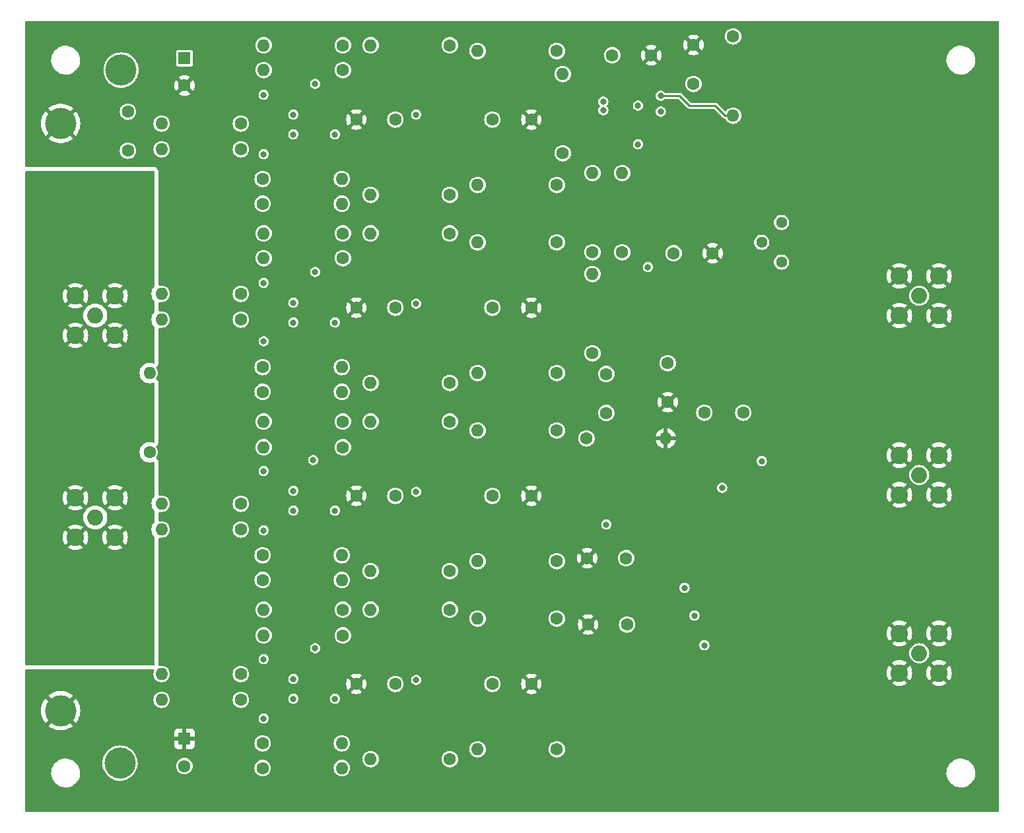
<source format=gbr>
G04 #@! TF.GenerationSoftware,KiCad,Pcbnew,7.0.1*
G04 #@! TF.CreationDate,2023-05-03T08:50:33+02:00*
G04 #@! TF.ProjectId,main,6d61696e-2e6b-4696-9361-645f70636258,rev?*
G04 #@! TF.SameCoordinates,Original*
G04 #@! TF.FileFunction,Copper,L2,Inr*
G04 #@! TF.FilePolarity,Positive*
%FSLAX46Y46*%
G04 Gerber Fmt 4.6, Leading zero omitted, Abs format (unit mm)*
G04 Created by KiCad (PCBNEW 7.0.1) date 2023-05-03 08:50:33*
%MOMM*%
%LPD*%
G01*
G04 APERTURE LIST*
G04 #@! TA.AperFunction,ComponentPad*
%ADD10C,1.440000*%
G04 #@! TD*
G04 #@! TA.AperFunction,ComponentPad*
%ADD11C,4.000000*%
G04 #@! TD*
G04 #@! TA.AperFunction,ComponentPad*
%ADD12C,1.600000*%
G04 #@! TD*
G04 #@! TA.AperFunction,ComponentPad*
%ADD13O,1.600000X1.600000*%
G04 #@! TD*
G04 #@! TA.AperFunction,ComponentPad*
%ADD14C,2.050000*%
G04 #@! TD*
G04 #@! TA.AperFunction,ComponentPad*
%ADD15C,2.250000*%
G04 #@! TD*
G04 #@! TA.AperFunction,ComponentPad*
%ADD16R,1.600000X1.600000*%
G04 #@! TD*
G04 #@! TA.AperFunction,ViaPad*
%ADD17C,0.800000*%
G04 #@! TD*
G04 #@! TA.AperFunction,Conductor*
%ADD18C,0.250000*%
G04 #@! TD*
G04 APERTURE END LIST*
D10*
X117028000Y-75988000D03*
X114488000Y-73448000D03*
X117028000Y-70908000D03*
D11*
X32319000Y-51350000D03*
D12*
X92009000Y-98594000D03*
D13*
X102169000Y-98594000D03*
D14*
X134681000Y-80306000D03*
D15*
X132141000Y-77766000D03*
X132141000Y-82846000D03*
X137221000Y-77766000D03*
X137221000Y-82846000D03*
D14*
X29017000Y-82846000D03*
D15*
X26477000Y-80306000D03*
X26477000Y-85386000D03*
X31557000Y-80306000D03*
X31557000Y-85386000D03*
D14*
X29017000Y-108754000D03*
D15*
X26477000Y-106214000D03*
X26477000Y-111294000D03*
X31557000Y-106214000D03*
X31557000Y-111294000D03*
D11*
X32192000Y-140250000D03*
X24572000Y-58208000D03*
X24572000Y-133519000D03*
D14*
X134681000Y-103293000D03*
D15*
X132141000Y-100753000D03*
X132141000Y-105833000D03*
X137221000Y-100753000D03*
X137221000Y-105833000D03*
D14*
X134681000Y-126153000D03*
D15*
X132141000Y-123613000D03*
X132141000Y-128693000D03*
X137221000Y-123613000D03*
X137221000Y-128693000D03*
D12*
X97216000Y-122470000D03*
X92216000Y-122470000D03*
X97089000Y-113961000D03*
X92089000Y-113961000D03*
X67498000Y-57700000D03*
X62498000Y-57700000D03*
X79944000Y-57700000D03*
X84944000Y-57700000D03*
X33208000Y-56684000D03*
X33208000Y-61684000D03*
X95311000Y-49445000D03*
X100311000Y-49445000D03*
X105725000Y-53128000D03*
X105725000Y-48128000D03*
X102423000Y-88942000D03*
X102423000Y-93942000D03*
X103185000Y-74845000D03*
X108185000Y-74845000D03*
X94549000Y-95339000D03*
X94549000Y-90339000D03*
X112122000Y-95292000D03*
X107122000Y-95292000D03*
X67498000Y-81830000D03*
X62498000Y-81830000D03*
X79944000Y-81830000D03*
X84944000Y-81830000D03*
X67498000Y-105960000D03*
X62498000Y-105960000D03*
X79944000Y-105960000D03*
X84944000Y-105960000D03*
X67498000Y-130090000D03*
X62498000Y-130090000D03*
X79944000Y-130090000D03*
X84944000Y-130090000D03*
D16*
X40447000Y-49826000D03*
D12*
X40447000Y-53326000D03*
D16*
X40447000Y-137131000D03*
D12*
X40447000Y-140631000D03*
X88199000Y-48908000D03*
D13*
X78039000Y-48908000D03*
D12*
X88199000Y-66082000D03*
D13*
X78039000Y-66082000D03*
D12*
X47686000Y-58208000D03*
D13*
X37526000Y-58208000D03*
D12*
X47686000Y-61510000D03*
D13*
X37526000Y-61510000D03*
D12*
X60767000Y-51350000D03*
D13*
X50607000Y-51350000D03*
D12*
X50480000Y-65320000D03*
D13*
X60640000Y-65320000D03*
D12*
X60767000Y-48175000D03*
D13*
X50607000Y-48175000D03*
D12*
X74483000Y-48175000D03*
D13*
X64323000Y-48175000D03*
D12*
X74483000Y-67352000D03*
D13*
X64323000Y-67352000D03*
D12*
X50480000Y-68495000D03*
D13*
X60640000Y-68495000D03*
D12*
X36002000Y-100372000D03*
D13*
X36002000Y-90212000D03*
D12*
X88961000Y-62018000D03*
D13*
X88961000Y-51858000D03*
D12*
X110805000Y-47032000D03*
D13*
X110805000Y-57192000D03*
D12*
X96581000Y-74718000D03*
D13*
X96581000Y-64558000D03*
D12*
X92771000Y-74718000D03*
D13*
X92771000Y-64558000D03*
D12*
X92771000Y-87672000D03*
D13*
X92771000Y-77512000D03*
D12*
X47686000Y-80052000D03*
D13*
X37526000Y-80052000D03*
D12*
X47686000Y-83354000D03*
D13*
X37526000Y-83354000D03*
D12*
X60767000Y-75480000D03*
D13*
X50607000Y-75480000D03*
D12*
X50480000Y-89450000D03*
D13*
X60640000Y-89450000D03*
D12*
X60767000Y-72305000D03*
D13*
X50607000Y-72305000D03*
D12*
X74483000Y-72305000D03*
D13*
X64323000Y-72305000D03*
D12*
X74483000Y-91482000D03*
D13*
X64323000Y-91482000D03*
D12*
X50480000Y-92625000D03*
D13*
X60640000Y-92625000D03*
D12*
X88199000Y-73448000D03*
D13*
X78039000Y-73448000D03*
D12*
X88199000Y-90212000D03*
D13*
X78039000Y-90212000D03*
D12*
X88199000Y-97578000D03*
D13*
X78039000Y-97578000D03*
D12*
X88199000Y-114342000D03*
D13*
X78039000Y-114342000D03*
D12*
X47686000Y-106976000D03*
D13*
X37526000Y-106976000D03*
D12*
X47686000Y-110278000D03*
D13*
X37526000Y-110278000D03*
D12*
X60767000Y-99737000D03*
D13*
X50607000Y-99737000D03*
D12*
X50480000Y-113580000D03*
D13*
X60640000Y-113580000D03*
D12*
X60767000Y-96435000D03*
D13*
X50607000Y-96435000D03*
D12*
X74483000Y-96435000D03*
D13*
X64323000Y-96435000D03*
D12*
X74483000Y-115612000D03*
D13*
X64323000Y-115612000D03*
D12*
X50480000Y-116755000D03*
D13*
X60640000Y-116755000D03*
D12*
X88199000Y-121708000D03*
D13*
X78039000Y-121708000D03*
D12*
X88199000Y-138472000D03*
D13*
X78039000Y-138472000D03*
D12*
X47686000Y-128820000D03*
D13*
X37526000Y-128820000D03*
D12*
X47686000Y-132122000D03*
D13*
X37526000Y-132122000D03*
D12*
X60767000Y-123867000D03*
D13*
X50607000Y-123867000D03*
D12*
X50480000Y-137710000D03*
D13*
X60640000Y-137710000D03*
D12*
X60767000Y-120565000D03*
D13*
X50607000Y-120565000D03*
D12*
X74483000Y-120565000D03*
D13*
X64323000Y-120565000D03*
D12*
X74483000Y-139742000D03*
D13*
X64323000Y-139742000D03*
D12*
X50480000Y-140885000D03*
D13*
X60640000Y-140885000D03*
D17*
X98613000Y-60875000D03*
X94168000Y-56516000D03*
X101534000Y-56684000D03*
X70165000Y-57065000D03*
X56703000Y-82465000D03*
X140945000Y-65108000D03*
X130945000Y-110108000D03*
X120945000Y-60108000D03*
X140945000Y-90108000D03*
X76896000Y-103674000D03*
X130945000Y-60108000D03*
X93445000Y-145108000D03*
X76896000Y-127804000D03*
X126695000Y-124153000D03*
X103195000Y-110908000D03*
X108646000Y-87418000D03*
X104963000Y-91482000D03*
X140945000Y-80108000D03*
X103439000Y-68876000D03*
X126695000Y-101403000D03*
X104074000Y-82211000D03*
X140945000Y-100108000D03*
X140945000Y-60108000D03*
X140945000Y-135108000D03*
X95184000Y-52366000D03*
X106868000Y-106976000D03*
X120945000Y-50108000D03*
X95345000Y-85308000D03*
X54417000Y-58335000D03*
X128445000Y-140108000D03*
X103445000Y-135108000D03*
X103445000Y-130108000D03*
X130945000Y-50108000D03*
X130945000Y-65108000D03*
X54417000Y-106595000D03*
X102804000Y-80687000D03*
X54417000Y-130725000D03*
X54417000Y-82465000D03*
X109408000Y-81576000D03*
X108145000Y-110358000D03*
X56703000Y-106595000D03*
X104582000Y-125264000D03*
X130945000Y-55108000D03*
X126695000Y-78424000D03*
X76896000Y-79544000D03*
X128445000Y-135108000D03*
X95945000Y-130108000D03*
X110945000Y-130108000D03*
X130945000Y-90108000D03*
X120945000Y-55108000D03*
X104455000Y-106976000D03*
X56703000Y-130725000D03*
X110945000Y-135108000D03*
X110945000Y-140108000D03*
X140945000Y-110108000D03*
X93445000Y-132608000D03*
X120945000Y-65108000D03*
X95945000Y-135108000D03*
X140945000Y-120108000D03*
X93445000Y-140108000D03*
X105725000Y-111294000D03*
X140945000Y-127608000D03*
X100137000Y-81195000D03*
X106614000Y-89196000D03*
X76896000Y-55414000D03*
X56703000Y-58335000D03*
X101534000Y-54652000D03*
X94168000Y-55414000D03*
X59751000Y-59605000D03*
X54417000Y-57065000D03*
X54417000Y-59605000D03*
X50607000Y-62145000D03*
X50607000Y-54525000D03*
X57211000Y-53128000D03*
X59751000Y-83735000D03*
X54417000Y-81195000D03*
X54417000Y-83735000D03*
X109408000Y-104944000D03*
X99883000Y-76623000D03*
X107122000Y-125137000D03*
X94549000Y-109643000D03*
X50607000Y-78655000D03*
X50607000Y-86148000D03*
X57211000Y-77258000D03*
X59751000Y-107865000D03*
X54417000Y-105325000D03*
X70165000Y-81322000D03*
X54417000Y-107865000D03*
X56957000Y-101388000D03*
X50607000Y-110405000D03*
X50607000Y-102785000D03*
X59751000Y-131995000D03*
X54417000Y-129455000D03*
X54417000Y-131995000D03*
X70165000Y-105452000D03*
X57211000Y-125518000D03*
X50607000Y-126915000D03*
X50607000Y-134535000D03*
X114488000Y-101515000D03*
X104582000Y-117771000D03*
X70165000Y-129582000D03*
X105852000Y-121327000D03*
X98613000Y-55922000D03*
D18*
X109789000Y-57192000D02*
X110805000Y-57192000D01*
X103947000Y-54652000D02*
X105217000Y-55922000D01*
X101534000Y-54652000D02*
X103947000Y-54652000D01*
X105217000Y-55922000D02*
X108519000Y-55922000D01*
X108519000Y-55922000D02*
X109789000Y-57192000D01*
G04 #@! TA.AperFunction,Conductor*
G36*
X144854500Y-45067381D02*
G01*
X144900619Y-45113500D01*
X144917500Y-45176500D01*
X144917500Y-146423500D01*
X144900619Y-146486500D01*
X144854500Y-146532619D01*
X144791500Y-146549500D01*
X20176500Y-146549500D01*
X20113500Y-146532619D01*
X20067381Y-146486500D01*
X20050500Y-146423500D01*
X20050500Y-141587766D01*
X23352787Y-141587766D01*
X23382413Y-141857015D01*
X23450928Y-142119087D01*
X23543681Y-142337355D01*
X23556870Y-142368390D01*
X23697982Y-142599610D01*
X23871255Y-142807820D01*
X23871256Y-142807821D01*
X23871258Y-142807823D01*
X24072993Y-142988578D01*
X24072995Y-142988579D01*
X24072998Y-142988582D01*
X24298910Y-143138044D01*
X24431104Y-143200014D01*
X24544171Y-143253018D01*
X24544173Y-143253018D01*
X24544176Y-143253020D01*
X24803569Y-143331060D01*
X24803572Y-143331060D01*
X24803574Y-143331061D01*
X25071558Y-143370500D01*
X25071561Y-143370500D01*
X25274630Y-143370500D01*
X25274631Y-143370500D01*
X25477156Y-143355677D01*
X25741553Y-143296780D01*
X25994558Y-143200014D01*
X26230777Y-143067441D01*
X26445177Y-142901888D01*
X26633186Y-142706881D01*
X26790799Y-142486579D01*
X26914656Y-142245675D01*
X27002118Y-141989305D01*
X27051319Y-141722933D01*
X27061212Y-141452235D01*
X27031586Y-141182982D01*
X26963072Y-140920912D01*
X26857130Y-140671610D01*
X26716018Y-140440390D01*
X26557574Y-140249999D01*
X29932663Y-140249999D01*
X29951991Y-140544902D01*
X30009648Y-140834761D01*
X30104642Y-141114607D01*
X30235358Y-141379671D01*
X30399547Y-141625397D01*
X30594406Y-141847593D01*
X30705025Y-141944602D01*
X30816603Y-142042453D01*
X31062331Y-142206643D01*
X31194859Y-142271998D01*
X31327392Y-142337357D01*
X31607238Y-142432351D01*
X31607241Y-142432352D01*
X31897097Y-142490008D01*
X32192000Y-142509337D01*
X32486903Y-142490008D01*
X32776759Y-142432352D01*
X32870042Y-142400686D01*
X33056607Y-142337357D01*
X33063588Y-142333914D01*
X33321669Y-142206643D01*
X33567397Y-142042453D01*
X33789593Y-141847593D01*
X33984453Y-141625397D01*
X34148643Y-141379669D01*
X34279355Y-141114611D01*
X34279354Y-141114611D01*
X34279357Y-141114607D01*
X34357297Y-140885000D01*
X34374352Y-140834759D01*
X34414882Y-140631000D01*
X39387397Y-140631000D01*
X39407757Y-140837713D01*
X39407757Y-140837715D01*
X39407758Y-140837718D01*
X39468055Y-141036492D01*
X39468056Y-141036494D01*
X39565972Y-141219682D01*
X39697747Y-141380252D01*
X39811593Y-141473682D01*
X39858317Y-141512027D01*
X40041508Y-141609945D01*
X40240282Y-141670242D01*
X40447000Y-141690602D01*
X40653718Y-141670242D01*
X40852492Y-141609945D01*
X41035683Y-141512027D01*
X41196252Y-141380252D01*
X41328027Y-141219683D01*
X41425945Y-141036492D01*
X41471899Y-140885000D01*
X49420397Y-140885000D01*
X49440757Y-141091713D01*
X49440757Y-141091715D01*
X49440758Y-141091718D01*
X49501055Y-141290492D01*
X49501056Y-141290494D01*
X49598972Y-141473682D01*
X49730747Y-141634252D01*
X49891317Y-141766027D01*
X50074508Y-141863945D01*
X50273282Y-141924242D01*
X50480000Y-141944602D01*
X50686718Y-141924242D01*
X50885492Y-141863945D01*
X51068683Y-141766027D01*
X51229252Y-141634252D01*
X51361027Y-141473683D01*
X51458945Y-141290492D01*
X51519242Y-141091718D01*
X51539602Y-140885000D01*
X59580397Y-140885000D01*
X59600757Y-141091713D01*
X59600757Y-141091715D01*
X59600758Y-141091718D01*
X59661055Y-141290492D01*
X59661056Y-141290494D01*
X59758972Y-141473682D01*
X59890747Y-141634252D01*
X60051317Y-141766027D01*
X60234508Y-141863945D01*
X60433282Y-141924242D01*
X60640000Y-141944602D01*
X60846718Y-141924242D01*
X61045492Y-141863945D01*
X61228683Y-141766027D01*
X61389252Y-141634252D01*
X61427402Y-141587766D01*
X138160787Y-141587766D01*
X138190413Y-141857015D01*
X138258928Y-142119087D01*
X138351681Y-142337355D01*
X138364870Y-142368390D01*
X138505982Y-142599610D01*
X138679255Y-142807820D01*
X138679256Y-142807821D01*
X138679258Y-142807823D01*
X138880993Y-142988578D01*
X138880995Y-142988579D01*
X138880998Y-142988582D01*
X139106910Y-143138044D01*
X139239104Y-143200014D01*
X139352171Y-143253018D01*
X139352173Y-143253018D01*
X139352176Y-143253020D01*
X139611569Y-143331060D01*
X139611572Y-143331060D01*
X139611574Y-143331061D01*
X139879558Y-143370500D01*
X139879561Y-143370500D01*
X140082630Y-143370500D01*
X140082631Y-143370500D01*
X140285156Y-143355677D01*
X140549553Y-143296780D01*
X140802558Y-143200014D01*
X141038777Y-143067441D01*
X141253177Y-142901888D01*
X141441186Y-142706881D01*
X141598799Y-142486579D01*
X141722656Y-142245675D01*
X141810118Y-141989305D01*
X141859319Y-141722933D01*
X141869212Y-141452235D01*
X141839586Y-141182982D01*
X141771072Y-140920912D01*
X141665130Y-140671610D01*
X141524018Y-140440390D01*
X141350745Y-140232180D01*
X141343299Y-140225508D01*
X141149006Y-140051421D01*
X141149003Y-140051419D01*
X141149002Y-140051418D01*
X140923090Y-139901956D01*
X140923086Y-139901954D01*
X140677828Y-139786981D01*
X140418425Y-139708938D01*
X140150442Y-139669500D01*
X140150439Y-139669500D01*
X139947369Y-139669500D01*
X139913614Y-139671970D01*
X139744839Y-139684323D01*
X139480449Y-139743219D01*
X139227441Y-139839985D01*
X138991225Y-139972557D01*
X138776820Y-140138114D01*
X138588815Y-140333117D01*
X138431200Y-140553422D01*
X138307342Y-140794328D01*
X138219882Y-141050693D01*
X138170681Y-141317065D01*
X138160787Y-141587766D01*
X61427402Y-141587766D01*
X61521027Y-141473683D01*
X61618945Y-141290492D01*
X61679242Y-141091718D01*
X61699602Y-140885000D01*
X61679242Y-140678282D01*
X61618945Y-140479508D01*
X61521027Y-140296317D01*
X61483015Y-140249999D01*
X61389252Y-140135747D01*
X61228682Y-140003972D01*
X61045494Y-139906056D01*
X61045493Y-139906055D01*
X61045492Y-139906055D01*
X60846718Y-139845758D01*
X60846715Y-139845757D01*
X60846713Y-139845757D01*
X60640000Y-139825397D01*
X60433286Y-139845757D01*
X60433283Y-139845757D01*
X60433282Y-139845758D01*
X60248021Y-139901956D01*
X60234505Y-139906056D01*
X60051317Y-140003972D01*
X59890747Y-140135747D01*
X59758972Y-140296317D01*
X59661056Y-140479505D01*
X59600757Y-140678286D01*
X59580397Y-140885000D01*
X51539602Y-140885000D01*
X51519242Y-140678282D01*
X51458945Y-140479508D01*
X51361027Y-140296317D01*
X51323015Y-140249999D01*
X51229252Y-140135747D01*
X51068682Y-140003972D01*
X50885494Y-139906056D01*
X50885493Y-139906055D01*
X50885492Y-139906055D01*
X50686718Y-139845758D01*
X50686715Y-139845757D01*
X50686713Y-139845757D01*
X50480000Y-139825397D01*
X50273286Y-139845757D01*
X50273283Y-139845757D01*
X50273282Y-139845758D01*
X50088021Y-139901956D01*
X50074505Y-139906056D01*
X49891317Y-140003972D01*
X49730747Y-140135747D01*
X49598972Y-140296317D01*
X49501056Y-140479505D01*
X49440757Y-140678286D01*
X49420397Y-140885000D01*
X41471899Y-140885000D01*
X41486242Y-140837718D01*
X41506602Y-140631000D01*
X41486242Y-140424282D01*
X41425945Y-140225508D01*
X41328027Y-140042317D01*
X41296558Y-140003972D01*
X41196252Y-139881747D01*
X41035682Y-139749972D01*
X41020767Y-139742000D01*
X63263397Y-139742000D01*
X63283757Y-139948713D01*
X63283757Y-139948715D01*
X63283758Y-139948718D01*
X63344055Y-140147492D01*
X63344056Y-140147494D01*
X63441972Y-140330682D01*
X63573747Y-140491252D01*
X63734316Y-140623026D01*
X63734317Y-140623027D01*
X63917508Y-140720945D01*
X64116282Y-140781242D01*
X64323000Y-140801602D01*
X64529718Y-140781242D01*
X64728492Y-140720945D01*
X64911683Y-140623027D01*
X65072252Y-140491252D01*
X65204027Y-140330683D01*
X65301945Y-140147492D01*
X65362242Y-139948718D01*
X65382602Y-139742000D01*
X73423397Y-139742000D01*
X73443757Y-139948713D01*
X73443757Y-139948715D01*
X73443758Y-139948718D01*
X73504055Y-140147492D01*
X73504056Y-140147494D01*
X73601972Y-140330682D01*
X73733747Y-140491252D01*
X73894316Y-140623026D01*
X73894317Y-140623027D01*
X74077508Y-140720945D01*
X74276282Y-140781242D01*
X74483000Y-140801602D01*
X74689718Y-140781242D01*
X74888492Y-140720945D01*
X75071683Y-140623027D01*
X75232252Y-140491252D01*
X75364027Y-140330683D01*
X75461945Y-140147492D01*
X75522242Y-139948718D01*
X75542602Y-139742000D01*
X75522242Y-139535282D01*
X75461945Y-139336508D01*
X75364027Y-139153317D01*
X75288004Y-139060682D01*
X75232252Y-138992747D01*
X75071682Y-138860972D01*
X74888494Y-138763056D01*
X74888493Y-138763055D01*
X74888492Y-138763055D01*
X74689718Y-138702758D01*
X74689715Y-138702757D01*
X74689713Y-138702757D01*
X74483000Y-138682397D01*
X74276286Y-138702757D01*
X74276283Y-138702757D01*
X74276282Y-138702758D01*
X74123044Y-138749242D01*
X74077505Y-138763056D01*
X73894317Y-138860972D01*
X73733747Y-138992747D01*
X73601972Y-139153317D01*
X73504056Y-139336505D01*
X73504055Y-139336507D01*
X73504055Y-139336508D01*
X73444875Y-139531602D01*
X73443757Y-139535286D01*
X73423397Y-139742000D01*
X65382602Y-139742000D01*
X65362242Y-139535282D01*
X65301945Y-139336508D01*
X65204027Y-139153317D01*
X65128004Y-139060682D01*
X65072252Y-138992747D01*
X64911682Y-138860972D01*
X64728494Y-138763056D01*
X64728493Y-138763055D01*
X64728492Y-138763055D01*
X64529718Y-138702758D01*
X64529715Y-138702757D01*
X64529713Y-138702757D01*
X64323000Y-138682397D01*
X64116286Y-138702757D01*
X64116283Y-138702757D01*
X64116282Y-138702758D01*
X63963044Y-138749242D01*
X63917505Y-138763056D01*
X63734317Y-138860972D01*
X63573747Y-138992747D01*
X63441972Y-139153317D01*
X63344056Y-139336505D01*
X63344055Y-139336507D01*
X63344055Y-139336508D01*
X63284875Y-139531602D01*
X63283757Y-139535286D01*
X63263397Y-139742000D01*
X41020767Y-139742000D01*
X40852494Y-139652056D01*
X40852493Y-139652055D01*
X40852492Y-139652055D01*
X40653718Y-139591758D01*
X40653715Y-139591757D01*
X40653713Y-139591757D01*
X40447000Y-139571397D01*
X40240286Y-139591757D01*
X40240283Y-139591757D01*
X40240282Y-139591758D01*
X40041508Y-139652055D01*
X40041505Y-139652056D01*
X39858317Y-139749972D01*
X39697747Y-139881747D01*
X39565972Y-140042317D01*
X39468056Y-140225505D01*
X39468055Y-140225507D01*
X39468055Y-140225508D01*
X39435413Y-140333117D01*
X39407757Y-140424286D01*
X39387397Y-140631000D01*
X34414882Y-140631000D01*
X34432008Y-140544903D01*
X34451337Y-140250000D01*
X34432008Y-139955097D01*
X34374352Y-139665241D01*
X34342496Y-139571397D01*
X34279357Y-139385393D01*
X34164909Y-139153317D01*
X34148643Y-139120332D01*
X33986385Y-138877494D01*
X33984452Y-138874601D01*
X33789593Y-138652406D01*
X33567397Y-138457547D01*
X33321671Y-138293358D01*
X33056607Y-138162642D01*
X32776761Y-138067648D01*
X32486902Y-138009991D01*
X32192000Y-137990663D01*
X31897097Y-138009991D01*
X31607238Y-138067648D01*
X31327393Y-138162642D01*
X31062329Y-138293358D01*
X30816601Y-138457547D01*
X30594406Y-138652406D01*
X30399547Y-138874601D01*
X30235358Y-139120329D01*
X30104642Y-139385393D01*
X30009648Y-139665238D01*
X29951991Y-139955097D01*
X29932663Y-140249999D01*
X26557574Y-140249999D01*
X26542745Y-140232180D01*
X26535299Y-140225508D01*
X26341006Y-140051421D01*
X26341003Y-140051419D01*
X26341002Y-140051418D01*
X26115090Y-139901956D01*
X26115086Y-139901954D01*
X25869828Y-139786981D01*
X25610425Y-139708938D01*
X25342442Y-139669500D01*
X25342439Y-139669500D01*
X25139369Y-139669500D01*
X25105614Y-139671970D01*
X24936839Y-139684323D01*
X24672449Y-139743219D01*
X24419441Y-139839985D01*
X24183225Y-139972557D01*
X23968820Y-140138114D01*
X23780815Y-140333117D01*
X23623200Y-140553422D01*
X23499342Y-140794328D01*
X23411882Y-141050693D01*
X23362681Y-141317065D01*
X23352787Y-141587766D01*
X20050500Y-141587766D01*
X20050500Y-137385000D01*
X39139000Y-137385000D01*
X39139000Y-137979589D01*
X39145505Y-138040093D01*
X39196554Y-138176962D01*
X39284095Y-138293904D01*
X39401037Y-138381445D01*
X39537906Y-138432494D01*
X39598411Y-138439000D01*
X40193000Y-138439000D01*
X40193000Y-137385000D01*
X40701000Y-137385000D01*
X40701000Y-138439000D01*
X41295589Y-138439000D01*
X41356093Y-138432494D01*
X41492962Y-138381445D01*
X41609904Y-138293904D01*
X41697445Y-138176962D01*
X41748494Y-138040093D01*
X41755000Y-137979589D01*
X41755000Y-137710000D01*
X49420397Y-137710000D01*
X49440757Y-137916713D01*
X49440757Y-137916715D01*
X49440758Y-137916718D01*
X49486195Y-138066505D01*
X49501056Y-138115494D01*
X49598972Y-138298682D01*
X49730747Y-138459252D01*
X49891317Y-138591027D01*
X50074508Y-138688945D01*
X50273282Y-138749242D01*
X50480000Y-138769602D01*
X50686718Y-138749242D01*
X50885492Y-138688945D01*
X51068683Y-138591027D01*
X51229252Y-138459252D01*
X51361027Y-138298683D01*
X51458945Y-138115492D01*
X51519242Y-137916718D01*
X51539602Y-137710000D01*
X59580397Y-137710000D01*
X59600757Y-137916713D01*
X59600757Y-137916715D01*
X59600758Y-137916718D01*
X59646195Y-138066505D01*
X59661056Y-138115494D01*
X59758972Y-138298682D01*
X59890747Y-138459252D01*
X60051317Y-138591027D01*
X60234508Y-138688945D01*
X60433282Y-138749242D01*
X60640000Y-138769602D01*
X60846718Y-138749242D01*
X61045492Y-138688945D01*
X61228683Y-138591027D01*
X61373718Y-138472000D01*
X76979397Y-138472000D01*
X76999757Y-138678713D01*
X76999757Y-138678715D01*
X76999758Y-138678718D01*
X77055044Y-138860972D01*
X77060056Y-138877494D01*
X77157972Y-139060682D01*
X77289747Y-139221252D01*
X77430185Y-139336505D01*
X77450317Y-139353027D01*
X77633508Y-139450945D01*
X77832282Y-139511242D01*
X78039000Y-139531602D01*
X78245718Y-139511242D01*
X78444492Y-139450945D01*
X78627683Y-139353027D01*
X78788252Y-139221252D01*
X78920027Y-139060683D01*
X79017945Y-138877492D01*
X79078242Y-138678718D01*
X79098602Y-138472000D01*
X87139397Y-138472000D01*
X87159757Y-138678713D01*
X87159757Y-138678715D01*
X87159758Y-138678718D01*
X87215044Y-138860972D01*
X87220056Y-138877494D01*
X87317972Y-139060682D01*
X87449747Y-139221252D01*
X87590185Y-139336505D01*
X87610317Y-139353027D01*
X87793508Y-139450945D01*
X87992282Y-139511242D01*
X88199000Y-139531602D01*
X88405718Y-139511242D01*
X88604492Y-139450945D01*
X88787683Y-139353027D01*
X88948252Y-139221252D01*
X89080027Y-139060683D01*
X89177945Y-138877492D01*
X89238242Y-138678718D01*
X89258602Y-138472000D01*
X89238242Y-138265282D01*
X89177945Y-138066508D01*
X89080027Y-137883317D01*
X89080026Y-137883316D01*
X88948252Y-137722747D01*
X88787682Y-137590972D01*
X88604494Y-137493056D01*
X88604493Y-137493055D01*
X88604492Y-137493055D01*
X88405718Y-137432758D01*
X88405715Y-137432757D01*
X88405713Y-137432757D01*
X88199000Y-137412397D01*
X87992286Y-137432757D01*
X87992283Y-137432757D01*
X87992282Y-137432758D01*
X87793508Y-137493055D01*
X87793505Y-137493056D01*
X87610317Y-137590972D01*
X87449747Y-137722747D01*
X87317972Y-137883317D01*
X87220056Y-138066505D01*
X87220055Y-138066507D01*
X87220055Y-138066508D01*
X87186550Y-138176962D01*
X87159757Y-138265286D01*
X87139397Y-138472000D01*
X79098602Y-138472000D01*
X79078242Y-138265282D01*
X79017945Y-138066508D01*
X78920027Y-137883317D01*
X78920026Y-137883316D01*
X78788252Y-137722747D01*
X78627682Y-137590972D01*
X78444494Y-137493056D01*
X78444493Y-137493055D01*
X78444492Y-137493055D01*
X78245718Y-137432758D01*
X78245715Y-137432757D01*
X78245713Y-137432757D01*
X78039000Y-137412397D01*
X77832286Y-137432757D01*
X77832283Y-137432757D01*
X77832282Y-137432758D01*
X77633508Y-137493055D01*
X77633505Y-137493056D01*
X77450317Y-137590972D01*
X77289747Y-137722747D01*
X77157972Y-137883317D01*
X77060056Y-138066505D01*
X77060055Y-138066507D01*
X77060055Y-138066508D01*
X77026550Y-138176962D01*
X76999757Y-138265286D01*
X76979397Y-138472000D01*
X61373718Y-138472000D01*
X61389252Y-138459252D01*
X61521027Y-138298683D01*
X61618945Y-138115492D01*
X61679242Y-137916718D01*
X61699602Y-137710000D01*
X61679242Y-137503282D01*
X61618945Y-137304508D01*
X61521027Y-137121317D01*
X61521026Y-137121316D01*
X61389252Y-136960747D01*
X61228682Y-136828972D01*
X61045494Y-136731056D01*
X61045493Y-136731055D01*
X61045492Y-136731055D01*
X60846718Y-136670758D01*
X60846715Y-136670757D01*
X60846713Y-136670757D01*
X60639999Y-136650397D01*
X60433286Y-136670757D01*
X60433283Y-136670757D01*
X60433282Y-136670758D01*
X60234508Y-136731055D01*
X60234505Y-136731056D01*
X60051317Y-136828972D01*
X59890747Y-136960747D01*
X59758972Y-137121317D01*
X59661056Y-137304505D01*
X59661055Y-137304507D01*
X59661055Y-137304508D01*
X59603861Y-137493055D01*
X59600757Y-137503286D01*
X59580397Y-137710000D01*
X51539602Y-137710000D01*
X51519242Y-137503282D01*
X51458945Y-137304508D01*
X51361027Y-137121317D01*
X51361026Y-137121316D01*
X51229252Y-136960747D01*
X51068682Y-136828972D01*
X50885494Y-136731056D01*
X50885493Y-136731055D01*
X50885492Y-136731055D01*
X50686718Y-136670758D01*
X50686715Y-136670757D01*
X50686713Y-136670757D01*
X50479999Y-136650397D01*
X50273286Y-136670757D01*
X50273283Y-136670757D01*
X50273282Y-136670758D01*
X50074508Y-136731055D01*
X50074505Y-136731056D01*
X49891317Y-136828972D01*
X49730747Y-136960747D01*
X49598972Y-137121317D01*
X49501056Y-137304505D01*
X49501055Y-137304507D01*
X49501055Y-137304508D01*
X49443861Y-137493055D01*
X49440757Y-137503286D01*
X49420397Y-137710000D01*
X41755000Y-137710000D01*
X41755000Y-137385000D01*
X40701000Y-137385000D01*
X40193000Y-137385000D01*
X39139000Y-137385000D01*
X20050500Y-137385000D01*
X20050500Y-136877000D01*
X39139000Y-136877000D01*
X40193000Y-136877000D01*
X40193000Y-135823000D01*
X40701000Y-135823000D01*
X40701000Y-136877000D01*
X41755000Y-136877000D01*
X41755000Y-136282411D01*
X41748494Y-136221906D01*
X41697445Y-136085037D01*
X41609904Y-135968095D01*
X41492962Y-135880554D01*
X41356093Y-135829505D01*
X41295589Y-135823000D01*
X40701000Y-135823000D01*
X40193000Y-135823000D01*
X39598411Y-135823000D01*
X39537906Y-135829505D01*
X39401037Y-135880554D01*
X39284095Y-135968095D01*
X39196554Y-136085037D01*
X39145505Y-136221906D01*
X39139000Y-136282411D01*
X39139000Y-136877000D01*
X20050500Y-136877000D01*
X20050500Y-135465688D01*
X22984521Y-135465688D01*
X23225485Y-135640759D01*
X23502034Y-135792793D01*
X23795458Y-135908967D01*
X24101117Y-135987448D01*
X24414207Y-136027000D01*
X24729793Y-136027000D01*
X25042882Y-135987448D01*
X25348541Y-135908967D01*
X25641965Y-135792793D01*
X25918514Y-135640759D01*
X26159477Y-135465688D01*
X26159477Y-135465686D01*
X24572001Y-133878210D01*
X24571999Y-133878210D01*
X22984521Y-135465686D01*
X22984521Y-135465688D01*
X20050500Y-135465688D01*
X20050500Y-133518999D01*
X22059040Y-133518999D01*
X22078855Y-133833955D01*
X22137989Y-134143944D01*
X22235511Y-134444084D01*
X22369877Y-134729628D01*
X22538971Y-134996078D01*
X22628042Y-135103745D01*
X22628043Y-135103746D01*
X24212790Y-133519001D01*
X24931210Y-133519001D01*
X26515955Y-135103746D01*
X26515956Y-135103745D01*
X26605027Y-134996078D01*
X26774122Y-134729627D01*
X26865706Y-134535000D01*
X49947693Y-134535000D01*
X49966850Y-134692780D01*
X50023212Y-134841394D01*
X50023213Y-134841395D01*
X50113502Y-134972201D01*
X50232471Y-135077599D01*
X50373207Y-135151463D01*
X50527529Y-135189500D01*
X50686469Y-135189500D01*
X50686471Y-135189500D01*
X50840793Y-135151463D01*
X50981529Y-135077599D01*
X51100498Y-134972201D01*
X51190787Y-134841395D01*
X51247149Y-134692782D01*
X51266307Y-134535000D01*
X51247149Y-134377218D01*
X51190787Y-134228605D01*
X51100498Y-134097799D01*
X50981529Y-133992401D01*
X50840793Y-133918537D01*
X50686471Y-133880500D01*
X50527529Y-133880500D01*
X50373207Y-133918537D01*
X50373206Y-133918537D01*
X50373204Y-133918538D01*
X50232472Y-133992400D01*
X50113501Y-134097799D01*
X50023212Y-134228605D01*
X49966850Y-134377219D01*
X49947693Y-134535000D01*
X26865706Y-134535000D01*
X26908488Y-134444084D01*
X27006010Y-134143944D01*
X27065144Y-133833955D01*
X27084959Y-133518999D01*
X27065144Y-133204044D01*
X27006010Y-132894055D01*
X26908488Y-132593915D01*
X26774122Y-132308371D01*
X26655848Y-132122000D01*
X36466397Y-132122000D01*
X36486757Y-132328713D01*
X36486757Y-132328715D01*
X36486758Y-132328718D01*
X36518149Y-132432200D01*
X36547056Y-132527494D01*
X36644972Y-132710682D01*
X36776747Y-132871252D01*
X36937316Y-133003026D01*
X36937317Y-133003027D01*
X37120508Y-133100945D01*
X37319282Y-133161242D01*
X37526000Y-133181602D01*
X37732718Y-133161242D01*
X37931492Y-133100945D01*
X38114683Y-133003027D01*
X38275252Y-132871252D01*
X38407027Y-132710683D01*
X38504945Y-132527492D01*
X38565242Y-132328718D01*
X38585602Y-132122000D01*
X46626397Y-132122000D01*
X46646757Y-132328713D01*
X46646757Y-132328715D01*
X46646758Y-132328718D01*
X46678149Y-132432200D01*
X46707056Y-132527494D01*
X46804972Y-132710682D01*
X46936747Y-132871252D01*
X47097316Y-133003026D01*
X47097317Y-133003027D01*
X47280508Y-133100945D01*
X47479282Y-133161242D01*
X47686000Y-133181602D01*
X47892718Y-133161242D01*
X48091492Y-133100945D01*
X48274683Y-133003027D01*
X48435252Y-132871252D01*
X48567027Y-132710683D01*
X48664945Y-132527492D01*
X48725242Y-132328718D01*
X48745602Y-132122000D01*
X48733094Y-131995000D01*
X53757693Y-131995000D01*
X53776850Y-132152780D01*
X53833212Y-132301394D01*
X53852072Y-132328718D01*
X53923502Y-132432201D01*
X54042471Y-132537599D01*
X54183207Y-132611463D01*
X54337529Y-132649500D01*
X54496469Y-132649500D01*
X54496471Y-132649500D01*
X54650793Y-132611463D01*
X54791529Y-132537599D01*
X54910498Y-132432201D01*
X55000787Y-132301395D01*
X55057149Y-132152782D01*
X55076307Y-131995000D01*
X59091693Y-131995000D01*
X59110850Y-132152780D01*
X59167212Y-132301394D01*
X59186072Y-132328718D01*
X59257502Y-132432201D01*
X59376471Y-132537599D01*
X59517207Y-132611463D01*
X59671529Y-132649500D01*
X59830469Y-132649500D01*
X59830471Y-132649500D01*
X59984793Y-132611463D01*
X60125529Y-132537599D01*
X60244498Y-132432201D01*
X60334787Y-132301395D01*
X60391149Y-132152782D01*
X60410307Y-131995000D01*
X60391149Y-131837218D01*
X60334787Y-131688605D01*
X60244498Y-131557799D01*
X60125529Y-131452401D01*
X59984793Y-131378537D01*
X59830471Y-131340500D01*
X59671529Y-131340500D01*
X59517207Y-131378537D01*
X59517206Y-131378537D01*
X59517204Y-131378538D01*
X59376472Y-131452400D01*
X59257501Y-131557799D01*
X59167212Y-131688605D01*
X59110850Y-131837219D01*
X59091693Y-131995000D01*
X55076307Y-131995000D01*
X55057149Y-131837218D01*
X55000787Y-131688605D01*
X54910498Y-131557799D01*
X54791529Y-131452401D01*
X54650793Y-131378537D01*
X54496471Y-131340500D01*
X54337529Y-131340500D01*
X54183207Y-131378537D01*
X54183206Y-131378537D01*
X54183204Y-131378538D01*
X54042472Y-131452400D01*
X53923501Y-131557799D01*
X53833212Y-131688605D01*
X53776850Y-131837219D01*
X53757693Y-131995000D01*
X48733094Y-131995000D01*
X48725242Y-131915282D01*
X48664945Y-131716508D01*
X48567027Y-131533317D01*
X48435252Y-131372747D01*
X48274682Y-131240972D01*
X48155186Y-131177100D01*
X61770110Y-131177100D01*
X61841497Y-131227085D01*
X62048929Y-131323813D01*
X62270000Y-131383048D01*
X62498000Y-131402995D01*
X62725999Y-131383048D01*
X62947070Y-131323813D01*
X63154498Y-131227087D01*
X63225887Y-131177100D01*
X84216110Y-131177100D01*
X84287497Y-131227085D01*
X84494929Y-131323813D01*
X84716000Y-131383048D01*
X84944000Y-131402995D01*
X85171999Y-131383048D01*
X85393070Y-131323813D01*
X85600498Y-131227087D01*
X85671888Y-131177099D01*
X85671888Y-131177097D01*
X84944001Y-130449210D01*
X84944000Y-130449210D01*
X84216110Y-131177098D01*
X84216110Y-131177100D01*
X63225887Y-131177100D01*
X63225888Y-131177099D01*
X63225888Y-131177097D01*
X62498001Y-130449210D01*
X62498000Y-130449210D01*
X61770110Y-131177098D01*
X61770110Y-131177100D01*
X48155186Y-131177100D01*
X48091494Y-131143056D01*
X48091493Y-131143055D01*
X48091492Y-131143055D01*
X47892718Y-131082758D01*
X47892715Y-131082757D01*
X47892713Y-131082757D01*
X47686000Y-131062397D01*
X47479286Y-131082757D01*
X47479283Y-131082757D01*
X47479282Y-131082758D01*
X47326736Y-131129032D01*
X47280505Y-131143056D01*
X47097317Y-131240972D01*
X46936747Y-131372747D01*
X46804972Y-131533317D01*
X46707056Y-131716505D01*
X46646757Y-131915286D01*
X46626397Y-132122000D01*
X38585602Y-132122000D01*
X38565242Y-131915282D01*
X38504945Y-131716508D01*
X38407027Y-131533317D01*
X38275252Y-131372747D01*
X38114682Y-131240972D01*
X37931494Y-131143056D01*
X37931493Y-131143055D01*
X37931492Y-131143055D01*
X37732718Y-131082758D01*
X37732715Y-131082757D01*
X37732713Y-131082757D01*
X37526000Y-131062397D01*
X37319286Y-131082757D01*
X37319283Y-131082757D01*
X37319282Y-131082758D01*
X37166736Y-131129032D01*
X37120505Y-131143056D01*
X36937317Y-131240972D01*
X36776747Y-131372747D01*
X36644972Y-131533317D01*
X36547056Y-131716505D01*
X36486757Y-131915286D01*
X36466397Y-132122000D01*
X26655848Y-132122000D01*
X26605028Y-132041921D01*
X26515956Y-131934253D01*
X26515955Y-131934252D01*
X24931210Y-133518999D01*
X24931210Y-133519001D01*
X24212790Y-133519001D01*
X24212790Y-133518999D01*
X22628043Y-131934252D01*
X22628042Y-131934252D01*
X22538970Y-132041922D01*
X22369877Y-132308371D01*
X22235511Y-132593915D01*
X22137989Y-132894055D01*
X22078855Y-133204044D01*
X22059040Y-133518999D01*
X20050500Y-133518999D01*
X20050500Y-131572312D01*
X22984521Y-131572312D01*
X24571999Y-133159790D01*
X24572001Y-133159790D01*
X26159477Y-131572312D01*
X26159477Y-131572310D01*
X25918514Y-131397240D01*
X25641965Y-131245206D01*
X25348541Y-131129032D01*
X25042882Y-131050551D01*
X24729793Y-131011000D01*
X24414207Y-131011000D01*
X24101117Y-131050551D01*
X23795458Y-131129032D01*
X23502034Y-131245206D01*
X23225482Y-131397242D01*
X22984521Y-131572309D01*
X22984521Y-131572312D01*
X20050500Y-131572312D01*
X20050500Y-128316500D01*
X20067381Y-128253500D01*
X20113500Y-128207381D01*
X20176500Y-128190500D01*
X36456572Y-128190500D01*
X36518677Y-128206869D01*
X36564646Y-128251723D01*
X36582534Y-128313408D01*
X36567694Y-128375896D01*
X36547056Y-128414505D01*
X36547055Y-128414507D01*
X36547055Y-128414508D01*
X36540308Y-128436752D01*
X36486757Y-128613286D01*
X36466397Y-128819999D01*
X36486757Y-129026713D01*
X36486757Y-129026715D01*
X36486758Y-129026718D01*
X36542044Y-129208972D01*
X36547056Y-129225494D01*
X36644972Y-129408682D01*
X36776747Y-129569252D01*
X36884323Y-129657536D01*
X36937317Y-129701027D01*
X37120508Y-129798945D01*
X37319282Y-129859242D01*
X37526000Y-129879602D01*
X37732718Y-129859242D01*
X37931492Y-129798945D01*
X38114683Y-129701027D01*
X38275252Y-129569252D01*
X38407027Y-129408683D01*
X38504945Y-129225492D01*
X38565242Y-129026718D01*
X38585602Y-128820000D01*
X38585602Y-128819999D01*
X46626397Y-128819999D01*
X46646757Y-129026713D01*
X46646757Y-129026715D01*
X46646758Y-129026718D01*
X46702044Y-129208972D01*
X46707056Y-129225494D01*
X46804972Y-129408682D01*
X46936747Y-129569252D01*
X47044323Y-129657536D01*
X47097317Y-129701027D01*
X47280508Y-129798945D01*
X47479282Y-129859242D01*
X47686000Y-129879602D01*
X47892718Y-129859242D01*
X48091492Y-129798945D01*
X48274683Y-129701027D01*
X48435252Y-129569252D01*
X48529016Y-129455000D01*
X53757693Y-129455000D01*
X53776850Y-129612780D01*
X53833212Y-129761394D01*
X53917345Y-129883282D01*
X53923502Y-129892201D01*
X54042471Y-129997599D01*
X54183207Y-130071463D01*
X54337529Y-130109500D01*
X54496469Y-130109500D01*
X54496471Y-130109500D01*
X54575590Y-130089999D01*
X61185004Y-130089999D01*
X61204951Y-130317999D01*
X61264186Y-130539070D01*
X61360912Y-130746497D01*
X61410900Y-130817887D01*
X62138789Y-130090001D01*
X62857210Y-130090001D01*
X63585097Y-130817888D01*
X63585099Y-130817888D01*
X63635087Y-130746498D01*
X63731813Y-130539070D01*
X63791048Y-130317999D01*
X63810995Y-130090000D01*
X66438397Y-130090000D01*
X66458757Y-130296713D01*
X66458757Y-130296715D01*
X66458758Y-130296718D01*
X66505016Y-130449210D01*
X66519056Y-130495494D01*
X66616972Y-130678682D01*
X66748747Y-130839252D01*
X66909316Y-130971026D01*
X66909317Y-130971027D01*
X67092508Y-131068945D01*
X67291282Y-131129242D01*
X67498000Y-131149602D01*
X67704718Y-131129242D01*
X67903492Y-131068945D01*
X68086683Y-130971027D01*
X68247252Y-130839252D01*
X68379027Y-130678683D01*
X68476945Y-130495492D01*
X68537242Y-130296718D01*
X68557602Y-130090000D01*
X68537242Y-129883282D01*
X68476945Y-129684508D01*
X68422153Y-129581999D01*
X69505693Y-129581999D01*
X69524850Y-129739780D01*
X69581212Y-129888394D01*
X69670816Y-130018208D01*
X69671502Y-130019201D01*
X69790471Y-130124599D01*
X69931207Y-130198463D01*
X70085529Y-130236500D01*
X70244469Y-130236500D01*
X70244471Y-130236500D01*
X70398793Y-130198463D01*
X70539529Y-130124599D01*
X70578583Y-130090000D01*
X78884397Y-130090000D01*
X78904757Y-130296713D01*
X78904757Y-130296715D01*
X78904758Y-130296718D01*
X78951016Y-130449210D01*
X78965056Y-130495494D01*
X79062972Y-130678682D01*
X79194747Y-130839252D01*
X79355316Y-130971026D01*
X79355317Y-130971027D01*
X79538508Y-131068945D01*
X79737282Y-131129242D01*
X79944000Y-131149602D01*
X80150718Y-131129242D01*
X80349492Y-131068945D01*
X80532683Y-130971027D01*
X80693252Y-130839252D01*
X80825027Y-130678683D01*
X80922945Y-130495492D01*
X80983242Y-130296718D01*
X81003602Y-130090000D01*
X81003602Y-130089999D01*
X83631004Y-130089999D01*
X83650951Y-130317999D01*
X83710186Y-130539070D01*
X83806912Y-130746497D01*
X83856900Y-130817887D01*
X84584789Y-130090001D01*
X85303210Y-130090001D01*
X86031097Y-130817888D01*
X86031099Y-130817888D01*
X86081087Y-130746498D01*
X86177813Y-130539070D01*
X86237048Y-130317999D01*
X86256995Y-130089999D01*
X86250586Y-130016746D01*
X131176462Y-130016746D01*
X131178176Y-130018208D01*
X131397342Y-130152513D01*
X131634813Y-130250877D01*
X131884752Y-130310882D01*
X132141000Y-130331049D01*
X132397247Y-130310882D01*
X132647186Y-130250877D01*
X132884657Y-130152513D01*
X133103824Y-130018208D01*
X133105535Y-130016746D01*
X136256462Y-130016746D01*
X136258176Y-130018208D01*
X136477342Y-130152513D01*
X136714813Y-130250877D01*
X136964752Y-130310882D01*
X137221000Y-130331049D01*
X137477247Y-130310882D01*
X137727186Y-130250877D01*
X137964657Y-130152513D01*
X138183824Y-130018208D01*
X138185535Y-130016746D01*
X138185536Y-130016745D01*
X137221001Y-129052210D01*
X137220999Y-129052210D01*
X136256462Y-130016745D01*
X136256462Y-130016746D01*
X133105535Y-130016746D01*
X133105536Y-130016745D01*
X132141001Y-129052210D01*
X132140999Y-129052210D01*
X131176462Y-130016745D01*
X131176462Y-130016746D01*
X86250586Y-130016746D01*
X86237048Y-129862000D01*
X86177813Y-129640929D01*
X86081085Y-129433497D01*
X86031100Y-129362110D01*
X86031098Y-129362110D01*
X85303210Y-130090000D01*
X85303210Y-130090001D01*
X84584789Y-130090001D01*
X84584790Y-130090000D01*
X84584790Y-130089999D01*
X83856900Y-129362109D01*
X83806913Y-129433499D01*
X83710186Y-129640929D01*
X83650951Y-129862000D01*
X83631004Y-130089999D01*
X81003602Y-130089999D01*
X80983242Y-129883282D01*
X80922945Y-129684508D01*
X80825027Y-129501317D01*
X80771962Y-129436657D01*
X80693252Y-129340747D01*
X80532682Y-129208972D01*
X80349494Y-129111056D01*
X80349493Y-129111055D01*
X80349492Y-129111055D01*
X80150718Y-129050758D01*
X80150715Y-129050757D01*
X80150713Y-129050757D01*
X79944000Y-129030397D01*
X79737286Y-129050757D01*
X79737283Y-129050757D01*
X79737282Y-129050758D01*
X79538508Y-129111055D01*
X79538505Y-129111056D01*
X79355317Y-129208972D01*
X79194747Y-129340747D01*
X79062972Y-129501317D01*
X78965056Y-129684505D01*
X78965055Y-129684507D01*
X78965055Y-129684508D01*
X78905875Y-129879602D01*
X78904757Y-129883286D01*
X78884397Y-130090000D01*
X70578583Y-130090000D01*
X70658498Y-130019201D01*
X70748787Y-129888395D01*
X70805149Y-129739782D01*
X70824307Y-129582000D01*
X70805149Y-129424218D01*
X70748787Y-129275605D01*
X70658498Y-129144799D01*
X70539529Y-129039401D01*
X70469982Y-129002900D01*
X84216109Y-129002900D01*
X84943999Y-129730790D01*
X84944000Y-129730790D01*
X85671888Y-129002899D01*
X85600497Y-128952912D01*
X85393070Y-128856186D01*
X85171999Y-128796951D01*
X84944000Y-128777004D01*
X84716000Y-128796951D01*
X84494929Y-128856186D01*
X84287499Y-128952913D01*
X84216109Y-129002900D01*
X70469982Y-129002900D01*
X70398793Y-128965537D01*
X70244471Y-128927500D01*
X70085529Y-128927500D01*
X69931207Y-128965537D01*
X69931206Y-128965537D01*
X69931204Y-128965538D01*
X69790472Y-129039400D01*
X69671501Y-129144799D01*
X69581212Y-129275605D01*
X69524850Y-129424219D01*
X69505693Y-129581999D01*
X68422153Y-129581999D01*
X68379027Y-129501317D01*
X68325962Y-129436657D01*
X68247252Y-129340747D01*
X68086682Y-129208972D01*
X67903494Y-129111056D01*
X67903493Y-129111055D01*
X67903492Y-129111055D01*
X67704718Y-129050758D01*
X67704715Y-129050757D01*
X67704713Y-129050757D01*
X67498000Y-129030397D01*
X67291286Y-129050757D01*
X67291283Y-129050757D01*
X67291282Y-129050758D01*
X67092508Y-129111055D01*
X67092505Y-129111056D01*
X66909317Y-129208972D01*
X66748747Y-129340747D01*
X66616972Y-129501317D01*
X66519056Y-129684505D01*
X66519055Y-129684507D01*
X66519055Y-129684508D01*
X66459875Y-129879602D01*
X66458757Y-129883286D01*
X66438397Y-130090000D01*
X63810995Y-130090000D01*
X63810995Y-130089999D01*
X63791048Y-129862000D01*
X63731813Y-129640929D01*
X63635085Y-129433497D01*
X63585100Y-129362110D01*
X63585098Y-129362110D01*
X62857210Y-130090000D01*
X62857210Y-130090001D01*
X62138789Y-130090001D01*
X62138790Y-130090000D01*
X62138790Y-130089999D01*
X61410900Y-129362109D01*
X61360913Y-129433499D01*
X61264186Y-129640929D01*
X61204951Y-129862000D01*
X61185004Y-130089999D01*
X54575590Y-130089999D01*
X54650793Y-130071463D01*
X54791529Y-129997599D01*
X54910498Y-129892201D01*
X55000787Y-129761395D01*
X55057149Y-129612782D01*
X55076307Y-129455000D01*
X55057149Y-129297218D01*
X55000787Y-129148605D01*
X54910498Y-129017799D01*
X54893681Y-129002900D01*
X61770109Y-129002900D01*
X62497999Y-129730790D01*
X62498000Y-129730790D01*
X63225888Y-129002899D01*
X63154497Y-128952912D01*
X62947070Y-128856186D01*
X62725999Y-128796951D01*
X62498000Y-128777004D01*
X62270000Y-128796951D01*
X62048929Y-128856186D01*
X61841499Y-128952913D01*
X61770109Y-129002900D01*
X54893681Y-129002900D01*
X54791529Y-128912401D01*
X54650793Y-128838537D01*
X54496471Y-128800500D01*
X54337529Y-128800500D01*
X54183207Y-128838537D01*
X54183206Y-128838537D01*
X54183204Y-128838538D01*
X54042472Y-128912400D01*
X53923501Y-129017799D01*
X53833212Y-129148605D01*
X53776850Y-129297219D01*
X53757693Y-129455000D01*
X48529016Y-129455000D01*
X48567027Y-129408683D01*
X48664945Y-129225492D01*
X48725242Y-129026718D01*
X48745602Y-128820000D01*
X48733093Y-128692999D01*
X130502950Y-128692999D01*
X130523117Y-128949247D01*
X130583122Y-129199186D01*
X130681486Y-129436657D01*
X130815792Y-129655825D01*
X130817253Y-129657536D01*
X131781790Y-128693001D01*
X132500210Y-128693001D01*
X133464745Y-129657536D01*
X133464746Y-129657535D01*
X133466208Y-129655824D01*
X133600513Y-129436657D01*
X133698877Y-129199186D01*
X133758882Y-128949247D01*
X133779049Y-128693000D01*
X133779049Y-128692999D01*
X135582950Y-128692999D01*
X135603117Y-128949247D01*
X135663122Y-129199186D01*
X135761486Y-129436657D01*
X135895792Y-129655825D01*
X135897253Y-129657536D01*
X136861790Y-128693001D01*
X137580210Y-128693001D01*
X138544745Y-129657536D01*
X138544746Y-129657535D01*
X138546208Y-129655824D01*
X138680513Y-129436657D01*
X138778877Y-129199186D01*
X138838882Y-128949247D01*
X138859049Y-128693000D01*
X138838882Y-128436752D01*
X138778877Y-128186813D01*
X138680513Y-127949342D01*
X138546208Y-127730176D01*
X138544745Y-127728462D01*
X137580210Y-128692999D01*
X137580210Y-128693001D01*
X136861790Y-128693001D01*
X136861790Y-128692999D01*
X135897253Y-127728462D01*
X135895792Y-127730174D01*
X135761486Y-127949342D01*
X135663122Y-128186813D01*
X135603117Y-128436752D01*
X135582950Y-128692999D01*
X133779049Y-128692999D01*
X133758882Y-128436752D01*
X133698877Y-128186813D01*
X133600513Y-127949342D01*
X133466208Y-127730176D01*
X133464745Y-127728462D01*
X132500210Y-128692999D01*
X132500210Y-128693001D01*
X131781790Y-128693001D01*
X131781790Y-128692999D01*
X130817253Y-127728462D01*
X130815792Y-127730174D01*
X130681486Y-127949342D01*
X130583122Y-128186813D01*
X130523117Y-128436752D01*
X130502950Y-128692999D01*
X48733093Y-128692999D01*
X48725242Y-128613282D01*
X48664945Y-128414508D01*
X48567027Y-128231317D01*
X48546963Y-128206869D01*
X48435252Y-128070747D01*
X48274682Y-127938972D01*
X48091494Y-127841056D01*
X48091493Y-127841055D01*
X48091492Y-127841055D01*
X47892718Y-127780758D01*
X47892715Y-127780757D01*
X47892713Y-127780757D01*
X47686000Y-127760397D01*
X47479286Y-127780757D01*
X47479283Y-127780757D01*
X47479282Y-127780758D01*
X47449755Y-127789715D01*
X47280505Y-127841056D01*
X47097317Y-127938972D01*
X46936747Y-128070747D01*
X46804972Y-128231317D01*
X46707056Y-128414505D01*
X46707055Y-128414507D01*
X46707055Y-128414508D01*
X46700308Y-128436752D01*
X46646757Y-128613286D01*
X46626397Y-128819999D01*
X38585602Y-128819999D01*
X38565242Y-128613282D01*
X38504945Y-128414508D01*
X38407027Y-128231317D01*
X38386963Y-128206869D01*
X38275252Y-128070747D01*
X38114682Y-127938972D01*
X37931494Y-127841056D01*
X37931493Y-127841055D01*
X37931492Y-127841055D01*
X37732718Y-127780758D01*
X37732715Y-127780757D01*
X37732713Y-127780757D01*
X37526000Y-127760397D01*
X37319280Y-127780757D01*
X37298975Y-127786917D01*
X37236809Y-127789715D01*
X37180885Y-127762420D01*
X37144845Y-127711688D01*
X37137480Y-127649896D01*
X37150500Y-127551000D01*
X37150500Y-126915000D01*
X49947693Y-126915000D01*
X49966850Y-127072780D01*
X50023212Y-127221394D01*
X50053526Y-127265312D01*
X50113502Y-127352201D01*
X50232471Y-127457599D01*
X50373207Y-127531463D01*
X50527529Y-127569500D01*
X50686469Y-127569500D01*
X50686471Y-127569500D01*
X50840793Y-127531463D01*
X50981529Y-127457599D01*
X51081250Y-127369253D01*
X131176462Y-127369253D01*
X132140999Y-128333790D01*
X132141001Y-128333790D01*
X133105536Y-127369253D01*
X133103825Y-127367792D01*
X132884657Y-127233486D01*
X132647186Y-127135122D01*
X132397247Y-127075117D01*
X132141000Y-127054950D01*
X131884752Y-127075117D01*
X131634813Y-127135122D01*
X131397342Y-127233486D01*
X131178174Y-127367792D01*
X131176462Y-127369253D01*
X51081250Y-127369253D01*
X51100498Y-127352201D01*
X51190787Y-127221395D01*
X51247149Y-127072782D01*
X51266307Y-126915000D01*
X51247149Y-126757218D01*
X51190787Y-126608605D01*
X51100498Y-126477799D01*
X50981529Y-126372401D01*
X50840793Y-126298537D01*
X50686471Y-126260500D01*
X50527529Y-126260500D01*
X50373207Y-126298537D01*
X50373206Y-126298537D01*
X50373204Y-126298538D01*
X50232472Y-126372400D01*
X50113501Y-126477799D01*
X50023212Y-126608605D01*
X49966850Y-126757219D01*
X49947693Y-126915000D01*
X37150500Y-126915000D01*
X37150500Y-125518000D01*
X56551693Y-125518000D01*
X56570850Y-125675780D01*
X56627212Y-125824394D01*
X56700085Y-125929969D01*
X56717502Y-125955201D01*
X56836471Y-126060599D01*
X56977207Y-126134463D01*
X57131529Y-126172500D01*
X57290469Y-126172500D01*
X57290471Y-126172500D01*
X57369590Y-126152999D01*
X133396613Y-126152999D01*
X133416126Y-126376032D01*
X133474070Y-126592286D01*
X133568688Y-126795195D01*
X133697104Y-126978591D01*
X133855408Y-127136895D01*
X134038804Y-127265311D01*
X134241713Y-127359929D01*
X134320866Y-127381137D01*
X134457969Y-127417874D01*
X134681000Y-127437387D01*
X134904031Y-127417874D01*
X135085488Y-127369253D01*
X136256462Y-127369253D01*
X137220999Y-128333790D01*
X137221001Y-128333790D01*
X138185536Y-127369253D01*
X138183825Y-127367792D01*
X137964657Y-127233486D01*
X137727186Y-127135122D01*
X137477247Y-127075117D01*
X137221000Y-127054950D01*
X136964752Y-127075117D01*
X136714813Y-127135122D01*
X136477342Y-127233486D01*
X136258174Y-127367792D01*
X136256462Y-127369253D01*
X135085488Y-127369253D01*
X135120286Y-127359929D01*
X135323194Y-127265312D01*
X135506588Y-127136898D01*
X135664898Y-126978588D01*
X135793312Y-126795194D01*
X135887929Y-126592286D01*
X135945874Y-126376031D01*
X135965387Y-126153000D01*
X135945874Y-125929969D01*
X135887929Y-125713714D01*
X135793312Y-125510807D01*
X135664898Y-125327412D01*
X135664897Y-125327411D01*
X135664895Y-125327408D01*
X135506591Y-125169104D01*
X135323195Y-125040688D01*
X135120286Y-124946070D01*
X135085488Y-124936746D01*
X136256462Y-124936746D01*
X136258176Y-124938208D01*
X136477342Y-125072513D01*
X136714813Y-125170877D01*
X136964752Y-125230882D01*
X137221000Y-125251049D01*
X137477247Y-125230882D01*
X137727186Y-125170877D01*
X137964657Y-125072513D01*
X138183824Y-124938208D01*
X138185535Y-124936746D01*
X138185536Y-124936745D01*
X137221001Y-123972210D01*
X137220999Y-123972210D01*
X136256462Y-124936745D01*
X136256462Y-124936746D01*
X135085488Y-124936746D01*
X134904032Y-124888126D01*
X134681000Y-124868613D01*
X134457967Y-124888126D01*
X134241713Y-124946070D01*
X134038805Y-125040688D01*
X133855408Y-125169104D01*
X133697104Y-125327408D01*
X133568688Y-125510805D01*
X133474070Y-125713713D01*
X133416126Y-125929967D01*
X133396613Y-126152999D01*
X57369590Y-126152999D01*
X57444793Y-126134463D01*
X57585529Y-126060599D01*
X57704498Y-125955201D01*
X57794787Y-125824395D01*
X57851149Y-125675782D01*
X57870307Y-125518000D01*
X57851149Y-125360218D01*
X57794787Y-125211605D01*
X57743291Y-125137000D01*
X106462693Y-125137000D01*
X106481850Y-125294780D01*
X106538212Y-125443394D01*
X106538213Y-125443395D01*
X106628502Y-125574201D01*
X106747471Y-125679599D01*
X106888207Y-125753463D01*
X107042529Y-125791500D01*
X107201469Y-125791500D01*
X107201471Y-125791500D01*
X107355793Y-125753463D01*
X107496529Y-125679599D01*
X107615498Y-125574201D01*
X107705787Y-125443395D01*
X107762149Y-125294782D01*
X107781307Y-125137000D01*
X107762149Y-124979218D01*
X107746041Y-124936746D01*
X131176462Y-124936746D01*
X131178176Y-124938208D01*
X131397342Y-125072513D01*
X131634813Y-125170877D01*
X131884752Y-125230882D01*
X132141000Y-125251049D01*
X132397247Y-125230882D01*
X132647186Y-125170877D01*
X132884657Y-125072513D01*
X133103824Y-124938208D01*
X133105535Y-124936746D01*
X133105536Y-124936745D01*
X132141001Y-123972210D01*
X132140999Y-123972210D01*
X131176462Y-124936745D01*
X131176462Y-124936746D01*
X107746041Y-124936746D01*
X107705787Y-124830605D01*
X107615498Y-124699799D01*
X107496529Y-124594401D01*
X107355793Y-124520537D01*
X107201471Y-124482500D01*
X107042529Y-124482500D01*
X106888207Y-124520537D01*
X106888206Y-124520537D01*
X106888204Y-124520538D01*
X106747472Y-124594400D01*
X106628501Y-124699799D01*
X106538212Y-124830605D01*
X106481850Y-124979219D01*
X106462693Y-125137000D01*
X57743291Y-125137000D01*
X57704498Y-125080799D01*
X57585529Y-124975401D01*
X57444793Y-124901537D01*
X57290471Y-124863500D01*
X57131529Y-124863500D01*
X56977207Y-124901537D01*
X56977206Y-124901537D01*
X56977204Y-124901538D01*
X56836472Y-124975400D01*
X56717501Y-125080799D01*
X56627212Y-125211605D01*
X56570850Y-125360219D01*
X56551693Y-125518000D01*
X37150500Y-125518000D01*
X37150500Y-123867000D01*
X49547397Y-123867000D01*
X49567757Y-124073713D01*
X49567757Y-124073715D01*
X49567758Y-124073718D01*
X49628055Y-124272492D01*
X49628056Y-124272494D01*
X49725972Y-124455682D01*
X49857747Y-124616252D01*
X50018317Y-124748027D01*
X50201508Y-124845945D01*
X50400282Y-124906242D01*
X50607000Y-124926602D01*
X50813718Y-124906242D01*
X51012492Y-124845945D01*
X51195683Y-124748027D01*
X51356252Y-124616252D01*
X51488027Y-124455683D01*
X51585945Y-124272492D01*
X51646242Y-124073718D01*
X51666602Y-123867000D01*
X59707397Y-123867000D01*
X59727757Y-124073713D01*
X59727757Y-124073715D01*
X59727758Y-124073718D01*
X59788055Y-124272492D01*
X59788056Y-124272494D01*
X59885972Y-124455682D01*
X60017747Y-124616252D01*
X60178317Y-124748027D01*
X60361508Y-124845945D01*
X60560282Y-124906242D01*
X60767000Y-124926602D01*
X60973718Y-124906242D01*
X61172492Y-124845945D01*
X61355683Y-124748027D01*
X61516252Y-124616252D01*
X61648027Y-124455683D01*
X61745945Y-124272492D01*
X61806242Y-124073718D01*
X61826602Y-123867000D01*
X61806242Y-123660282D01*
X61774942Y-123557100D01*
X91488110Y-123557100D01*
X91559497Y-123607085D01*
X91766929Y-123703813D01*
X91988000Y-123763048D01*
X92216000Y-123782995D01*
X92443999Y-123763048D01*
X92665070Y-123703813D01*
X92859820Y-123612999D01*
X130502950Y-123612999D01*
X130523117Y-123869247D01*
X130583122Y-124119186D01*
X130681486Y-124356657D01*
X130815792Y-124575825D01*
X130817253Y-124577536D01*
X131781790Y-123613001D01*
X132500210Y-123613001D01*
X133464745Y-124577536D01*
X133464746Y-124577535D01*
X133466208Y-124575824D01*
X133600513Y-124356657D01*
X133698877Y-124119186D01*
X133758882Y-123869247D01*
X133779049Y-123613000D01*
X133779049Y-123612999D01*
X135582950Y-123612999D01*
X135603117Y-123869247D01*
X135663122Y-124119186D01*
X135761486Y-124356657D01*
X135895792Y-124575825D01*
X135897253Y-124577536D01*
X136861790Y-123613001D01*
X137580210Y-123613001D01*
X138544745Y-124577536D01*
X138544746Y-124577535D01*
X138546208Y-124575824D01*
X138680513Y-124356657D01*
X138778877Y-124119186D01*
X138838882Y-123869247D01*
X138859049Y-123613000D01*
X138838882Y-123356752D01*
X138778877Y-123106813D01*
X138680513Y-122869342D01*
X138546208Y-122650176D01*
X138544745Y-122648462D01*
X137580210Y-123612999D01*
X137580210Y-123613001D01*
X136861790Y-123613001D01*
X136861790Y-123612999D01*
X135897253Y-122648462D01*
X135895792Y-122650174D01*
X135761486Y-122869342D01*
X135663122Y-123106813D01*
X135603117Y-123356752D01*
X135582950Y-123612999D01*
X133779049Y-123612999D01*
X133758882Y-123356752D01*
X133698877Y-123106813D01*
X133600513Y-122869342D01*
X133466208Y-122650176D01*
X133464745Y-122648462D01*
X132500210Y-123612999D01*
X132500210Y-123613001D01*
X131781790Y-123613001D01*
X131781790Y-123612999D01*
X130817253Y-122648462D01*
X130815792Y-122650174D01*
X130681486Y-122869342D01*
X130583122Y-123106813D01*
X130523117Y-123356752D01*
X130502950Y-123612999D01*
X92859820Y-123612999D01*
X92872498Y-123607087D01*
X92943888Y-123557099D01*
X92943888Y-123557097D01*
X92216001Y-122829210D01*
X92216000Y-122829210D01*
X91488110Y-123557098D01*
X91488110Y-123557100D01*
X61774942Y-123557100D01*
X61745945Y-123461508D01*
X61648027Y-123278317D01*
X61582021Y-123197888D01*
X61516252Y-123117747D01*
X61355682Y-122985972D01*
X61172494Y-122888056D01*
X61172493Y-122888055D01*
X61172492Y-122888055D01*
X60973718Y-122827758D01*
X60973715Y-122827757D01*
X60973713Y-122827757D01*
X60767000Y-122807397D01*
X60560286Y-122827757D01*
X60560283Y-122827757D01*
X60560282Y-122827758D01*
X60361508Y-122888055D01*
X60361505Y-122888056D01*
X60178317Y-122985972D01*
X60017747Y-123117747D01*
X59885972Y-123278317D01*
X59788056Y-123461505D01*
X59788055Y-123461507D01*
X59788055Y-123461508D01*
X59742101Y-123613001D01*
X59727757Y-123660286D01*
X59707397Y-123867000D01*
X51666602Y-123867000D01*
X51646242Y-123660282D01*
X51585945Y-123461508D01*
X51488027Y-123278317D01*
X51422021Y-123197888D01*
X51356252Y-123117747D01*
X51195682Y-122985972D01*
X51012494Y-122888056D01*
X51012493Y-122888055D01*
X51012492Y-122888055D01*
X50813718Y-122827758D01*
X50813715Y-122827757D01*
X50813713Y-122827757D01*
X50607000Y-122807397D01*
X50400286Y-122827757D01*
X50400283Y-122827757D01*
X50400282Y-122827758D01*
X50201508Y-122888055D01*
X50201505Y-122888056D01*
X50018317Y-122985972D01*
X49857747Y-123117747D01*
X49725972Y-123278317D01*
X49628056Y-123461505D01*
X49628055Y-123461507D01*
X49628055Y-123461508D01*
X49582101Y-123613001D01*
X49567757Y-123660286D01*
X49547397Y-123867000D01*
X37150500Y-123867000D01*
X37150500Y-121708000D01*
X76979397Y-121708000D01*
X76999757Y-121914713D01*
X76999757Y-121914715D01*
X76999758Y-121914718D01*
X77060055Y-122113492D01*
X77060056Y-122113494D01*
X77157972Y-122296682D01*
X77289747Y-122457252D01*
X77450317Y-122589027D01*
X77633508Y-122686945D01*
X77832282Y-122747242D01*
X78039000Y-122767602D01*
X78245718Y-122747242D01*
X78444492Y-122686945D01*
X78627683Y-122589027D01*
X78788252Y-122457252D01*
X78920027Y-122296683D01*
X79017945Y-122113492D01*
X79078242Y-121914718D01*
X79098602Y-121708000D01*
X87139397Y-121708000D01*
X87159757Y-121914713D01*
X87159757Y-121914715D01*
X87159758Y-121914718D01*
X87220055Y-122113492D01*
X87220056Y-122113494D01*
X87317972Y-122296682D01*
X87449747Y-122457252D01*
X87610317Y-122589027D01*
X87793508Y-122686945D01*
X87992282Y-122747242D01*
X88199000Y-122767602D01*
X88405718Y-122747242D01*
X88604492Y-122686945D01*
X88787683Y-122589027D01*
X88932720Y-122469999D01*
X90903004Y-122469999D01*
X90922951Y-122697999D01*
X90982186Y-122919070D01*
X91078912Y-123126497D01*
X91128900Y-123197887D01*
X91856789Y-122470001D01*
X92575210Y-122470001D01*
X93303097Y-123197888D01*
X93303099Y-123197888D01*
X93353087Y-123126498D01*
X93449813Y-122919070D01*
X93509048Y-122697999D01*
X93528995Y-122469999D01*
X96156397Y-122469999D01*
X96176757Y-122676713D01*
X96176757Y-122676715D01*
X96176758Y-122676718D01*
X96237055Y-122875492D01*
X96237056Y-122875494D01*
X96334972Y-123058682D01*
X96466747Y-123219252D01*
X96538719Y-123278317D01*
X96627317Y-123351027D01*
X96810508Y-123448945D01*
X97009282Y-123509242D01*
X97216000Y-123529602D01*
X97422718Y-123509242D01*
X97621492Y-123448945D01*
X97804683Y-123351027D01*
X97965252Y-123219252D01*
X98097027Y-123058683D01*
X98194945Y-122875492D01*
X98255242Y-122676718D01*
X98275602Y-122470000D01*
X98257800Y-122289253D01*
X131176462Y-122289253D01*
X132140999Y-123253790D01*
X132141001Y-123253790D01*
X133105536Y-122289253D01*
X136256462Y-122289253D01*
X137220999Y-123253790D01*
X137221001Y-123253790D01*
X138185536Y-122289253D01*
X138183825Y-122287792D01*
X137964657Y-122153486D01*
X137727186Y-122055122D01*
X137477247Y-121995117D01*
X137221000Y-121974950D01*
X136964752Y-121995117D01*
X136714813Y-122055122D01*
X136477342Y-122153486D01*
X136258174Y-122287792D01*
X136256462Y-122289253D01*
X133105536Y-122289253D01*
X133103825Y-122287792D01*
X132884657Y-122153486D01*
X132647186Y-122055122D01*
X132397247Y-121995117D01*
X132141000Y-121974950D01*
X131884752Y-121995117D01*
X131634813Y-122055122D01*
X131397342Y-122153486D01*
X131178174Y-122287792D01*
X131176462Y-122289253D01*
X98257800Y-122289253D01*
X98255242Y-122263282D01*
X98194945Y-122064508D01*
X98097027Y-121881317D01*
X98087410Y-121869599D01*
X97965252Y-121720747D01*
X97804682Y-121588972D01*
X97621494Y-121491056D01*
X97621493Y-121491055D01*
X97621492Y-121491055D01*
X97422718Y-121430758D01*
X97422715Y-121430757D01*
X97422713Y-121430757D01*
X97216000Y-121410397D01*
X97009286Y-121430757D01*
X97009283Y-121430757D01*
X97009282Y-121430758D01*
X96810508Y-121491055D01*
X96810505Y-121491056D01*
X96627317Y-121588972D01*
X96466747Y-121720747D01*
X96334972Y-121881317D01*
X96237056Y-122064505D01*
X96176757Y-122263286D01*
X96156397Y-122469999D01*
X93528995Y-122469999D01*
X93509048Y-122242000D01*
X93449813Y-122020929D01*
X93353085Y-121813497D01*
X93303100Y-121742110D01*
X93303098Y-121742110D01*
X92575210Y-122470000D01*
X92575210Y-122470001D01*
X91856789Y-122470001D01*
X91856790Y-122470000D01*
X91856790Y-122469999D01*
X91128900Y-121742109D01*
X91078913Y-121813499D01*
X90982186Y-122020929D01*
X90922951Y-122242000D01*
X90903004Y-122469999D01*
X88932720Y-122469999D01*
X88948252Y-122457252D01*
X89080027Y-122296683D01*
X89177945Y-122113492D01*
X89238242Y-121914718D01*
X89258602Y-121708000D01*
X89238242Y-121501282D01*
X89202331Y-121382900D01*
X91488109Y-121382900D01*
X92215999Y-122110790D01*
X92216000Y-122110790D01*
X92943888Y-121382899D01*
X92872497Y-121332912D01*
X92859817Y-121326999D01*
X105192693Y-121326999D01*
X105211850Y-121484780D01*
X105268212Y-121633394D01*
X105343253Y-121742110D01*
X105358502Y-121764201D01*
X105477471Y-121869599D01*
X105618207Y-121943463D01*
X105772529Y-121981500D01*
X105931469Y-121981500D01*
X105931471Y-121981500D01*
X106085793Y-121943463D01*
X106226529Y-121869599D01*
X106345498Y-121764201D01*
X106435787Y-121633395D01*
X106492149Y-121484782D01*
X106511307Y-121327000D01*
X106492149Y-121169218D01*
X106435787Y-121020605D01*
X106345498Y-120889799D01*
X106226529Y-120784401D01*
X106085793Y-120710537D01*
X105931471Y-120672500D01*
X105772529Y-120672500D01*
X105618207Y-120710537D01*
X105618206Y-120710537D01*
X105618204Y-120710538D01*
X105477472Y-120784400D01*
X105358501Y-120889799D01*
X105268212Y-121020605D01*
X105211850Y-121169219D01*
X105192693Y-121326999D01*
X92859817Y-121326999D01*
X92665070Y-121236186D01*
X92443999Y-121176951D01*
X92216000Y-121157004D01*
X91988000Y-121176951D01*
X91766929Y-121236186D01*
X91559499Y-121332913D01*
X91488109Y-121382900D01*
X89202331Y-121382900D01*
X89177945Y-121302508D01*
X89080027Y-121119317D01*
X88957892Y-120970494D01*
X88948252Y-120958747D01*
X88787682Y-120826972D01*
X88604494Y-120729056D01*
X88604493Y-120729055D01*
X88604492Y-120729055D01*
X88405718Y-120668758D01*
X88405715Y-120668757D01*
X88405713Y-120668757D01*
X88199000Y-120648397D01*
X87992286Y-120668757D01*
X87992283Y-120668757D01*
X87992282Y-120668758D01*
X87854551Y-120710538D01*
X87793505Y-120729056D01*
X87610317Y-120826972D01*
X87449747Y-120958747D01*
X87317972Y-121119317D01*
X87220056Y-121302505D01*
X87220055Y-121302507D01*
X87220055Y-121302508D01*
X87162861Y-121491055D01*
X87159757Y-121501286D01*
X87139397Y-121708000D01*
X79098602Y-121708000D01*
X79078242Y-121501282D01*
X79017945Y-121302508D01*
X78920027Y-121119317D01*
X78797892Y-120970494D01*
X78788252Y-120958747D01*
X78627682Y-120826972D01*
X78444494Y-120729056D01*
X78444493Y-120729055D01*
X78444492Y-120729055D01*
X78245718Y-120668758D01*
X78245715Y-120668757D01*
X78245713Y-120668757D01*
X78039000Y-120648397D01*
X77832286Y-120668757D01*
X77832283Y-120668757D01*
X77832282Y-120668758D01*
X77694551Y-120710538D01*
X77633505Y-120729056D01*
X77450317Y-120826972D01*
X77289747Y-120958747D01*
X77157972Y-121119317D01*
X77060056Y-121302505D01*
X77060055Y-121302507D01*
X77060055Y-121302508D01*
X77002861Y-121491055D01*
X76999757Y-121501286D01*
X76979397Y-121708000D01*
X37150500Y-121708000D01*
X37150500Y-120565000D01*
X49547397Y-120565000D01*
X49567757Y-120771713D01*
X49567757Y-120771715D01*
X49567758Y-120771718D01*
X49624493Y-120958748D01*
X49628056Y-120970494D01*
X49725972Y-121153682D01*
X49857747Y-121314252D01*
X50018317Y-121446027D01*
X50201508Y-121543945D01*
X50400282Y-121604242D01*
X50607000Y-121624602D01*
X50813718Y-121604242D01*
X51012492Y-121543945D01*
X51195683Y-121446027D01*
X51356252Y-121314252D01*
X51488027Y-121153683D01*
X51585945Y-120970492D01*
X51646242Y-120771718D01*
X51666602Y-120565000D01*
X59707397Y-120565000D01*
X59727757Y-120771713D01*
X59727757Y-120771715D01*
X59727758Y-120771718D01*
X59784493Y-120958748D01*
X59788056Y-120970494D01*
X59885972Y-121153682D01*
X60017747Y-121314252D01*
X60178317Y-121446027D01*
X60361508Y-121543945D01*
X60560282Y-121604242D01*
X60767000Y-121624602D01*
X60973718Y-121604242D01*
X61172492Y-121543945D01*
X61355683Y-121446027D01*
X61516252Y-121314252D01*
X61648027Y-121153683D01*
X61745945Y-120970492D01*
X61806242Y-120771718D01*
X61826602Y-120565000D01*
X63263397Y-120565000D01*
X63283757Y-120771713D01*
X63283757Y-120771715D01*
X63283758Y-120771718D01*
X63340493Y-120958748D01*
X63344056Y-120970494D01*
X63441972Y-121153682D01*
X63573747Y-121314252D01*
X63734317Y-121446027D01*
X63917508Y-121543945D01*
X64116282Y-121604242D01*
X64323000Y-121624602D01*
X64529718Y-121604242D01*
X64728492Y-121543945D01*
X64911683Y-121446027D01*
X65072252Y-121314252D01*
X65204027Y-121153683D01*
X65301945Y-120970492D01*
X65362242Y-120771718D01*
X65382602Y-120565000D01*
X73423397Y-120565000D01*
X73443757Y-120771713D01*
X73443757Y-120771715D01*
X73443758Y-120771718D01*
X73500493Y-120958748D01*
X73504056Y-120970494D01*
X73601972Y-121153682D01*
X73733747Y-121314252D01*
X73894317Y-121446027D01*
X74077508Y-121543945D01*
X74276282Y-121604242D01*
X74483000Y-121624602D01*
X74689718Y-121604242D01*
X74888492Y-121543945D01*
X75071683Y-121446027D01*
X75232252Y-121314252D01*
X75364027Y-121153683D01*
X75461945Y-120970492D01*
X75522242Y-120771718D01*
X75542602Y-120565000D01*
X75522242Y-120358282D01*
X75461945Y-120159508D01*
X75364027Y-119976317D01*
X75232252Y-119815747D01*
X75071682Y-119683972D01*
X74888494Y-119586056D01*
X74888493Y-119586055D01*
X74888492Y-119586055D01*
X74689718Y-119525758D01*
X74689715Y-119525757D01*
X74689713Y-119525757D01*
X74483000Y-119505397D01*
X74276286Y-119525757D01*
X74276283Y-119525757D01*
X74276282Y-119525758D01*
X74077508Y-119586055D01*
X74077505Y-119586056D01*
X73894317Y-119683972D01*
X73733747Y-119815747D01*
X73601972Y-119976317D01*
X73504056Y-120159505D01*
X73443757Y-120358286D01*
X73423397Y-120565000D01*
X65382602Y-120565000D01*
X65362242Y-120358282D01*
X65301945Y-120159508D01*
X65204027Y-119976317D01*
X65072252Y-119815747D01*
X64911682Y-119683972D01*
X64728494Y-119586056D01*
X64728493Y-119586055D01*
X64728492Y-119586055D01*
X64529718Y-119525758D01*
X64529715Y-119525757D01*
X64529713Y-119525757D01*
X64323000Y-119505397D01*
X64116286Y-119525757D01*
X64116283Y-119525757D01*
X64116282Y-119525758D01*
X63917508Y-119586055D01*
X63917505Y-119586056D01*
X63734317Y-119683972D01*
X63573747Y-119815747D01*
X63441972Y-119976317D01*
X63344056Y-120159505D01*
X63283757Y-120358286D01*
X63263397Y-120565000D01*
X61826602Y-120565000D01*
X61806242Y-120358282D01*
X61745945Y-120159508D01*
X61648027Y-119976317D01*
X61516252Y-119815747D01*
X61355682Y-119683972D01*
X61172494Y-119586056D01*
X61172493Y-119586055D01*
X61172492Y-119586055D01*
X60973718Y-119525758D01*
X60973715Y-119525757D01*
X60973713Y-119525757D01*
X60767000Y-119505397D01*
X60560286Y-119525757D01*
X60560283Y-119525757D01*
X60560282Y-119525758D01*
X60361508Y-119586055D01*
X60361505Y-119586056D01*
X60178317Y-119683972D01*
X60017747Y-119815747D01*
X59885972Y-119976317D01*
X59788056Y-120159505D01*
X59727757Y-120358286D01*
X59707397Y-120565000D01*
X51666602Y-120565000D01*
X51646242Y-120358282D01*
X51585945Y-120159508D01*
X51488027Y-119976317D01*
X51356252Y-119815747D01*
X51195682Y-119683972D01*
X51012494Y-119586056D01*
X51012493Y-119586055D01*
X51012492Y-119586055D01*
X50813718Y-119525758D01*
X50813715Y-119525757D01*
X50813713Y-119525757D01*
X50607000Y-119505397D01*
X50400286Y-119525757D01*
X50400283Y-119525757D01*
X50400282Y-119525758D01*
X50201508Y-119586055D01*
X50201505Y-119586056D01*
X50018317Y-119683972D01*
X49857747Y-119815747D01*
X49725972Y-119976317D01*
X49628056Y-120159505D01*
X49567757Y-120358286D01*
X49547397Y-120565000D01*
X37150500Y-120565000D01*
X37150500Y-116754999D01*
X49420397Y-116754999D01*
X49440757Y-116961713D01*
X49440757Y-116961715D01*
X49440758Y-116961718D01*
X49499249Y-117154537D01*
X49501056Y-117160494D01*
X49598972Y-117343682D01*
X49730747Y-117504252D01*
X49863524Y-117613218D01*
X49891317Y-117636027D01*
X50074508Y-117733945D01*
X50273282Y-117794242D01*
X50480000Y-117814602D01*
X50686718Y-117794242D01*
X50885492Y-117733945D01*
X51068683Y-117636027D01*
X51229252Y-117504252D01*
X51361027Y-117343683D01*
X51458945Y-117160492D01*
X51519242Y-116961718D01*
X51539602Y-116755000D01*
X51539602Y-116754999D01*
X59580397Y-116754999D01*
X59600757Y-116961713D01*
X59600757Y-116961715D01*
X59600758Y-116961718D01*
X59659249Y-117154537D01*
X59661056Y-117160494D01*
X59758972Y-117343682D01*
X59890747Y-117504252D01*
X60023524Y-117613218D01*
X60051317Y-117636027D01*
X60234508Y-117733945D01*
X60433282Y-117794242D01*
X60640000Y-117814602D01*
X60846718Y-117794242D01*
X60923337Y-117771000D01*
X103922693Y-117771000D01*
X103941850Y-117928780D01*
X103998212Y-118077394D01*
X103998213Y-118077395D01*
X104088502Y-118208201D01*
X104207471Y-118313599D01*
X104348207Y-118387463D01*
X104502529Y-118425500D01*
X104661469Y-118425500D01*
X104661471Y-118425500D01*
X104815793Y-118387463D01*
X104956529Y-118313599D01*
X105075498Y-118208201D01*
X105165787Y-118077395D01*
X105222149Y-117928782D01*
X105241307Y-117771000D01*
X105222149Y-117613218D01*
X105165787Y-117464605D01*
X105075498Y-117333799D01*
X104956529Y-117228401D01*
X104815793Y-117154537D01*
X104661471Y-117116500D01*
X104502529Y-117116500D01*
X104348207Y-117154537D01*
X104348206Y-117154537D01*
X104348204Y-117154538D01*
X104207472Y-117228400D01*
X104088501Y-117333799D01*
X103998212Y-117464605D01*
X103941850Y-117613219D01*
X103922693Y-117771000D01*
X60923337Y-117771000D01*
X61045492Y-117733945D01*
X61228683Y-117636027D01*
X61389252Y-117504252D01*
X61521027Y-117343683D01*
X61618945Y-117160492D01*
X61679242Y-116961718D01*
X61699602Y-116755000D01*
X61679242Y-116548282D01*
X61618945Y-116349508D01*
X61521027Y-116166317D01*
X61398892Y-116017494D01*
X61389252Y-116005747D01*
X61228682Y-115873972D01*
X61045494Y-115776056D01*
X61045493Y-115776055D01*
X61045492Y-115776055D01*
X60846718Y-115715758D01*
X60846715Y-115715757D01*
X60846713Y-115715757D01*
X60640000Y-115695397D01*
X60433286Y-115715757D01*
X60433283Y-115715757D01*
X60433282Y-115715758D01*
X60234508Y-115776055D01*
X60234505Y-115776056D01*
X60051317Y-115873972D01*
X59890747Y-116005747D01*
X59758972Y-116166317D01*
X59661056Y-116349505D01*
X59600757Y-116548286D01*
X59580397Y-116754999D01*
X51539602Y-116754999D01*
X51519242Y-116548282D01*
X51458945Y-116349508D01*
X51361027Y-116166317D01*
X51238892Y-116017494D01*
X51229252Y-116005747D01*
X51068682Y-115873972D01*
X50885494Y-115776056D01*
X50885493Y-115776055D01*
X50885492Y-115776055D01*
X50686718Y-115715758D01*
X50686715Y-115715757D01*
X50686713Y-115715757D01*
X50480000Y-115695397D01*
X50273286Y-115715757D01*
X50273283Y-115715757D01*
X50273282Y-115715758D01*
X50074508Y-115776055D01*
X50074505Y-115776056D01*
X49891317Y-115873972D01*
X49730747Y-116005747D01*
X49598972Y-116166317D01*
X49501056Y-116349505D01*
X49440757Y-116548286D01*
X49420397Y-116754999D01*
X37150500Y-116754999D01*
X37150500Y-115611999D01*
X63263397Y-115611999D01*
X63283757Y-115818713D01*
X63283757Y-115818715D01*
X63283758Y-115818718D01*
X63340493Y-116005748D01*
X63344056Y-116017494D01*
X63441972Y-116200682D01*
X63573747Y-116361252D01*
X63734317Y-116493027D01*
X63917508Y-116590945D01*
X64116282Y-116651242D01*
X64323000Y-116671602D01*
X64529718Y-116651242D01*
X64728492Y-116590945D01*
X64911683Y-116493027D01*
X65072252Y-116361252D01*
X65204027Y-116200683D01*
X65301945Y-116017492D01*
X65362242Y-115818718D01*
X65382602Y-115612000D01*
X65382602Y-115611999D01*
X73423397Y-115611999D01*
X73443757Y-115818713D01*
X73443757Y-115818715D01*
X73443758Y-115818718D01*
X73500493Y-116005748D01*
X73504056Y-116017494D01*
X73601972Y-116200682D01*
X73733747Y-116361252D01*
X73894317Y-116493027D01*
X74077508Y-116590945D01*
X74276282Y-116651242D01*
X74483000Y-116671602D01*
X74689718Y-116651242D01*
X74888492Y-116590945D01*
X75071683Y-116493027D01*
X75232252Y-116361252D01*
X75364027Y-116200683D01*
X75461945Y-116017492D01*
X75522242Y-115818718D01*
X75542602Y-115612000D01*
X75522242Y-115405282D01*
X75461945Y-115206508D01*
X75364027Y-115023317D01*
X75288004Y-114930682D01*
X75232252Y-114862747D01*
X75071682Y-114730972D01*
X74888494Y-114633056D01*
X74888493Y-114633055D01*
X74888492Y-114633055D01*
X74689718Y-114572758D01*
X74689715Y-114572757D01*
X74689713Y-114572757D01*
X74483000Y-114552397D01*
X74276286Y-114572757D01*
X74276283Y-114572757D01*
X74276282Y-114572758D01*
X74128793Y-114617498D01*
X74077505Y-114633056D01*
X73894317Y-114730972D01*
X73733747Y-114862747D01*
X73601972Y-115023317D01*
X73504056Y-115206505D01*
X73504055Y-115206507D01*
X73504055Y-115206508D01*
X73444875Y-115401602D01*
X73443757Y-115405286D01*
X73423397Y-115611999D01*
X65382602Y-115611999D01*
X65362242Y-115405282D01*
X65301945Y-115206508D01*
X65204027Y-115023317D01*
X65128004Y-114930682D01*
X65072252Y-114862747D01*
X64911682Y-114730972D01*
X64728494Y-114633056D01*
X64728493Y-114633055D01*
X64728492Y-114633055D01*
X64529718Y-114572758D01*
X64529715Y-114572757D01*
X64529713Y-114572757D01*
X64323000Y-114552397D01*
X64116286Y-114572757D01*
X64116283Y-114572757D01*
X64116282Y-114572758D01*
X63968793Y-114617498D01*
X63917505Y-114633056D01*
X63734317Y-114730972D01*
X63573747Y-114862747D01*
X63441972Y-115023317D01*
X63344056Y-115206505D01*
X63344055Y-115206507D01*
X63344055Y-115206508D01*
X63284875Y-115401602D01*
X63283757Y-115405286D01*
X63263397Y-115611999D01*
X37150500Y-115611999D01*
X37150500Y-113580000D01*
X49420397Y-113580000D01*
X49440757Y-113786713D01*
X49440757Y-113786715D01*
X49440758Y-113786718D01*
X49493626Y-113961001D01*
X49501056Y-113985494D01*
X49598972Y-114168682D01*
X49730747Y-114329252D01*
X49829225Y-114410070D01*
X49891317Y-114461027D01*
X50074508Y-114558945D01*
X50273282Y-114619242D01*
X50480000Y-114639602D01*
X50686718Y-114619242D01*
X50885492Y-114558945D01*
X51068683Y-114461027D01*
X51229252Y-114329252D01*
X51361027Y-114168683D01*
X51458945Y-113985492D01*
X51519242Y-113786718D01*
X51539602Y-113580000D01*
X51539602Y-113579999D01*
X59580397Y-113579999D01*
X59600757Y-113786713D01*
X59600757Y-113786715D01*
X59600758Y-113786718D01*
X59653626Y-113961001D01*
X59661056Y-113985494D01*
X59758972Y-114168682D01*
X59890747Y-114329252D01*
X59989225Y-114410070D01*
X60051317Y-114461027D01*
X60234508Y-114558945D01*
X60433282Y-114619242D01*
X60640000Y-114639602D01*
X60846718Y-114619242D01*
X61045492Y-114558945D01*
X61228683Y-114461027D01*
X61373720Y-114341999D01*
X76979397Y-114341999D01*
X76999757Y-114548713D01*
X76999757Y-114548715D01*
X76999758Y-114548718D01*
X77055044Y-114730972D01*
X77060056Y-114747494D01*
X77157972Y-114930682D01*
X77289747Y-115091252D01*
X77415938Y-115194813D01*
X77450317Y-115223027D01*
X77633508Y-115320945D01*
X77832282Y-115381242D01*
X78039000Y-115401602D01*
X78245718Y-115381242D01*
X78444492Y-115320945D01*
X78627683Y-115223027D01*
X78788252Y-115091252D01*
X78920027Y-114930683D01*
X79017945Y-114747492D01*
X79078242Y-114548718D01*
X79098602Y-114342000D01*
X87139397Y-114342000D01*
X87159757Y-114548713D01*
X87159757Y-114548715D01*
X87159758Y-114548718D01*
X87215044Y-114730972D01*
X87220056Y-114747494D01*
X87317972Y-114930682D01*
X87449747Y-115091252D01*
X87575938Y-115194813D01*
X87610317Y-115223027D01*
X87793508Y-115320945D01*
X87992282Y-115381242D01*
X88199000Y-115401602D01*
X88405718Y-115381242D01*
X88604492Y-115320945D01*
X88787683Y-115223027D01*
X88948252Y-115091252D01*
X88983666Y-115048100D01*
X91361110Y-115048100D01*
X91432497Y-115098085D01*
X91639929Y-115194813D01*
X91861000Y-115254048D01*
X92089000Y-115273995D01*
X92316999Y-115254048D01*
X92538070Y-115194813D01*
X92745498Y-115098087D01*
X92816888Y-115048099D01*
X92816888Y-115048097D01*
X92089001Y-114320210D01*
X92089000Y-114320210D01*
X91361110Y-115048098D01*
X91361110Y-115048100D01*
X88983666Y-115048100D01*
X89080027Y-114930683D01*
X89177945Y-114747492D01*
X89238242Y-114548718D01*
X89258602Y-114342000D01*
X89238242Y-114135282D01*
X89185374Y-113960999D01*
X90776004Y-113960999D01*
X90795951Y-114188999D01*
X90855186Y-114410070D01*
X90951912Y-114617497D01*
X91001900Y-114688887D01*
X91729789Y-113961001D01*
X92448210Y-113961001D01*
X93176097Y-114688888D01*
X93176099Y-114688888D01*
X93226087Y-114617498D01*
X93322813Y-114410070D01*
X93382048Y-114188999D01*
X93401995Y-113961000D01*
X96029397Y-113961000D01*
X96049757Y-114167713D01*
X96049757Y-114167715D01*
X96049758Y-114167718D01*
X96110055Y-114366492D01*
X96110056Y-114366494D01*
X96207972Y-114549682D01*
X96339747Y-114710252D01*
X96500317Y-114842027D01*
X96683508Y-114939945D01*
X96882282Y-115000242D01*
X97089000Y-115020602D01*
X97295718Y-115000242D01*
X97494492Y-114939945D01*
X97677683Y-114842027D01*
X97838252Y-114710252D01*
X97970027Y-114549683D01*
X98067945Y-114366492D01*
X98128242Y-114167718D01*
X98148602Y-113961000D01*
X98128242Y-113754282D01*
X98067945Y-113555508D01*
X97970027Y-113372317D01*
X97962426Y-113363055D01*
X97838252Y-113211747D01*
X97677682Y-113079972D01*
X97494494Y-112982056D01*
X97494493Y-112982055D01*
X97494492Y-112982055D01*
X97295718Y-112921758D01*
X97295715Y-112921757D01*
X97295713Y-112921757D01*
X97089000Y-112901397D01*
X96882286Y-112921757D01*
X96882283Y-112921757D01*
X96882282Y-112921758D01*
X96683508Y-112982055D01*
X96683505Y-112982056D01*
X96500317Y-113079972D01*
X96339747Y-113211747D01*
X96207972Y-113372317D01*
X96110056Y-113555505D01*
X96110055Y-113555507D01*
X96110055Y-113555508D01*
X96098759Y-113592748D01*
X96049757Y-113754286D01*
X96029397Y-113961000D01*
X93401995Y-113961000D01*
X93401995Y-113960999D01*
X93382048Y-113733000D01*
X93322813Y-113511929D01*
X93226085Y-113304497D01*
X93176100Y-113233110D01*
X93176098Y-113233110D01*
X92448210Y-113961000D01*
X92448210Y-113961001D01*
X91729789Y-113961001D01*
X91729790Y-113961000D01*
X91729790Y-113960999D01*
X91001900Y-113233109D01*
X90951913Y-113304499D01*
X90855186Y-113511929D01*
X90795951Y-113733000D01*
X90776004Y-113960999D01*
X89185374Y-113960999D01*
X89177945Y-113936508D01*
X89080027Y-113753317D01*
X88955673Y-113601790D01*
X88948252Y-113592747D01*
X88787682Y-113460972D01*
X88604494Y-113363056D01*
X88604493Y-113363055D01*
X88604492Y-113363055D01*
X88405718Y-113302758D01*
X88405715Y-113302757D01*
X88405713Y-113302757D01*
X88199000Y-113282397D01*
X87992286Y-113302757D01*
X87992283Y-113302757D01*
X87992282Y-113302758D01*
X87986543Y-113304499D01*
X87793505Y-113363056D01*
X87610317Y-113460972D01*
X87449747Y-113592747D01*
X87317972Y-113753317D01*
X87220056Y-113936505D01*
X87220055Y-113936507D01*
X87220055Y-113936508D01*
X87212626Y-113961000D01*
X87159757Y-114135286D01*
X87139397Y-114342000D01*
X79098602Y-114342000D01*
X79078242Y-114135282D01*
X79017945Y-113936508D01*
X78920027Y-113753317D01*
X78795673Y-113601790D01*
X78788252Y-113592747D01*
X78627682Y-113460972D01*
X78444494Y-113363056D01*
X78444493Y-113363055D01*
X78444492Y-113363055D01*
X78245718Y-113302758D01*
X78245715Y-113302757D01*
X78245713Y-113302757D01*
X78039000Y-113282397D01*
X77832286Y-113302757D01*
X77832283Y-113302757D01*
X77832282Y-113302758D01*
X77826543Y-113304499D01*
X77633505Y-113363056D01*
X77450317Y-113460972D01*
X77289747Y-113592747D01*
X77157972Y-113753317D01*
X77060056Y-113936505D01*
X77060055Y-113936507D01*
X77060055Y-113936508D01*
X77052626Y-113961000D01*
X76999757Y-114135286D01*
X76979397Y-114341999D01*
X61373720Y-114341999D01*
X61389252Y-114329252D01*
X61521027Y-114168683D01*
X61618945Y-113985492D01*
X61679242Y-113786718D01*
X61699602Y-113580000D01*
X61679242Y-113373282D01*
X61618945Y-113174508D01*
X61521027Y-112991317D01*
X61424666Y-112873900D01*
X91361109Y-112873900D01*
X92088999Y-113601790D01*
X92089000Y-113601790D01*
X92816888Y-112873899D01*
X92745497Y-112823912D01*
X92538070Y-112727186D01*
X92316999Y-112667951D01*
X92089000Y-112648004D01*
X91861000Y-112667951D01*
X91639929Y-112727186D01*
X91432499Y-112823913D01*
X91361109Y-112873900D01*
X61424666Y-112873900D01*
X61389252Y-112830747D01*
X61228682Y-112698972D01*
X61045494Y-112601056D01*
X61045493Y-112601055D01*
X61045492Y-112601055D01*
X60846718Y-112540758D01*
X60846715Y-112540757D01*
X60846713Y-112540757D01*
X60640000Y-112520397D01*
X60433286Y-112540757D01*
X60433283Y-112540757D01*
X60433282Y-112540758D01*
X60234508Y-112601055D01*
X60234505Y-112601056D01*
X60051317Y-112698972D01*
X59890747Y-112830747D01*
X59758972Y-112991317D01*
X59661056Y-113174505D01*
X59661055Y-113174507D01*
X59661055Y-113174508D01*
X59603861Y-113363055D01*
X59600757Y-113373286D01*
X59580397Y-113579999D01*
X51539602Y-113579999D01*
X51519242Y-113373282D01*
X51458945Y-113174508D01*
X51361027Y-112991317D01*
X51264666Y-112873900D01*
X51229252Y-112830747D01*
X51068682Y-112698972D01*
X50885494Y-112601056D01*
X50885493Y-112601055D01*
X50885492Y-112601055D01*
X50686718Y-112540758D01*
X50686715Y-112540757D01*
X50686713Y-112540757D01*
X50480000Y-112520397D01*
X50273286Y-112540757D01*
X50273283Y-112540757D01*
X50273282Y-112540758D01*
X50074508Y-112601055D01*
X50074505Y-112601056D01*
X49891317Y-112698972D01*
X49730747Y-112830747D01*
X49598972Y-112991317D01*
X49501056Y-113174505D01*
X49501055Y-113174507D01*
X49501055Y-113174508D01*
X49443861Y-113363055D01*
X49440757Y-113373286D01*
X49420397Y-113580000D01*
X37150500Y-113580000D01*
X37150500Y-111435934D01*
X37163954Y-111379283D01*
X37201442Y-111334730D01*
X37254958Y-111311789D01*
X37313074Y-111315358D01*
X37319282Y-111317242D01*
X37526000Y-111337602D01*
X37732718Y-111317242D01*
X37931492Y-111256945D01*
X38114683Y-111159027D01*
X38275252Y-111027252D01*
X38407027Y-110866683D01*
X38504945Y-110683492D01*
X38565242Y-110484718D01*
X38585602Y-110278000D01*
X38585602Y-110277999D01*
X46626397Y-110277999D01*
X46646757Y-110484713D01*
X46646757Y-110484715D01*
X46646758Y-110484718D01*
X46707055Y-110683492D01*
X46707056Y-110683494D01*
X46804972Y-110866682D01*
X46936747Y-111027252D01*
X46976042Y-111059500D01*
X47097317Y-111159027D01*
X47280508Y-111256945D01*
X47479282Y-111317242D01*
X47686000Y-111337602D01*
X47892718Y-111317242D01*
X48091492Y-111256945D01*
X48274683Y-111159027D01*
X48435252Y-111027252D01*
X48567027Y-110866683D01*
X48664945Y-110683492D01*
X48725242Y-110484718D01*
X48733094Y-110404999D01*
X49947693Y-110404999D01*
X49966850Y-110562780D01*
X50023212Y-110711394D01*
X50023213Y-110711395D01*
X50113502Y-110842201D01*
X50232471Y-110947599D01*
X50373207Y-111021463D01*
X50527529Y-111059500D01*
X50686469Y-111059500D01*
X50686471Y-111059500D01*
X50840793Y-111021463D01*
X50981529Y-110947599D01*
X51100498Y-110842201D01*
X51190787Y-110711395D01*
X51247149Y-110562782D01*
X51266307Y-110405000D01*
X51247149Y-110247218D01*
X51190787Y-110098605D01*
X51100498Y-109967799D01*
X50981529Y-109862401D01*
X50840793Y-109788537D01*
X50686471Y-109750500D01*
X50527529Y-109750500D01*
X50373207Y-109788537D01*
X50373206Y-109788537D01*
X50373204Y-109788538D01*
X50232472Y-109862400D01*
X50113501Y-109967799D01*
X50023212Y-110098605D01*
X49966850Y-110247219D01*
X49947693Y-110404999D01*
X48733094Y-110404999D01*
X48745602Y-110278000D01*
X48725242Y-110071282D01*
X48664945Y-109872508D01*
X48567027Y-109689317D01*
X48529016Y-109643000D01*
X93889693Y-109643000D01*
X93908850Y-109800780D01*
X93965212Y-109949394D01*
X94049345Y-110071282D01*
X94055502Y-110080201D01*
X94174471Y-110185599D01*
X94315207Y-110259463D01*
X94469529Y-110297500D01*
X94628469Y-110297500D01*
X94628471Y-110297500D01*
X94782793Y-110259463D01*
X94923529Y-110185599D01*
X95042498Y-110080201D01*
X95132787Y-109949395D01*
X95189149Y-109800782D01*
X95208307Y-109643000D01*
X95189149Y-109485218D01*
X95132787Y-109336605D01*
X95042498Y-109205799D01*
X94923529Y-109100401D01*
X94782793Y-109026537D01*
X94628471Y-108988500D01*
X94469529Y-108988500D01*
X94315207Y-109026537D01*
X94315206Y-109026537D01*
X94315204Y-109026538D01*
X94174472Y-109100400D01*
X94055501Y-109205799D01*
X93965212Y-109336605D01*
X93908850Y-109485219D01*
X93889693Y-109643000D01*
X48529016Y-109643000D01*
X48435252Y-109528747D01*
X48274682Y-109396972D01*
X48091494Y-109299056D01*
X48091493Y-109299055D01*
X48091492Y-109299055D01*
X47892718Y-109238758D01*
X47892715Y-109238757D01*
X47892713Y-109238757D01*
X47686000Y-109218397D01*
X47479286Y-109238757D01*
X47479283Y-109238757D01*
X47479282Y-109238758D01*
X47280508Y-109299055D01*
X47280505Y-109299056D01*
X47097317Y-109396972D01*
X46936747Y-109528747D01*
X46804972Y-109689317D01*
X46707056Y-109872505D01*
X46646757Y-110071286D01*
X46626397Y-110277999D01*
X38585602Y-110277999D01*
X38565242Y-110071282D01*
X38504945Y-109872508D01*
X38407027Y-109689317D01*
X38369016Y-109643000D01*
X38275252Y-109528747D01*
X38114682Y-109396972D01*
X37931494Y-109299056D01*
X37931493Y-109299055D01*
X37931492Y-109299055D01*
X37732718Y-109238758D01*
X37732715Y-109238757D01*
X37732713Y-109238757D01*
X37526000Y-109218397D01*
X37319284Y-109238757D01*
X37315001Y-109240056D01*
X37313074Y-109240641D01*
X37254958Y-109244211D01*
X37201442Y-109221270D01*
X37163954Y-109176717D01*
X37150500Y-109120066D01*
X37150500Y-108133934D01*
X37163954Y-108077283D01*
X37201442Y-108032730D01*
X37254958Y-108009789D01*
X37313074Y-108013358D01*
X37319282Y-108015242D01*
X37526000Y-108035602D01*
X37732718Y-108015242D01*
X37931492Y-107954945D01*
X38114683Y-107857027D01*
X38275252Y-107725252D01*
X38407027Y-107564683D01*
X38504945Y-107381492D01*
X38565242Y-107182718D01*
X38585602Y-106976000D01*
X46626397Y-106976000D01*
X46646757Y-107182713D01*
X46646757Y-107182715D01*
X46646758Y-107182718D01*
X46692716Y-107334221D01*
X46707056Y-107381494D01*
X46804972Y-107564682D01*
X46936747Y-107725252D01*
X47097317Y-107857027D01*
X47280508Y-107954945D01*
X47479282Y-108015242D01*
X47686000Y-108035602D01*
X47892718Y-108015242D01*
X48091492Y-107954945D01*
X48259767Y-107865000D01*
X53757693Y-107865000D01*
X53776850Y-108022780D01*
X53833212Y-108171394D01*
X53833213Y-108171395D01*
X53923502Y-108302201D01*
X54042471Y-108407599D01*
X54183207Y-108481463D01*
X54337529Y-108519500D01*
X54496469Y-108519500D01*
X54496471Y-108519500D01*
X54650793Y-108481463D01*
X54791529Y-108407599D01*
X54910498Y-108302201D01*
X55000787Y-108171395D01*
X55057149Y-108022782D01*
X55076307Y-107865000D01*
X59091693Y-107865000D01*
X59110850Y-108022780D01*
X59167212Y-108171394D01*
X59167213Y-108171395D01*
X59257502Y-108302201D01*
X59376471Y-108407599D01*
X59517207Y-108481463D01*
X59671529Y-108519500D01*
X59830469Y-108519500D01*
X59830471Y-108519500D01*
X59984793Y-108481463D01*
X60125529Y-108407599D01*
X60244498Y-108302201D01*
X60334787Y-108171395D01*
X60391149Y-108022782D01*
X60410307Y-107865000D01*
X60391149Y-107707218D01*
X60334787Y-107558605D01*
X60244498Y-107427799D01*
X60125529Y-107322401D01*
X59984793Y-107248537D01*
X59830471Y-107210500D01*
X59671529Y-107210500D01*
X59517207Y-107248537D01*
X59517206Y-107248537D01*
X59517204Y-107248538D01*
X59376472Y-107322400D01*
X59257501Y-107427799D01*
X59167212Y-107558605D01*
X59110850Y-107707219D01*
X59091693Y-107865000D01*
X55076307Y-107865000D01*
X55057149Y-107707218D01*
X55000787Y-107558605D01*
X54910498Y-107427799D01*
X54791529Y-107322401D01*
X54650793Y-107248537D01*
X54496471Y-107210500D01*
X54337529Y-107210500D01*
X54183207Y-107248537D01*
X54183206Y-107248537D01*
X54183204Y-107248538D01*
X54042472Y-107322400D01*
X53923501Y-107427799D01*
X53833212Y-107558605D01*
X53776850Y-107707219D01*
X53757693Y-107865000D01*
X48259767Y-107865000D01*
X48274683Y-107857027D01*
X48435252Y-107725252D01*
X48567027Y-107564683D01*
X48664945Y-107381492D01*
X48725242Y-107182718D01*
X48738599Y-107047100D01*
X61770110Y-107047100D01*
X61841497Y-107097085D01*
X62048929Y-107193813D01*
X62270000Y-107253048D01*
X62498000Y-107272995D01*
X62725999Y-107253048D01*
X62947070Y-107193813D01*
X63154498Y-107097087D01*
X63225887Y-107047100D01*
X84216110Y-107047100D01*
X84287497Y-107097085D01*
X84494929Y-107193813D01*
X84716000Y-107253048D01*
X84944000Y-107272995D01*
X85171999Y-107253048D01*
X85393070Y-107193813D01*
X85472560Y-107156746D01*
X131176462Y-107156746D01*
X131178176Y-107158208D01*
X131397342Y-107292513D01*
X131634813Y-107390877D01*
X131884752Y-107450882D01*
X132141000Y-107471049D01*
X132397247Y-107450882D01*
X132647186Y-107390877D01*
X132884657Y-107292513D01*
X133103824Y-107158208D01*
X133105535Y-107156746D01*
X136256462Y-107156746D01*
X136258176Y-107158208D01*
X136477342Y-107292513D01*
X136714813Y-107390877D01*
X136964752Y-107450882D01*
X137221000Y-107471049D01*
X137477247Y-107450882D01*
X137727186Y-107390877D01*
X137964657Y-107292513D01*
X138183824Y-107158208D01*
X138185535Y-107156746D01*
X138185536Y-107156745D01*
X137221001Y-106192210D01*
X137220999Y-106192210D01*
X136256462Y-107156745D01*
X136256462Y-107156746D01*
X133105535Y-107156746D01*
X133105536Y-107156745D01*
X132141001Y-106192210D01*
X132140999Y-106192210D01*
X131176462Y-107156745D01*
X131176462Y-107156746D01*
X85472560Y-107156746D01*
X85600498Y-107097087D01*
X85671888Y-107047099D01*
X85671888Y-107047097D01*
X84944001Y-106319210D01*
X84944000Y-106319210D01*
X84216110Y-107047098D01*
X84216110Y-107047100D01*
X63225887Y-107047100D01*
X63225888Y-107047099D01*
X63225888Y-107047097D01*
X62498001Y-106319210D01*
X62498000Y-106319210D01*
X61770110Y-107047098D01*
X61770110Y-107047100D01*
X48738599Y-107047100D01*
X48745602Y-106976000D01*
X48725242Y-106769282D01*
X48664945Y-106570508D01*
X48567027Y-106387317D01*
X48435252Y-106226747D01*
X48274682Y-106094972D01*
X48091494Y-105997056D01*
X48091493Y-105997055D01*
X48091492Y-105997055D01*
X47892718Y-105936758D01*
X47892715Y-105936757D01*
X47892713Y-105936757D01*
X47686000Y-105916397D01*
X47479286Y-105936757D01*
X47479283Y-105936757D01*
X47479282Y-105936758D01*
X47280508Y-105997055D01*
X47280505Y-105997056D01*
X47097317Y-106094972D01*
X46936747Y-106226747D01*
X46804972Y-106387317D01*
X46707056Y-106570505D01*
X46707055Y-106570507D01*
X46707055Y-106570508D01*
X46671449Y-106687888D01*
X46646757Y-106769286D01*
X46626397Y-106976000D01*
X38585602Y-106976000D01*
X38565242Y-106769282D01*
X38504945Y-106570508D01*
X38407027Y-106387317D01*
X38275252Y-106226747D01*
X38114682Y-106094972D01*
X37931494Y-105997056D01*
X37931493Y-105997055D01*
X37931492Y-105997055D01*
X37732718Y-105936758D01*
X37732715Y-105936757D01*
X37732713Y-105936757D01*
X37526000Y-105916397D01*
X37319284Y-105936757D01*
X37315001Y-105938056D01*
X37313074Y-105938641D01*
X37254958Y-105942211D01*
X37201442Y-105919270D01*
X37163954Y-105874717D01*
X37150500Y-105818066D01*
X37150500Y-105325000D01*
X53757693Y-105325000D01*
X53776850Y-105482780D01*
X53833212Y-105631394D01*
X53917345Y-105753282D01*
X53923502Y-105762201D01*
X54042471Y-105867599D01*
X54183207Y-105941463D01*
X54337529Y-105979500D01*
X54496469Y-105979500D01*
X54496471Y-105979500D01*
X54575586Y-105960000D01*
X61185004Y-105960000D01*
X61204951Y-106187999D01*
X61264186Y-106409070D01*
X61360912Y-106616497D01*
X61410900Y-106687887D01*
X62138789Y-105960001D01*
X62857210Y-105960001D01*
X63585097Y-106687888D01*
X63585099Y-106687888D01*
X63635087Y-106616498D01*
X63731813Y-106409070D01*
X63791048Y-106187999D01*
X63810995Y-105960000D01*
X63810995Y-105959999D01*
X66438397Y-105959999D01*
X66458757Y-106166713D01*
X66458757Y-106166715D01*
X66458758Y-106166718D01*
X66519055Y-106365492D01*
X66519056Y-106365494D01*
X66616972Y-106548682D01*
X66748747Y-106709252D01*
X66856323Y-106797536D01*
X66909317Y-106841027D01*
X67092508Y-106938945D01*
X67291282Y-106999242D01*
X67498000Y-107019602D01*
X67704718Y-106999242D01*
X67903492Y-106938945D01*
X68086683Y-106841027D01*
X68247252Y-106709252D01*
X68379027Y-106548683D01*
X68476945Y-106365492D01*
X68537242Y-106166718D01*
X68557602Y-105960000D01*
X68537242Y-105753282D01*
X68476945Y-105554508D01*
X68422153Y-105451999D01*
X69505693Y-105451999D01*
X69524850Y-105609780D01*
X69581212Y-105758394D01*
X69632708Y-105832999D01*
X69671502Y-105889201D01*
X69790471Y-105994599D01*
X69931207Y-106068463D01*
X70085529Y-106106500D01*
X70244469Y-106106500D01*
X70244471Y-106106500D01*
X70398793Y-106068463D01*
X70539529Y-105994599D01*
X70578583Y-105960000D01*
X78884397Y-105960000D01*
X78904757Y-106166713D01*
X78904757Y-106166715D01*
X78904758Y-106166718D01*
X78965055Y-106365492D01*
X78965056Y-106365494D01*
X79062972Y-106548682D01*
X79194747Y-106709252D01*
X79302323Y-106797536D01*
X79355317Y-106841027D01*
X79538508Y-106938945D01*
X79737282Y-106999242D01*
X79944000Y-107019602D01*
X80150718Y-106999242D01*
X80349492Y-106938945D01*
X80532683Y-106841027D01*
X80693252Y-106709252D01*
X80825027Y-106548683D01*
X80922945Y-106365492D01*
X80983242Y-106166718D01*
X81003602Y-105960000D01*
X83631004Y-105960000D01*
X83650951Y-106187999D01*
X83710186Y-106409070D01*
X83806912Y-106616497D01*
X83856900Y-106687887D01*
X84584789Y-105960001D01*
X85303210Y-105960001D01*
X86031097Y-106687888D01*
X86031099Y-106687888D01*
X86081087Y-106616498D01*
X86177813Y-106409070D01*
X86237048Y-106187999D01*
X86256995Y-105960000D01*
X86245884Y-105832999D01*
X130502950Y-105832999D01*
X130523117Y-106089247D01*
X130583122Y-106339186D01*
X130681486Y-106576657D01*
X130815792Y-106795825D01*
X130817253Y-106797536D01*
X131781790Y-105833001D01*
X132500210Y-105833001D01*
X133464745Y-106797536D01*
X133464746Y-106797535D01*
X133466208Y-106795824D01*
X133600513Y-106576657D01*
X133698877Y-106339186D01*
X133758882Y-106089247D01*
X133779049Y-105832999D01*
X135582950Y-105832999D01*
X135603117Y-106089247D01*
X135663122Y-106339186D01*
X135761486Y-106576657D01*
X135895792Y-106795825D01*
X135897253Y-106797536D01*
X136861790Y-105833001D01*
X137580210Y-105833001D01*
X138544745Y-106797536D01*
X138544746Y-106797535D01*
X138546208Y-106795824D01*
X138680513Y-106576657D01*
X138778877Y-106339186D01*
X138838882Y-106089247D01*
X138859049Y-105832999D01*
X138838882Y-105576752D01*
X138778877Y-105326813D01*
X138680513Y-105089342D01*
X138546208Y-104870176D01*
X138544745Y-104868462D01*
X137580210Y-105832999D01*
X137580210Y-105833001D01*
X136861790Y-105833001D01*
X136861790Y-105832999D01*
X135897253Y-104868462D01*
X135895792Y-104870174D01*
X135761486Y-105089342D01*
X135663122Y-105326813D01*
X135603117Y-105576752D01*
X135582950Y-105832999D01*
X133779049Y-105832999D01*
X133758882Y-105576752D01*
X133698877Y-105326813D01*
X133600513Y-105089342D01*
X133466208Y-104870176D01*
X133464745Y-104868462D01*
X132500210Y-105832999D01*
X132500210Y-105833001D01*
X131781790Y-105833001D01*
X131781790Y-105832999D01*
X130817253Y-104868462D01*
X130815792Y-104870174D01*
X130681486Y-105089342D01*
X130583122Y-105326813D01*
X130523117Y-105576752D01*
X130502950Y-105832999D01*
X86245884Y-105832999D01*
X86237048Y-105732000D01*
X86177813Y-105510929D01*
X86081085Y-105303497D01*
X86031100Y-105232110D01*
X86031098Y-105232110D01*
X85303210Y-105960000D01*
X85303210Y-105960001D01*
X84584789Y-105960001D01*
X84584790Y-105960000D01*
X84584790Y-105959999D01*
X83856900Y-105232109D01*
X83806913Y-105303499D01*
X83710186Y-105510929D01*
X83650951Y-105732000D01*
X83631004Y-105960000D01*
X81003602Y-105960000D01*
X80983242Y-105753282D01*
X80922945Y-105554508D01*
X80825027Y-105371317D01*
X80787016Y-105325000D01*
X80693252Y-105210747D01*
X80532682Y-105078972D01*
X80349494Y-104981056D01*
X80349493Y-104981055D01*
X80349492Y-104981055D01*
X80150718Y-104920758D01*
X80150715Y-104920757D01*
X80150713Y-104920757D01*
X79944000Y-104900397D01*
X79737286Y-104920757D01*
X79737283Y-104920757D01*
X79737282Y-104920758D01*
X79660663Y-104944000D01*
X79538505Y-104981056D01*
X79355317Y-105078972D01*
X79194747Y-105210747D01*
X79062972Y-105371317D01*
X78965056Y-105554505D01*
X78965055Y-105554507D01*
X78965055Y-105554508D01*
X78958308Y-105576752D01*
X78904757Y-105753286D01*
X78884397Y-105960000D01*
X70578583Y-105960000D01*
X70658498Y-105889201D01*
X70748787Y-105758395D01*
X70805149Y-105609782D01*
X70824307Y-105452000D01*
X70805149Y-105294218D01*
X70748787Y-105145605D01*
X70658498Y-105014799D01*
X70539529Y-104909401D01*
X70469982Y-104872900D01*
X84216109Y-104872900D01*
X84943999Y-105600790D01*
X84944000Y-105600790D01*
X85600788Y-104943999D01*
X108748693Y-104943999D01*
X108767850Y-105101780D01*
X108824212Y-105250394D01*
X108907679Y-105371317D01*
X108914502Y-105381201D01*
X109033471Y-105486599D01*
X109174207Y-105560463D01*
X109328529Y-105598500D01*
X109487469Y-105598500D01*
X109487471Y-105598500D01*
X109641793Y-105560463D01*
X109782529Y-105486599D01*
X109901498Y-105381201D01*
X109991787Y-105250395D01*
X110048149Y-105101782D01*
X110067307Y-104944000D01*
X110048149Y-104786218D01*
X109991787Y-104637605D01*
X109903192Y-104509253D01*
X131176462Y-104509253D01*
X132140999Y-105473790D01*
X132141001Y-105473790D01*
X133105536Y-104509253D01*
X133103825Y-104507792D01*
X132884657Y-104373486D01*
X132647186Y-104275122D01*
X132397247Y-104215117D01*
X132141000Y-104194950D01*
X131884752Y-104215117D01*
X131634813Y-104275122D01*
X131397342Y-104373486D01*
X131178174Y-104507792D01*
X131176462Y-104509253D01*
X109903192Y-104509253D01*
X109901498Y-104506799D01*
X109782529Y-104401401D01*
X109641793Y-104327537D01*
X109487471Y-104289500D01*
X109328529Y-104289500D01*
X109174207Y-104327537D01*
X109174206Y-104327537D01*
X109174204Y-104327538D01*
X109033472Y-104401400D01*
X108914501Y-104506799D01*
X108824212Y-104637605D01*
X108767850Y-104786219D01*
X108748693Y-104943999D01*
X85600788Y-104943999D01*
X85671888Y-104872899D01*
X85600497Y-104822912D01*
X85393070Y-104726186D01*
X85171999Y-104666951D01*
X84944000Y-104647004D01*
X84716000Y-104666951D01*
X84494929Y-104726186D01*
X84287499Y-104822913D01*
X84216109Y-104872900D01*
X70469982Y-104872900D01*
X70398793Y-104835537D01*
X70244471Y-104797500D01*
X70085529Y-104797500D01*
X69931207Y-104835537D01*
X69931206Y-104835537D01*
X69931204Y-104835538D01*
X69790472Y-104909400D01*
X69671501Y-105014799D01*
X69581212Y-105145605D01*
X69524850Y-105294219D01*
X69505693Y-105451999D01*
X68422153Y-105451999D01*
X68379027Y-105371317D01*
X68341016Y-105325000D01*
X68247252Y-105210747D01*
X68086682Y-105078972D01*
X67903494Y-104981056D01*
X67903493Y-104981055D01*
X67903492Y-104981055D01*
X67704718Y-104920758D01*
X67704715Y-104920757D01*
X67704713Y-104920757D01*
X67498000Y-104900397D01*
X67291286Y-104920757D01*
X67291283Y-104920757D01*
X67291282Y-104920758D01*
X67214663Y-104944000D01*
X67092505Y-104981056D01*
X66909317Y-105078972D01*
X66748747Y-105210747D01*
X66616972Y-105371317D01*
X66519056Y-105554505D01*
X66519055Y-105554507D01*
X66519055Y-105554508D01*
X66512308Y-105576752D01*
X66458757Y-105753286D01*
X66438397Y-105959999D01*
X63810995Y-105959999D01*
X63791048Y-105732000D01*
X63731813Y-105510929D01*
X63635085Y-105303497D01*
X63585100Y-105232110D01*
X63585098Y-105232110D01*
X62857210Y-105960000D01*
X62857210Y-105960001D01*
X62138789Y-105960001D01*
X62138790Y-105960000D01*
X62138790Y-105959999D01*
X61410900Y-105232109D01*
X61360913Y-105303499D01*
X61264186Y-105510929D01*
X61204951Y-105732000D01*
X61185004Y-105960000D01*
X54575586Y-105960000D01*
X54650793Y-105941463D01*
X54791529Y-105867599D01*
X54910498Y-105762201D01*
X55000787Y-105631395D01*
X55057149Y-105482782D01*
X55076307Y-105325000D01*
X55057149Y-105167218D01*
X55000787Y-105018605D01*
X54910498Y-104887799D01*
X54893681Y-104872900D01*
X61770109Y-104872900D01*
X62497999Y-105600790D01*
X62498000Y-105600790D01*
X63225888Y-104872899D01*
X63154497Y-104822912D01*
X62947070Y-104726186D01*
X62725999Y-104666951D01*
X62498000Y-104647004D01*
X62270000Y-104666951D01*
X62048929Y-104726186D01*
X61841499Y-104822913D01*
X61770109Y-104872900D01*
X54893681Y-104872900D01*
X54791529Y-104782401D01*
X54650793Y-104708537D01*
X54496471Y-104670500D01*
X54337529Y-104670500D01*
X54183207Y-104708537D01*
X54183206Y-104708537D01*
X54183204Y-104708538D01*
X54042472Y-104782400D01*
X53923501Y-104887799D01*
X53833212Y-105018605D01*
X53776850Y-105167219D01*
X53757693Y-105325000D01*
X37150500Y-105325000D01*
X37150500Y-102785000D01*
X49947693Y-102785000D01*
X49966850Y-102942780D01*
X50023212Y-103091394D01*
X50023213Y-103091395D01*
X50113502Y-103222201D01*
X50232471Y-103327599D01*
X50373207Y-103401463D01*
X50527529Y-103439500D01*
X50686469Y-103439500D01*
X50686471Y-103439500D01*
X50840793Y-103401463D01*
X50981529Y-103327599D01*
X51020584Y-103292999D01*
X133396613Y-103292999D01*
X133416126Y-103516032D01*
X133474070Y-103732286D01*
X133568688Y-103935195D01*
X133697104Y-104118591D01*
X133855408Y-104276895D01*
X134038804Y-104405311D01*
X134241713Y-104499929D01*
X134320866Y-104521137D01*
X134457969Y-104557874D01*
X134681000Y-104577387D01*
X134904031Y-104557874D01*
X135085488Y-104509253D01*
X136256462Y-104509253D01*
X137220999Y-105473790D01*
X137221001Y-105473790D01*
X138185536Y-104509253D01*
X138183825Y-104507792D01*
X137964657Y-104373486D01*
X137727186Y-104275122D01*
X137477247Y-104215117D01*
X137221000Y-104194950D01*
X136964752Y-104215117D01*
X136714813Y-104275122D01*
X136477342Y-104373486D01*
X136258174Y-104507792D01*
X136256462Y-104509253D01*
X135085488Y-104509253D01*
X135120286Y-104499929D01*
X135323194Y-104405312D01*
X135506588Y-104276898D01*
X135664898Y-104118588D01*
X135793312Y-103935194D01*
X135887929Y-103732286D01*
X135945874Y-103516031D01*
X135965387Y-103293000D01*
X135945874Y-103069969D01*
X135887929Y-102853714D01*
X135793312Y-102650807D01*
X135664898Y-102467412D01*
X135664897Y-102467411D01*
X135664895Y-102467408D01*
X135506591Y-102309104D01*
X135323195Y-102180688D01*
X135120286Y-102086070D01*
X135085488Y-102076746D01*
X136256462Y-102076746D01*
X136258176Y-102078208D01*
X136477342Y-102212513D01*
X136714813Y-102310877D01*
X136964752Y-102370882D01*
X137221000Y-102391049D01*
X137477247Y-102370882D01*
X137727186Y-102310877D01*
X137964657Y-102212513D01*
X138183824Y-102078208D01*
X138185535Y-102076746D01*
X138185536Y-102076745D01*
X137221001Y-101112210D01*
X137220999Y-101112210D01*
X136256462Y-102076745D01*
X136256462Y-102076746D01*
X135085488Y-102076746D01*
X134904032Y-102028126D01*
X134681000Y-102008613D01*
X134457967Y-102028126D01*
X134241713Y-102086070D01*
X134038805Y-102180688D01*
X133855408Y-102309104D01*
X133697104Y-102467408D01*
X133568688Y-102650805D01*
X133474070Y-102853713D01*
X133416126Y-103069967D01*
X133396613Y-103292999D01*
X51020584Y-103292999D01*
X51100498Y-103222201D01*
X51190787Y-103091395D01*
X51247149Y-102942782D01*
X51266307Y-102785000D01*
X51247149Y-102627218D01*
X51190787Y-102478605D01*
X51100498Y-102347799D01*
X50981529Y-102242401D01*
X50840793Y-102168537D01*
X50686471Y-102130500D01*
X50527529Y-102130500D01*
X50373207Y-102168537D01*
X50373206Y-102168537D01*
X50373204Y-102168538D01*
X50232472Y-102242400D01*
X50113501Y-102347799D01*
X50023212Y-102478605D01*
X49966850Y-102627219D01*
X49947693Y-102785000D01*
X37150500Y-102785000D01*
X37150500Y-101717445D01*
X37144868Y-101672782D01*
X37134424Y-101589962D01*
X37130833Y-101575951D01*
X37118892Y-101529355D01*
X37071669Y-101409855D01*
X37055827Y-101388000D01*
X56297693Y-101388000D01*
X56316850Y-101545780D01*
X56373212Y-101694394D01*
X56373213Y-101694395D01*
X56463502Y-101825201D01*
X56582471Y-101930599D01*
X56723207Y-102004463D01*
X56877529Y-102042500D01*
X57036469Y-102042500D01*
X57036471Y-102042500D01*
X57190793Y-102004463D01*
X57331529Y-101930599D01*
X57450498Y-101825201D01*
X57540787Y-101694395D01*
X57597149Y-101545782D01*
X57600887Y-101515000D01*
X113828693Y-101515000D01*
X113847850Y-101672780D01*
X113904212Y-101821394D01*
X113904213Y-101821395D01*
X113994502Y-101952201D01*
X114113471Y-102057599D01*
X114254207Y-102131463D01*
X114408529Y-102169500D01*
X114567469Y-102169500D01*
X114567471Y-102169500D01*
X114721793Y-102131463D01*
X114826047Y-102076746D01*
X131176462Y-102076746D01*
X131178176Y-102078208D01*
X131397342Y-102212513D01*
X131634813Y-102310877D01*
X131884752Y-102370882D01*
X132141000Y-102391049D01*
X132397247Y-102370882D01*
X132647186Y-102310877D01*
X132884657Y-102212513D01*
X133103824Y-102078208D01*
X133105535Y-102076746D01*
X133105536Y-102076745D01*
X132141001Y-101112210D01*
X132140999Y-101112210D01*
X131176462Y-102076745D01*
X131176462Y-102076746D01*
X114826047Y-102076746D01*
X114862529Y-102057599D01*
X114981498Y-101952201D01*
X115071787Y-101821395D01*
X115128149Y-101672782D01*
X115147307Y-101515000D01*
X115128149Y-101357218D01*
X115071787Y-101208605D01*
X114981498Y-101077799D01*
X114862529Y-100972401D01*
X114721793Y-100898537D01*
X114567471Y-100860500D01*
X114408529Y-100860500D01*
X114254207Y-100898537D01*
X114254206Y-100898537D01*
X114254204Y-100898538D01*
X114113472Y-100972400D01*
X113994501Y-101077799D01*
X113904212Y-101208605D01*
X113847850Y-101357219D01*
X113828693Y-101515000D01*
X57600887Y-101515000D01*
X57616307Y-101388000D01*
X57597149Y-101230218D01*
X57540787Y-101081605D01*
X57450498Y-100950799D01*
X57331529Y-100845401D01*
X57190793Y-100771537D01*
X57036471Y-100733500D01*
X56877529Y-100733500D01*
X56723207Y-100771537D01*
X56723206Y-100771537D01*
X56723204Y-100771538D01*
X56582472Y-100845400D01*
X56463501Y-100950799D01*
X56373212Y-101081605D01*
X56316850Y-101230219D01*
X56297693Y-101388000D01*
X37055827Y-101388000D01*
X37052814Y-101383844D01*
X36996253Y-101305817D01*
X36990358Y-101299523D01*
X36953489Y-101260157D01*
X36861805Y-101184073D01*
X36824184Y-101131065D01*
X36817990Y-101066359D01*
X36844869Y-101007178D01*
X36883027Y-100960683D01*
X36980945Y-100777492D01*
X37041242Y-100578718D01*
X37061602Y-100372000D01*
X37041242Y-100165282D01*
X36980945Y-99966508D01*
X36883027Y-99783317D01*
X36845016Y-99737000D01*
X49547397Y-99737000D01*
X49567757Y-99943713D01*
X49567757Y-99943715D01*
X49567758Y-99943718D01*
X49587665Y-100009342D01*
X49628056Y-100142494D01*
X49725972Y-100325682D01*
X49857747Y-100486252D01*
X50018316Y-100618026D01*
X50018317Y-100618027D01*
X50201508Y-100715945D01*
X50400282Y-100776242D01*
X50607000Y-100796602D01*
X50813718Y-100776242D01*
X51012492Y-100715945D01*
X51195683Y-100618027D01*
X51356252Y-100486252D01*
X51488027Y-100325683D01*
X51585945Y-100142492D01*
X51646242Y-99943718D01*
X51666602Y-99737000D01*
X59707397Y-99737000D01*
X59727757Y-99943713D01*
X59727757Y-99943715D01*
X59727758Y-99943718D01*
X59747665Y-100009342D01*
X59788056Y-100142494D01*
X59885972Y-100325682D01*
X60017747Y-100486252D01*
X60178316Y-100618026D01*
X60178317Y-100618027D01*
X60361508Y-100715945D01*
X60560282Y-100776242D01*
X60767000Y-100796602D01*
X60973718Y-100776242D01*
X61050340Y-100752999D01*
X130502950Y-100752999D01*
X130523117Y-101009247D01*
X130583122Y-101259186D01*
X130681486Y-101496657D01*
X130815792Y-101715825D01*
X130817253Y-101717536D01*
X131781790Y-100753001D01*
X132500210Y-100753001D01*
X133464745Y-101717536D01*
X133464746Y-101717535D01*
X133466208Y-101715824D01*
X133600513Y-101496657D01*
X133698877Y-101259186D01*
X133758882Y-101009247D01*
X133779049Y-100752999D01*
X135582950Y-100752999D01*
X135603117Y-101009247D01*
X135663122Y-101259186D01*
X135761486Y-101496657D01*
X135895792Y-101715825D01*
X135897253Y-101717536D01*
X136861790Y-100753001D01*
X137580210Y-100753001D01*
X138544745Y-101717536D01*
X138544746Y-101717535D01*
X138546208Y-101715824D01*
X138680513Y-101496657D01*
X138778877Y-101259186D01*
X138838882Y-101009247D01*
X138859049Y-100752999D01*
X138838882Y-100496752D01*
X138778877Y-100246813D01*
X138680513Y-100009342D01*
X138546208Y-99790176D01*
X138544745Y-99788462D01*
X137580210Y-100752999D01*
X137580210Y-100753001D01*
X136861790Y-100753001D01*
X136861790Y-100752999D01*
X135897253Y-99788462D01*
X135895792Y-99790174D01*
X135761486Y-100009342D01*
X135663122Y-100246813D01*
X135603117Y-100496752D01*
X135582950Y-100752999D01*
X133779049Y-100752999D01*
X133758882Y-100496752D01*
X133698877Y-100246813D01*
X133600513Y-100009342D01*
X133466208Y-99790176D01*
X133464745Y-99788462D01*
X132500210Y-100752999D01*
X132500210Y-100753001D01*
X131781790Y-100753001D01*
X131781790Y-100752999D01*
X130817253Y-99788462D01*
X130815792Y-99790174D01*
X130681486Y-100009342D01*
X130583122Y-100246813D01*
X130523117Y-100496752D01*
X130502950Y-100752999D01*
X61050340Y-100752999D01*
X61172492Y-100715945D01*
X61355683Y-100618027D01*
X61516252Y-100486252D01*
X61648027Y-100325683D01*
X61745945Y-100142492D01*
X61806242Y-99943718D01*
X61826602Y-99737000D01*
X61806242Y-99530282D01*
X61745945Y-99331508D01*
X61648027Y-99148317D01*
X61620644Y-99114950D01*
X61516252Y-98987747D01*
X61355682Y-98855972D01*
X61172494Y-98758056D01*
X61172493Y-98758055D01*
X61172492Y-98758055D01*
X60973718Y-98697758D01*
X60973715Y-98697757D01*
X60973713Y-98697757D01*
X60766999Y-98677397D01*
X60560286Y-98697757D01*
X60560283Y-98697757D01*
X60560282Y-98697758D01*
X60361508Y-98758055D01*
X60361505Y-98758056D01*
X60178317Y-98855972D01*
X60017747Y-98987747D01*
X59885972Y-99148317D01*
X59788056Y-99331505D01*
X59788055Y-99331507D01*
X59788055Y-99331508D01*
X59741845Y-99483845D01*
X59727757Y-99530286D01*
X59707397Y-99737000D01*
X51666602Y-99737000D01*
X51646242Y-99530282D01*
X51585945Y-99331508D01*
X51488027Y-99148317D01*
X51460644Y-99114950D01*
X51356252Y-98987747D01*
X51195682Y-98855972D01*
X51012494Y-98758056D01*
X51012493Y-98758055D01*
X51012492Y-98758055D01*
X50813718Y-98697758D01*
X50813715Y-98697757D01*
X50813713Y-98697757D01*
X50606999Y-98677397D01*
X50400286Y-98697757D01*
X50400283Y-98697757D01*
X50400282Y-98697758D01*
X50201508Y-98758055D01*
X50201505Y-98758056D01*
X50018317Y-98855972D01*
X49857747Y-98987747D01*
X49725972Y-99148317D01*
X49628056Y-99331505D01*
X49628055Y-99331507D01*
X49628055Y-99331508D01*
X49581845Y-99483845D01*
X49567757Y-99530286D01*
X49547397Y-99737000D01*
X36845016Y-99737000D01*
X36844869Y-99736821D01*
X36817989Y-99677639D01*
X36824184Y-99612933D01*
X36861806Y-99559926D01*
X36897528Y-99530282D01*
X36953485Y-99483846D01*
X36996253Y-99438183D01*
X37071668Y-99334146D01*
X37071669Y-99334144D01*
X37118892Y-99214644D01*
X37134423Y-99154040D01*
X37134424Y-99154038D01*
X37150500Y-99026555D01*
X37150500Y-97578000D01*
X76979397Y-97578000D01*
X76999757Y-97784713D01*
X76999757Y-97784715D01*
X76999758Y-97784718D01*
X77017968Y-97844748D01*
X77060056Y-97983494D01*
X77157972Y-98166682D01*
X77289747Y-98327252D01*
X77450316Y-98459026D01*
X77450317Y-98459027D01*
X77633508Y-98556945D01*
X77832282Y-98617242D01*
X78039000Y-98637602D01*
X78245718Y-98617242D01*
X78444492Y-98556945D01*
X78627683Y-98459027D01*
X78788252Y-98327252D01*
X78920027Y-98166683D01*
X79017945Y-97983492D01*
X79078242Y-97784718D01*
X79098602Y-97578000D01*
X87139397Y-97578000D01*
X87159757Y-97784713D01*
X87159757Y-97784715D01*
X87159758Y-97784718D01*
X87177968Y-97844748D01*
X87220056Y-97983494D01*
X87317972Y-98166682D01*
X87449747Y-98327252D01*
X87610316Y-98459026D01*
X87610317Y-98459027D01*
X87793508Y-98556945D01*
X87992282Y-98617242D01*
X88199000Y-98637602D01*
X88405718Y-98617242D01*
X88482340Y-98593999D01*
X90949397Y-98593999D01*
X90969757Y-98800713D01*
X90969757Y-98800715D01*
X90969758Y-98800718D01*
X91026493Y-98987748D01*
X91030056Y-98999494D01*
X91127972Y-99182682D01*
X91259747Y-99343252D01*
X91420317Y-99475027D01*
X91603508Y-99572945D01*
X91802282Y-99633242D01*
X91967656Y-99649530D01*
X92008999Y-99653602D01*
X92008999Y-99653601D01*
X92009000Y-99653602D01*
X92215718Y-99633242D01*
X92414492Y-99572945D01*
X92597683Y-99475027D01*
X92758252Y-99343252D01*
X92890027Y-99182683D01*
X92987945Y-98999492D01*
X93033899Y-98848000D01*
X100882918Y-98848000D01*
X100935186Y-99043070D01*
X101031912Y-99250498D01*
X101163189Y-99437981D01*
X101325018Y-99599810D01*
X101512501Y-99731087D01*
X101719929Y-99827813D01*
X101915000Y-99880082D01*
X101915000Y-98848000D01*
X102423000Y-98848000D01*
X102423000Y-99880082D01*
X102618070Y-99827813D01*
X102825498Y-99731087D01*
X103012981Y-99599810D01*
X103174810Y-99437981D01*
X103180921Y-99429253D01*
X131176462Y-99429253D01*
X132140999Y-100393790D01*
X132141001Y-100393790D01*
X133105536Y-99429253D01*
X136256462Y-99429253D01*
X137220999Y-100393790D01*
X137221001Y-100393790D01*
X138185536Y-99429253D01*
X138183825Y-99427792D01*
X137964657Y-99293486D01*
X137727186Y-99195122D01*
X137477247Y-99135117D01*
X137221000Y-99114950D01*
X136964752Y-99135117D01*
X136714813Y-99195122D01*
X136477342Y-99293486D01*
X136258174Y-99427792D01*
X136256462Y-99429253D01*
X133105536Y-99429253D01*
X133103825Y-99427792D01*
X132884657Y-99293486D01*
X132647186Y-99195122D01*
X132397247Y-99135117D01*
X132141000Y-99114950D01*
X131884752Y-99135117D01*
X131634813Y-99195122D01*
X131397342Y-99293486D01*
X131178174Y-99427792D01*
X131176462Y-99429253D01*
X103180921Y-99429253D01*
X103306087Y-99250498D01*
X103402813Y-99043070D01*
X103455082Y-98848000D01*
X102423000Y-98848000D01*
X101915000Y-98848000D01*
X100882918Y-98848000D01*
X93033899Y-98848000D01*
X93048242Y-98800718D01*
X93068602Y-98594000D01*
X93048242Y-98387282D01*
X93033899Y-98340000D01*
X100882917Y-98340000D01*
X101915000Y-98340000D01*
X101915000Y-97307917D01*
X102422999Y-97307917D01*
X102423000Y-97307918D01*
X102423000Y-98340000D01*
X103455082Y-98340000D01*
X103402813Y-98144929D01*
X103306087Y-97937501D01*
X103174810Y-97750018D01*
X103012981Y-97588189D01*
X102825498Y-97456912D01*
X102618070Y-97360186D01*
X102422999Y-97307917D01*
X101915000Y-97307917D01*
X101719929Y-97360186D01*
X101512501Y-97456912D01*
X101325018Y-97588189D01*
X101163189Y-97750018D01*
X101031912Y-97937501D01*
X100935186Y-98144929D01*
X100882917Y-98340000D01*
X93033899Y-98340000D01*
X92987945Y-98188508D01*
X92890027Y-98005317D01*
X92758252Y-97844747D01*
X92597682Y-97712972D01*
X92414494Y-97615056D01*
X92414493Y-97615055D01*
X92414492Y-97615055D01*
X92215718Y-97554758D01*
X92215715Y-97554757D01*
X92215713Y-97554757D01*
X92009000Y-97534397D01*
X91802286Y-97554757D01*
X91802283Y-97554757D01*
X91802282Y-97554758D01*
X91725663Y-97578000D01*
X91603505Y-97615056D01*
X91420317Y-97712972D01*
X91259747Y-97844747D01*
X91127972Y-98005317D01*
X91030056Y-98188505D01*
X90969757Y-98387286D01*
X90949397Y-98593999D01*
X88482340Y-98593999D01*
X88604492Y-98556945D01*
X88787683Y-98459027D01*
X88948252Y-98327252D01*
X89080027Y-98166683D01*
X89177945Y-97983492D01*
X89238242Y-97784718D01*
X89258602Y-97578000D01*
X89238242Y-97371282D01*
X89177945Y-97172508D01*
X89080027Y-96989317D01*
X88957892Y-96840494D01*
X88948252Y-96828747D01*
X88787682Y-96696972D01*
X88604494Y-96599056D01*
X88604493Y-96599055D01*
X88604492Y-96599055D01*
X88405718Y-96538758D01*
X88405715Y-96538757D01*
X88405713Y-96538757D01*
X88199000Y-96518397D01*
X87992286Y-96538757D01*
X87992283Y-96538757D01*
X87992282Y-96538758D01*
X87793508Y-96599055D01*
X87793505Y-96599056D01*
X87610317Y-96696972D01*
X87449747Y-96828747D01*
X87317972Y-96989317D01*
X87220056Y-97172505D01*
X87220055Y-97172507D01*
X87220055Y-97172508D01*
X87178980Y-97307917D01*
X87159757Y-97371286D01*
X87139397Y-97578000D01*
X79098602Y-97578000D01*
X79078242Y-97371282D01*
X79017945Y-97172508D01*
X78920027Y-96989317D01*
X78797892Y-96840494D01*
X78788252Y-96828747D01*
X78627682Y-96696972D01*
X78444494Y-96599056D01*
X78444493Y-96599055D01*
X78444492Y-96599055D01*
X78245718Y-96538758D01*
X78245715Y-96538757D01*
X78245713Y-96538757D01*
X78039000Y-96518397D01*
X77832286Y-96538757D01*
X77832283Y-96538757D01*
X77832282Y-96538758D01*
X77633508Y-96599055D01*
X77633505Y-96599056D01*
X77450317Y-96696972D01*
X77289747Y-96828747D01*
X77157972Y-96989317D01*
X77060056Y-97172505D01*
X77060055Y-97172507D01*
X77060055Y-97172508D01*
X77018980Y-97307917D01*
X76999757Y-97371286D01*
X76979397Y-97578000D01*
X37150500Y-97578000D01*
X37150500Y-96434999D01*
X49547397Y-96434999D01*
X49567757Y-96641713D01*
X49567757Y-96641715D01*
X49567758Y-96641718D01*
X49624493Y-96828748D01*
X49628056Y-96840494D01*
X49725972Y-97023682D01*
X49857747Y-97184252D01*
X50008435Y-97307917D01*
X50018317Y-97316027D01*
X50201508Y-97413945D01*
X50400282Y-97474242D01*
X50607000Y-97494602D01*
X50813718Y-97474242D01*
X51012492Y-97413945D01*
X51195683Y-97316027D01*
X51356252Y-97184252D01*
X51488027Y-97023683D01*
X51585945Y-96840492D01*
X51646242Y-96641718D01*
X51666602Y-96435000D01*
X51666602Y-96434999D01*
X59707397Y-96434999D01*
X59727757Y-96641713D01*
X59727757Y-96641715D01*
X59727758Y-96641718D01*
X59784493Y-96828748D01*
X59788056Y-96840494D01*
X59885972Y-97023682D01*
X60017747Y-97184252D01*
X60168435Y-97307917D01*
X60178317Y-97316027D01*
X60361508Y-97413945D01*
X60560282Y-97474242D01*
X60767000Y-97494602D01*
X60973718Y-97474242D01*
X61172492Y-97413945D01*
X61355683Y-97316027D01*
X61516252Y-97184252D01*
X61648027Y-97023683D01*
X61745945Y-96840492D01*
X61806242Y-96641718D01*
X61826602Y-96435000D01*
X61826602Y-96434999D01*
X63263397Y-96434999D01*
X63283757Y-96641713D01*
X63283757Y-96641715D01*
X63283758Y-96641718D01*
X63340493Y-96828748D01*
X63344056Y-96840494D01*
X63441972Y-97023682D01*
X63573747Y-97184252D01*
X63724435Y-97307917D01*
X63734317Y-97316027D01*
X63917508Y-97413945D01*
X64116282Y-97474242D01*
X64323000Y-97494602D01*
X64529718Y-97474242D01*
X64728492Y-97413945D01*
X64911683Y-97316027D01*
X65072252Y-97184252D01*
X65204027Y-97023683D01*
X65301945Y-96840492D01*
X65362242Y-96641718D01*
X65382602Y-96435000D01*
X65382602Y-96434999D01*
X73423397Y-96434999D01*
X73443757Y-96641713D01*
X73443757Y-96641715D01*
X73443758Y-96641718D01*
X73500493Y-96828748D01*
X73504056Y-96840494D01*
X73601972Y-97023682D01*
X73733747Y-97184252D01*
X73884435Y-97307917D01*
X73894317Y-97316027D01*
X74077508Y-97413945D01*
X74276282Y-97474242D01*
X74483000Y-97494602D01*
X74689718Y-97474242D01*
X74888492Y-97413945D01*
X75071683Y-97316027D01*
X75232252Y-97184252D01*
X75364027Y-97023683D01*
X75461945Y-96840492D01*
X75522242Y-96641718D01*
X75542602Y-96435000D01*
X75522242Y-96228282D01*
X75461945Y-96029508D01*
X75364027Y-95846317D01*
X75364026Y-95846316D01*
X75232252Y-95685747D01*
X75071682Y-95553972D01*
X74888494Y-95456056D01*
X74888493Y-95456055D01*
X74888492Y-95456055D01*
X74689718Y-95395758D01*
X74689715Y-95395757D01*
X74689713Y-95395757D01*
X74483000Y-95375397D01*
X74276286Y-95395757D01*
X74276283Y-95395757D01*
X74276282Y-95395758D01*
X74077508Y-95456055D01*
X74077505Y-95456056D01*
X73894317Y-95553972D01*
X73733747Y-95685747D01*
X73601972Y-95846317D01*
X73504056Y-96029505D01*
X73443757Y-96228286D01*
X73423397Y-96434999D01*
X65382602Y-96434999D01*
X65362242Y-96228282D01*
X65301945Y-96029508D01*
X65204027Y-95846317D01*
X65204026Y-95846316D01*
X65072252Y-95685747D01*
X64911682Y-95553972D01*
X64728494Y-95456056D01*
X64728493Y-95456055D01*
X64728492Y-95456055D01*
X64529718Y-95395758D01*
X64529715Y-95395757D01*
X64529713Y-95395757D01*
X64323000Y-95375397D01*
X64116286Y-95395757D01*
X64116283Y-95395757D01*
X64116282Y-95395758D01*
X63917508Y-95456055D01*
X63917505Y-95456056D01*
X63734317Y-95553972D01*
X63573747Y-95685747D01*
X63441972Y-95846317D01*
X63344056Y-96029505D01*
X63283757Y-96228286D01*
X63263397Y-96434999D01*
X61826602Y-96434999D01*
X61806242Y-96228282D01*
X61745945Y-96029508D01*
X61648027Y-95846317D01*
X61648026Y-95846316D01*
X61516252Y-95685747D01*
X61355682Y-95553972D01*
X61172494Y-95456056D01*
X61172493Y-95456055D01*
X61172492Y-95456055D01*
X60973718Y-95395758D01*
X60973715Y-95395757D01*
X60973713Y-95395757D01*
X60767000Y-95375397D01*
X60560286Y-95395757D01*
X60560283Y-95395757D01*
X60560282Y-95395758D01*
X60361508Y-95456055D01*
X60361505Y-95456056D01*
X60178317Y-95553972D01*
X60017747Y-95685747D01*
X59885972Y-95846317D01*
X59788056Y-96029505D01*
X59727757Y-96228286D01*
X59707397Y-96434999D01*
X51666602Y-96434999D01*
X51646242Y-96228282D01*
X51585945Y-96029508D01*
X51488027Y-95846317D01*
X51488026Y-95846316D01*
X51356252Y-95685747D01*
X51195682Y-95553972D01*
X51012494Y-95456056D01*
X51012493Y-95456055D01*
X51012492Y-95456055D01*
X50813718Y-95395758D01*
X50813715Y-95395757D01*
X50813713Y-95395757D01*
X50607000Y-95375397D01*
X50400286Y-95395757D01*
X50400283Y-95395757D01*
X50400282Y-95395758D01*
X50201508Y-95456055D01*
X50201505Y-95456056D01*
X50018317Y-95553972D01*
X49857747Y-95685747D01*
X49725972Y-95846317D01*
X49628056Y-96029505D01*
X49567757Y-96228286D01*
X49547397Y-96434999D01*
X37150500Y-96434999D01*
X37150500Y-95339000D01*
X93489397Y-95339000D01*
X93509757Y-95545713D01*
X93509757Y-95545715D01*
X93509758Y-95545718D01*
X93570055Y-95744492D01*
X93570056Y-95744494D01*
X93667972Y-95927682D01*
X93799747Y-96088252D01*
X93903047Y-96173027D01*
X93960317Y-96220027D01*
X94143508Y-96317945D01*
X94342282Y-96378242D01*
X94549000Y-96398602D01*
X94755718Y-96378242D01*
X94954492Y-96317945D01*
X95137683Y-96220027D01*
X95298252Y-96088252D01*
X95430027Y-95927683D01*
X95527945Y-95744492D01*
X95588242Y-95545718D01*
X95608602Y-95339000D01*
X95603973Y-95292000D01*
X106062397Y-95292000D01*
X106082757Y-95498713D01*
X106082757Y-95498715D01*
X106082758Y-95498718D01*
X106139493Y-95685748D01*
X106143056Y-95697494D01*
X106240972Y-95880682D01*
X106372747Y-96041252D01*
X106533317Y-96173027D01*
X106716508Y-96270945D01*
X106915282Y-96331242D01*
X107122000Y-96351602D01*
X107328718Y-96331242D01*
X107527492Y-96270945D01*
X107710683Y-96173027D01*
X107871252Y-96041252D01*
X108003027Y-95880683D01*
X108100945Y-95697492D01*
X108161242Y-95498718D01*
X108181602Y-95292000D01*
X111062397Y-95292000D01*
X111082757Y-95498713D01*
X111082757Y-95498715D01*
X111082758Y-95498718D01*
X111139493Y-95685748D01*
X111143056Y-95697494D01*
X111240972Y-95880682D01*
X111372747Y-96041252D01*
X111533317Y-96173027D01*
X111716508Y-96270945D01*
X111915282Y-96331242D01*
X112122000Y-96351602D01*
X112328718Y-96331242D01*
X112527492Y-96270945D01*
X112710683Y-96173027D01*
X112871252Y-96041252D01*
X113003027Y-95880683D01*
X113100945Y-95697492D01*
X113161242Y-95498718D01*
X113181602Y-95292000D01*
X113161242Y-95085282D01*
X113100945Y-94886508D01*
X113003027Y-94703317D01*
X112909823Y-94589747D01*
X112871252Y-94542747D01*
X112710682Y-94410972D01*
X112527494Y-94313056D01*
X112527493Y-94313055D01*
X112527492Y-94313055D01*
X112328718Y-94252758D01*
X112328715Y-94252757D01*
X112328713Y-94252757D01*
X112122000Y-94232397D01*
X111915286Y-94252757D01*
X111915283Y-94252757D01*
X111915282Y-94252758D01*
X111760346Y-94299757D01*
X111716505Y-94313056D01*
X111533317Y-94410972D01*
X111372747Y-94542747D01*
X111240972Y-94703317D01*
X111143056Y-94886505D01*
X111143055Y-94886507D01*
X111143055Y-94886508D01*
X111099802Y-95029097D01*
X111082757Y-95085286D01*
X111062397Y-95292000D01*
X108181602Y-95292000D01*
X108161242Y-95085282D01*
X108100945Y-94886508D01*
X108003027Y-94703317D01*
X107909823Y-94589747D01*
X107871252Y-94542747D01*
X107710682Y-94410972D01*
X107527494Y-94313056D01*
X107527493Y-94313055D01*
X107527492Y-94313055D01*
X107328718Y-94252758D01*
X107328715Y-94252757D01*
X107328713Y-94252757D01*
X107122000Y-94232397D01*
X106915286Y-94252757D01*
X106915283Y-94252757D01*
X106915282Y-94252758D01*
X106760346Y-94299757D01*
X106716505Y-94313056D01*
X106533317Y-94410972D01*
X106372747Y-94542747D01*
X106240972Y-94703317D01*
X106143056Y-94886505D01*
X106143055Y-94886507D01*
X106143055Y-94886508D01*
X106099802Y-95029097D01*
X106082757Y-95085286D01*
X106062397Y-95292000D01*
X95603973Y-95292000D01*
X95588242Y-95132282D01*
X95556942Y-95029100D01*
X101695110Y-95029100D01*
X101766497Y-95079085D01*
X101973929Y-95175813D01*
X102195000Y-95235048D01*
X102423000Y-95254995D01*
X102650999Y-95235048D01*
X102872070Y-95175813D01*
X103079498Y-95079087D01*
X103150888Y-95029099D01*
X103150888Y-95029097D01*
X102423001Y-94301210D01*
X102423000Y-94301210D01*
X101695110Y-95029098D01*
X101695110Y-95029100D01*
X95556942Y-95029100D01*
X95527945Y-94933508D01*
X95430027Y-94750317D01*
X95430026Y-94750316D01*
X95298252Y-94589747D01*
X95137682Y-94457972D01*
X94954494Y-94360056D01*
X94954493Y-94360055D01*
X94954492Y-94360055D01*
X94755718Y-94299758D01*
X94755715Y-94299757D01*
X94755713Y-94299757D01*
X94549000Y-94279397D01*
X94342286Y-94299757D01*
X94342283Y-94299757D01*
X94342282Y-94299758D01*
X94143508Y-94360055D01*
X94143505Y-94360056D01*
X93960317Y-94457972D01*
X93799747Y-94589747D01*
X93667972Y-94750317D01*
X93570056Y-94933505D01*
X93570055Y-94933507D01*
X93570055Y-94933508D01*
X93525895Y-95079087D01*
X93509757Y-95132286D01*
X93489397Y-95339000D01*
X37150500Y-95339000D01*
X37150500Y-93941999D01*
X101110004Y-93941999D01*
X101129951Y-94169999D01*
X101189186Y-94391070D01*
X101285912Y-94598497D01*
X101335900Y-94669887D01*
X102063789Y-93942001D01*
X102782210Y-93942001D01*
X103510097Y-94669888D01*
X103510099Y-94669888D01*
X103560087Y-94598498D01*
X103656813Y-94391070D01*
X103716048Y-94169999D01*
X103735995Y-93941999D01*
X103716048Y-93714000D01*
X103656813Y-93492929D01*
X103560085Y-93285497D01*
X103510100Y-93214110D01*
X103510098Y-93214110D01*
X102782210Y-93942000D01*
X102782210Y-93942001D01*
X102063789Y-93942001D01*
X102063790Y-93942000D01*
X102063790Y-93941999D01*
X101335900Y-93214109D01*
X101285913Y-93285499D01*
X101189186Y-93492929D01*
X101129951Y-93714000D01*
X101110004Y-93941999D01*
X37150500Y-93941999D01*
X37150500Y-92625000D01*
X49420397Y-92625000D01*
X49440757Y-92831713D01*
X49440757Y-92831715D01*
X49440758Y-92831718D01*
X49501055Y-93030492D01*
X49501056Y-93030494D01*
X49598972Y-93213682D01*
X49730747Y-93374252D01*
X49875357Y-93492929D01*
X49891317Y-93506027D01*
X50074508Y-93603945D01*
X50273282Y-93664242D01*
X50480000Y-93684602D01*
X50686718Y-93664242D01*
X50885492Y-93603945D01*
X51068683Y-93506027D01*
X51229252Y-93374252D01*
X51361027Y-93213683D01*
X51458945Y-93030492D01*
X51519242Y-92831718D01*
X51539602Y-92625000D01*
X59580397Y-92625000D01*
X59600757Y-92831713D01*
X59600757Y-92831715D01*
X59600758Y-92831718D01*
X59661055Y-93030492D01*
X59661056Y-93030494D01*
X59758972Y-93213682D01*
X59890747Y-93374252D01*
X60035357Y-93492929D01*
X60051317Y-93506027D01*
X60234508Y-93603945D01*
X60433282Y-93664242D01*
X60640000Y-93684602D01*
X60846718Y-93664242D01*
X61045492Y-93603945D01*
X61228683Y-93506027D01*
X61389252Y-93374252D01*
X61521027Y-93213683D01*
X61618945Y-93030492D01*
X61672210Y-92854900D01*
X101695109Y-92854900D01*
X102422999Y-93582790D01*
X102423000Y-93582790D01*
X103150888Y-92854899D01*
X103079497Y-92804912D01*
X102872070Y-92708186D01*
X102650999Y-92648951D01*
X102422999Y-92629004D01*
X102195000Y-92648951D01*
X101973929Y-92708186D01*
X101766499Y-92804913D01*
X101695109Y-92854900D01*
X61672210Y-92854900D01*
X61679242Y-92831718D01*
X61699602Y-92625000D01*
X61679242Y-92418282D01*
X61618945Y-92219508D01*
X61521027Y-92036317D01*
X61398892Y-91887494D01*
X61389252Y-91875747D01*
X61228682Y-91743972D01*
X61045494Y-91646056D01*
X61045493Y-91646055D01*
X61045492Y-91646055D01*
X60846718Y-91585758D01*
X60846715Y-91585757D01*
X60846713Y-91585757D01*
X60640000Y-91565397D01*
X60433286Y-91585757D01*
X60433283Y-91585757D01*
X60433282Y-91585758D01*
X60234508Y-91646055D01*
X60234505Y-91646056D01*
X60051317Y-91743972D01*
X59890747Y-91875747D01*
X59758972Y-92036317D01*
X59661056Y-92219505D01*
X59600757Y-92418286D01*
X59580397Y-92625000D01*
X51539602Y-92625000D01*
X51519242Y-92418282D01*
X51458945Y-92219508D01*
X51361027Y-92036317D01*
X51238892Y-91887494D01*
X51229252Y-91875747D01*
X51068682Y-91743972D01*
X50885494Y-91646056D01*
X50885493Y-91646055D01*
X50885492Y-91646055D01*
X50686718Y-91585758D01*
X50686715Y-91585757D01*
X50686713Y-91585757D01*
X50480000Y-91565397D01*
X50273286Y-91585757D01*
X50273283Y-91585757D01*
X50273282Y-91585758D01*
X50074508Y-91646055D01*
X50074505Y-91646056D01*
X49891317Y-91743972D01*
X49730747Y-91875747D01*
X49598972Y-92036317D01*
X49501056Y-92219505D01*
X49440757Y-92418286D01*
X49420397Y-92625000D01*
X37150500Y-92625000D01*
X37150500Y-91557445D01*
X37140986Y-91482000D01*
X63263397Y-91482000D01*
X63283757Y-91688713D01*
X63283757Y-91688715D01*
X63283758Y-91688718D01*
X63340493Y-91875748D01*
X63344056Y-91887494D01*
X63441972Y-92070682D01*
X63573747Y-92231252D01*
X63734316Y-92363026D01*
X63734317Y-92363027D01*
X63917508Y-92460945D01*
X64116282Y-92521242D01*
X64323000Y-92541602D01*
X64529718Y-92521242D01*
X64728492Y-92460945D01*
X64911683Y-92363027D01*
X65072252Y-92231252D01*
X65204027Y-92070683D01*
X65301945Y-91887492D01*
X65362242Y-91688718D01*
X65382602Y-91482000D01*
X73423397Y-91482000D01*
X73443757Y-91688713D01*
X73443757Y-91688715D01*
X73443758Y-91688718D01*
X73500493Y-91875748D01*
X73504056Y-91887494D01*
X73601972Y-92070682D01*
X73733747Y-92231252D01*
X73894316Y-92363026D01*
X73894317Y-92363027D01*
X74077508Y-92460945D01*
X74276282Y-92521242D01*
X74483000Y-92541602D01*
X74689718Y-92521242D01*
X74888492Y-92460945D01*
X75071683Y-92363027D01*
X75232252Y-92231252D01*
X75364027Y-92070683D01*
X75461945Y-91887492D01*
X75522242Y-91688718D01*
X75542602Y-91482000D01*
X75522242Y-91275282D01*
X75461945Y-91076508D01*
X75364027Y-90893317D01*
X75241892Y-90744494D01*
X75232252Y-90732747D01*
X75071682Y-90600972D01*
X74888494Y-90503056D01*
X74888493Y-90503055D01*
X74888492Y-90503055D01*
X74689718Y-90442758D01*
X74689715Y-90442757D01*
X74689713Y-90442757D01*
X74482999Y-90422397D01*
X74276286Y-90442757D01*
X74276283Y-90442757D01*
X74276282Y-90442758D01*
X74123044Y-90489242D01*
X74077505Y-90503056D01*
X73894317Y-90600972D01*
X73733747Y-90732747D01*
X73601972Y-90893317D01*
X73504056Y-91076505D01*
X73504055Y-91076507D01*
X73504055Y-91076508D01*
X73444875Y-91271602D01*
X73443757Y-91275286D01*
X73423397Y-91482000D01*
X65382602Y-91482000D01*
X65362242Y-91275282D01*
X65301945Y-91076508D01*
X65204027Y-90893317D01*
X65081892Y-90744494D01*
X65072252Y-90732747D01*
X64911682Y-90600972D01*
X64728494Y-90503056D01*
X64728493Y-90503055D01*
X64728492Y-90503055D01*
X64529718Y-90442758D01*
X64529715Y-90442757D01*
X64529713Y-90442757D01*
X64322999Y-90422397D01*
X64116286Y-90442757D01*
X64116283Y-90442757D01*
X64116282Y-90442758D01*
X63963044Y-90489242D01*
X63917505Y-90503056D01*
X63734317Y-90600972D01*
X63573747Y-90732747D01*
X63441972Y-90893317D01*
X63344056Y-91076505D01*
X63344055Y-91076507D01*
X63344055Y-91076508D01*
X63284875Y-91271602D01*
X63283757Y-91275286D01*
X63263397Y-91482000D01*
X37140986Y-91482000D01*
X37134424Y-91429962D01*
X37121169Y-91378242D01*
X37118892Y-91369355D01*
X37071669Y-91249855D01*
X37050047Y-91220027D01*
X36996253Y-91145817D01*
X36990358Y-91139523D01*
X36953489Y-91100157D01*
X36861805Y-91024073D01*
X36824184Y-90971065D01*
X36817990Y-90906359D01*
X36844869Y-90847178D01*
X36883027Y-90800683D01*
X36980945Y-90617492D01*
X37041242Y-90418718D01*
X37061602Y-90212000D01*
X37041242Y-90005282D01*
X36980945Y-89806508D01*
X36883027Y-89623317D01*
X36844869Y-89576821D01*
X36817989Y-89517639D01*
X36824184Y-89452933D01*
X36826266Y-89450000D01*
X49420397Y-89450000D01*
X49440757Y-89656713D01*
X49440757Y-89656715D01*
X49440758Y-89656718D01*
X49451234Y-89691252D01*
X49501056Y-89855494D01*
X49598972Y-90038682D01*
X49730747Y-90199252D01*
X49891316Y-90331026D01*
X49891317Y-90331027D01*
X50074508Y-90428945D01*
X50273282Y-90489242D01*
X50480000Y-90509602D01*
X50686718Y-90489242D01*
X50885492Y-90428945D01*
X51068683Y-90331027D01*
X51229252Y-90199252D01*
X51361027Y-90038683D01*
X51458945Y-89855492D01*
X51519242Y-89656718D01*
X51539602Y-89450000D01*
X59580397Y-89450000D01*
X59600757Y-89656713D01*
X59600757Y-89656715D01*
X59600758Y-89656718D01*
X59611234Y-89691252D01*
X59661056Y-89855494D01*
X59758972Y-90038682D01*
X59890747Y-90199252D01*
X60051316Y-90331026D01*
X60051317Y-90331027D01*
X60234508Y-90428945D01*
X60433282Y-90489242D01*
X60640000Y-90509602D01*
X60846718Y-90489242D01*
X61045492Y-90428945D01*
X61228683Y-90331027D01*
X61373720Y-90211999D01*
X76979397Y-90211999D01*
X76999757Y-90418713D01*
X76999757Y-90418715D01*
X76999758Y-90418718D01*
X77038283Y-90545718D01*
X77060056Y-90617494D01*
X77157972Y-90800682D01*
X77289747Y-90961252D01*
X77430185Y-91076505D01*
X77450317Y-91093027D01*
X77633508Y-91190945D01*
X77832282Y-91251242D01*
X78039000Y-91271602D01*
X78245718Y-91251242D01*
X78444492Y-91190945D01*
X78627683Y-91093027D01*
X78788252Y-90961252D01*
X78920027Y-90800683D01*
X79017945Y-90617492D01*
X79078242Y-90418718D01*
X79098602Y-90212000D01*
X79098602Y-90211999D01*
X87139397Y-90211999D01*
X87159757Y-90418713D01*
X87159757Y-90418715D01*
X87159758Y-90418718D01*
X87198283Y-90545718D01*
X87220056Y-90617494D01*
X87317972Y-90800682D01*
X87449747Y-90961252D01*
X87590185Y-91076505D01*
X87610317Y-91093027D01*
X87793508Y-91190945D01*
X87992282Y-91251242D01*
X88199000Y-91271602D01*
X88405718Y-91251242D01*
X88604492Y-91190945D01*
X88787683Y-91093027D01*
X88948252Y-90961252D01*
X89080027Y-90800683D01*
X89177945Y-90617492D01*
X89238242Y-90418718D01*
X89246094Y-90338999D01*
X93489397Y-90338999D01*
X93509757Y-90545713D01*
X93509757Y-90545715D01*
X93509758Y-90545718D01*
X93566493Y-90732748D01*
X93570056Y-90744494D01*
X93667972Y-90927682D01*
X93799747Y-91088252D01*
X93869891Y-91145817D01*
X93960317Y-91220027D01*
X94143508Y-91317945D01*
X94342282Y-91378242D01*
X94549000Y-91398602D01*
X94755718Y-91378242D01*
X94954492Y-91317945D01*
X95137683Y-91220027D01*
X95298252Y-91088252D01*
X95430027Y-90927683D01*
X95527945Y-90744492D01*
X95588242Y-90545718D01*
X95608602Y-90339000D01*
X95588242Y-90132282D01*
X95527945Y-89933508D01*
X95430027Y-89750317D01*
X95353209Y-89656713D01*
X95298252Y-89589747D01*
X95137682Y-89457972D01*
X94954494Y-89360056D01*
X94954493Y-89360055D01*
X94954492Y-89360055D01*
X94755718Y-89299758D01*
X94755715Y-89299757D01*
X94755713Y-89299757D01*
X94549000Y-89279397D01*
X94342286Y-89299757D01*
X94342283Y-89299757D01*
X94342282Y-89299758D01*
X94143508Y-89360055D01*
X94143505Y-89360056D01*
X93960317Y-89457972D01*
X93799747Y-89589747D01*
X93667972Y-89750317D01*
X93570056Y-89933505D01*
X93509757Y-90132286D01*
X93489397Y-90338999D01*
X89246094Y-90338999D01*
X89258602Y-90212000D01*
X89238242Y-90005282D01*
X89177945Y-89806508D01*
X89080027Y-89623317D01*
X88993300Y-89517639D01*
X88948252Y-89462747D01*
X88787682Y-89330972D01*
X88604494Y-89233056D01*
X88604493Y-89233055D01*
X88604492Y-89233055D01*
X88405718Y-89172758D01*
X88405715Y-89172757D01*
X88405713Y-89172757D01*
X88199000Y-89152397D01*
X87992286Y-89172757D01*
X87992283Y-89172757D01*
X87992282Y-89172758D01*
X87793508Y-89233055D01*
X87793505Y-89233056D01*
X87610317Y-89330972D01*
X87449747Y-89462747D01*
X87317972Y-89623317D01*
X87220056Y-89806505D01*
X87220055Y-89806507D01*
X87220055Y-89806508D01*
X87160875Y-90001602D01*
X87159757Y-90005286D01*
X87139397Y-90211999D01*
X79098602Y-90211999D01*
X79078242Y-90005282D01*
X79017945Y-89806508D01*
X78920027Y-89623317D01*
X78833300Y-89517639D01*
X78788252Y-89462747D01*
X78627682Y-89330972D01*
X78444494Y-89233056D01*
X78444493Y-89233055D01*
X78444492Y-89233055D01*
X78245718Y-89172758D01*
X78245715Y-89172757D01*
X78245713Y-89172757D01*
X78039000Y-89152397D01*
X77832286Y-89172757D01*
X77832283Y-89172757D01*
X77832282Y-89172758D01*
X77633508Y-89233055D01*
X77633505Y-89233056D01*
X77450317Y-89330972D01*
X77289747Y-89462747D01*
X77157972Y-89623317D01*
X77060056Y-89806505D01*
X77060055Y-89806507D01*
X77060055Y-89806508D01*
X77000875Y-90001602D01*
X76999757Y-90005286D01*
X76979397Y-90211999D01*
X61373720Y-90211999D01*
X61389252Y-90199252D01*
X61521027Y-90038683D01*
X61618945Y-89855492D01*
X61679242Y-89656718D01*
X61699602Y-89450000D01*
X61679242Y-89243282D01*
X61618945Y-89044508D01*
X61564153Y-88941999D01*
X101363397Y-88941999D01*
X101383757Y-89148713D01*
X101383757Y-89148715D01*
X101383758Y-89148718D01*
X101439044Y-89330972D01*
X101444056Y-89347494D01*
X101541972Y-89530682D01*
X101673747Y-89691252D01*
X101745719Y-89750317D01*
X101834317Y-89823027D01*
X102017508Y-89920945D01*
X102216282Y-89981242D01*
X102423000Y-90001602D01*
X102629718Y-89981242D01*
X102828492Y-89920945D01*
X103011683Y-89823027D01*
X103172252Y-89691252D01*
X103304027Y-89530683D01*
X103401945Y-89347492D01*
X103462242Y-89148718D01*
X103482602Y-88942000D01*
X103462242Y-88735282D01*
X103401945Y-88536508D01*
X103304027Y-88353317D01*
X103228004Y-88260682D01*
X103172252Y-88192747D01*
X103011682Y-88060972D01*
X102828494Y-87963056D01*
X102828493Y-87963055D01*
X102828492Y-87963055D01*
X102629718Y-87902758D01*
X102629715Y-87902757D01*
X102629713Y-87902757D01*
X102423000Y-87882397D01*
X102216286Y-87902757D01*
X102216283Y-87902757D01*
X102216282Y-87902758D01*
X102017508Y-87963055D01*
X102017505Y-87963056D01*
X101834317Y-88060972D01*
X101673747Y-88192747D01*
X101541972Y-88353317D01*
X101444056Y-88536505D01*
X101444055Y-88536507D01*
X101444055Y-88536508D01*
X101384875Y-88731602D01*
X101383757Y-88735286D01*
X101363397Y-88941999D01*
X61564153Y-88941999D01*
X61521027Y-88861317D01*
X61389252Y-88700747D01*
X61228682Y-88568972D01*
X61045494Y-88471056D01*
X61045493Y-88471055D01*
X61045492Y-88471055D01*
X60846718Y-88410758D01*
X60846715Y-88410757D01*
X60846713Y-88410757D01*
X60640000Y-88390397D01*
X60433286Y-88410757D01*
X60433283Y-88410757D01*
X60433282Y-88410758D01*
X60398688Y-88421252D01*
X60234505Y-88471056D01*
X60051317Y-88568972D01*
X59890747Y-88700747D01*
X59758972Y-88861317D01*
X59661056Y-89044505D01*
X59661055Y-89044507D01*
X59661055Y-89044508D01*
X59603861Y-89233055D01*
X59600757Y-89243286D01*
X59580397Y-89450000D01*
X51539602Y-89450000D01*
X51519242Y-89243282D01*
X51458945Y-89044508D01*
X51361027Y-88861317D01*
X51229252Y-88700747D01*
X51068682Y-88568972D01*
X50885494Y-88471056D01*
X50885493Y-88471055D01*
X50885492Y-88471055D01*
X50686718Y-88410758D01*
X50686715Y-88410757D01*
X50686713Y-88410757D01*
X50480000Y-88390397D01*
X50273286Y-88410757D01*
X50273283Y-88410757D01*
X50273282Y-88410758D01*
X50238688Y-88421252D01*
X50074505Y-88471056D01*
X49891317Y-88568972D01*
X49730747Y-88700747D01*
X49598972Y-88861317D01*
X49501056Y-89044505D01*
X49501055Y-89044507D01*
X49501055Y-89044508D01*
X49443861Y-89233055D01*
X49440757Y-89243286D01*
X49420397Y-89450000D01*
X36826266Y-89450000D01*
X36861806Y-89399926D01*
X36953485Y-89323846D01*
X36996253Y-89278183D01*
X37071668Y-89174146D01*
X37071669Y-89174144D01*
X37118892Y-89054644D01*
X37134423Y-88994040D01*
X37134424Y-88994038D01*
X37150500Y-88866555D01*
X37150500Y-87672000D01*
X91711397Y-87672000D01*
X91731757Y-87878713D01*
X91731757Y-87878715D01*
X91731758Y-87878718D01*
X91787044Y-88060972D01*
X91792056Y-88077494D01*
X91889972Y-88260682D01*
X92021747Y-88421252D01*
X92162185Y-88536505D01*
X92182317Y-88553027D01*
X92365508Y-88650945D01*
X92564282Y-88711242D01*
X92771000Y-88731602D01*
X92977718Y-88711242D01*
X93176492Y-88650945D01*
X93359683Y-88553027D01*
X93520252Y-88421252D01*
X93652027Y-88260683D01*
X93749945Y-88077492D01*
X93810242Y-87878718D01*
X93830602Y-87672000D01*
X93810242Y-87465282D01*
X93749945Y-87266508D01*
X93652027Y-87083317D01*
X93520252Y-86922747D01*
X93359682Y-86790972D01*
X93176494Y-86693056D01*
X93176493Y-86693055D01*
X93176492Y-86693055D01*
X92977718Y-86632758D01*
X92977715Y-86632757D01*
X92977713Y-86632757D01*
X92771000Y-86612397D01*
X92564286Y-86632757D01*
X92564283Y-86632757D01*
X92564282Y-86632758D01*
X92365508Y-86693055D01*
X92365505Y-86693056D01*
X92182317Y-86790972D01*
X92021747Y-86922747D01*
X91889972Y-87083317D01*
X91792056Y-87266505D01*
X91731757Y-87465286D01*
X91711397Y-87672000D01*
X37150500Y-87672000D01*
X37150500Y-86148000D01*
X49947693Y-86148000D01*
X49966850Y-86305780D01*
X50023212Y-86454394D01*
X50023213Y-86454395D01*
X50113502Y-86585201D01*
X50232471Y-86690599D01*
X50373207Y-86764463D01*
X50527529Y-86802500D01*
X50686469Y-86802500D01*
X50686471Y-86802500D01*
X50840793Y-86764463D01*
X50981529Y-86690599D01*
X51100498Y-86585201D01*
X51190787Y-86454395D01*
X51247149Y-86305782D01*
X51266307Y-86148000D01*
X51247149Y-85990218D01*
X51190787Y-85841605D01*
X51100498Y-85710799D01*
X50981529Y-85605401D01*
X50840793Y-85531537D01*
X50686471Y-85493500D01*
X50527529Y-85493500D01*
X50373207Y-85531537D01*
X50373206Y-85531537D01*
X50373204Y-85531538D01*
X50232472Y-85605400D01*
X50113501Y-85710799D01*
X50023212Y-85841605D01*
X49966850Y-85990219D01*
X49947693Y-86148000D01*
X37150500Y-86148000D01*
X37150500Y-84511934D01*
X37163954Y-84455283D01*
X37201442Y-84410730D01*
X37254958Y-84387789D01*
X37313074Y-84391358D01*
X37319282Y-84393242D01*
X37526000Y-84413602D01*
X37732718Y-84393242D01*
X37931492Y-84332945D01*
X38114683Y-84235027D01*
X38275252Y-84103252D01*
X38407027Y-83942683D01*
X38504945Y-83759492D01*
X38565242Y-83560718D01*
X38585602Y-83354000D01*
X38585602Y-83353999D01*
X46626397Y-83353999D01*
X46646757Y-83560713D01*
X46646757Y-83560715D01*
X46646758Y-83560718D01*
X46707055Y-83759492D01*
X46707056Y-83759494D01*
X46804972Y-83942682D01*
X46936747Y-84103252D01*
X47097316Y-84235026D01*
X47097317Y-84235027D01*
X47280508Y-84332945D01*
X47479282Y-84393242D01*
X47686000Y-84413602D01*
X47892718Y-84393242D01*
X48091492Y-84332945D01*
X48274683Y-84235027D01*
X48435252Y-84103252D01*
X48567027Y-83942683D01*
X48664945Y-83759492D01*
X48672375Y-83735000D01*
X53757693Y-83735000D01*
X53776850Y-83892780D01*
X53833212Y-84041394D01*
X53922816Y-84171208D01*
X53923502Y-84172201D01*
X54042471Y-84277599D01*
X54183207Y-84351463D01*
X54337529Y-84389500D01*
X54496469Y-84389500D01*
X54496471Y-84389500D01*
X54650793Y-84351463D01*
X54791529Y-84277599D01*
X54910498Y-84172201D01*
X55000787Y-84041395D01*
X55057149Y-83892782D01*
X55076307Y-83735000D01*
X59091693Y-83735000D01*
X59110850Y-83892780D01*
X59167212Y-84041394D01*
X59256816Y-84171208D01*
X59257502Y-84172201D01*
X59376471Y-84277599D01*
X59517207Y-84351463D01*
X59671529Y-84389500D01*
X59830469Y-84389500D01*
X59830471Y-84389500D01*
X59984793Y-84351463D01*
X60125529Y-84277599D01*
X60244498Y-84172201D01*
X60246193Y-84169746D01*
X131176462Y-84169746D01*
X131178176Y-84171208D01*
X131397342Y-84305513D01*
X131634813Y-84403877D01*
X131884752Y-84463882D01*
X132140999Y-84484049D01*
X132397247Y-84463882D01*
X132647186Y-84403877D01*
X132884657Y-84305513D01*
X133103824Y-84171208D01*
X133105535Y-84169746D01*
X136256462Y-84169746D01*
X136258176Y-84171208D01*
X136477342Y-84305513D01*
X136714813Y-84403877D01*
X136964752Y-84463882D01*
X137220999Y-84484049D01*
X137477247Y-84463882D01*
X137727186Y-84403877D01*
X137964657Y-84305513D01*
X138183824Y-84171208D01*
X138185535Y-84169746D01*
X138185536Y-84169745D01*
X137221001Y-83205210D01*
X137220999Y-83205210D01*
X136256462Y-84169745D01*
X136256462Y-84169746D01*
X133105535Y-84169746D01*
X133105536Y-84169745D01*
X132141001Y-83205210D01*
X132140999Y-83205210D01*
X131176462Y-84169745D01*
X131176462Y-84169746D01*
X60246193Y-84169746D01*
X60334787Y-84041395D01*
X60391149Y-83892782D01*
X60410307Y-83735000D01*
X60391149Y-83577218D01*
X60334787Y-83428605D01*
X60244498Y-83297799D01*
X60125529Y-83192401D01*
X59984793Y-83118537D01*
X59830471Y-83080500D01*
X59671529Y-83080500D01*
X59517207Y-83118537D01*
X59517206Y-83118537D01*
X59517204Y-83118538D01*
X59376472Y-83192400D01*
X59257501Y-83297799D01*
X59167212Y-83428605D01*
X59110850Y-83577219D01*
X59091693Y-83735000D01*
X55076307Y-83735000D01*
X55057149Y-83577218D01*
X55000787Y-83428605D01*
X54910498Y-83297799D01*
X54791529Y-83192401D01*
X54650793Y-83118537D01*
X54496471Y-83080500D01*
X54337529Y-83080500D01*
X54183207Y-83118537D01*
X54183206Y-83118537D01*
X54183204Y-83118538D01*
X54042472Y-83192400D01*
X53923501Y-83297799D01*
X53833212Y-83428605D01*
X53776850Y-83577219D01*
X53757693Y-83735000D01*
X48672375Y-83735000D01*
X48725242Y-83560718D01*
X48745602Y-83354000D01*
X48725242Y-83147282D01*
X48664945Y-82948508D01*
X48648157Y-82917100D01*
X61770110Y-82917100D01*
X61841497Y-82967085D01*
X62048929Y-83063813D01*
X62270000Y-83123048D01*
X62498000Y-83142995D01*
X62725999Y-83123048D01*
X62947070Y-83063813D01*
X63154498Y-82967087D01*
X63225887Y-82917100D01*
X84216110Y-82917100D01*
X84287497Y-82967085D01*
X84494929Y-83063813D01*
X84716000Y-83123048D01*
X84944000Y-83142995D01*
X85171999Y-83123048D01*
X85393070Y-83063813D01*
X85600498Y-82967087D01*
X85671888Y-82917099D01*
X85671888Y-82917097D01*
X85600790Y-82845999D01*
X130502950Y-82845999D01*
X130523117Y-83102247D01*
X130583122Y-83352186D01*
X130681486Y-83589657D01*
X130815792Y-83808825D01*
X130817253Y-83810536D01*
X131781790Y-82846001D01*
X132500210Y-82846001D01*
X133464745Y-83810536D01*
X133464746Y-83810535D01*
X133466208Y-83808824D01*
X133600513Y-83589657D01*
X133698877Y-83352186D01*
X133758882Y-83102247D01*
X133779049Y-82845999D01*
X135582950Y-82845999D01*
X135603117Y-83102247D01*
X135663122Y-83352186D01*
X135761486Y-83589657D01*
X135895792Y-83808825D01*
X135897253Y-83810536D01*
X136861790Y-82846001D01*
X137580210Y-82846001D01*
X138544745Y-83810536D01*
X138544746Y-83810535D01*
X138546208Y-83808824D01*
X138680513Y-83589657D01*
X138778877Y-83352186D01*
X138838882Y-83102247D01*
X138859049Y-82845999D01*
X138838882Y-82589752D01*
X138778877Y-82339813D01*
X138680513Y-82102342D01*
X138546208Y-81883176D01*
X138544745Y-81881462D01*
X137580210Y-82845999D01*
X137580210Y-82846001D01*
X136861790Y-82846001D01*
X136861790Y-82845999D01*
X135897253Y-81881462D01*
X135895792Y-81883174D01*
X135761486Y-82102342D01*
X135663122Y-82339813D01*
X135603117Y-82589752D01*
X135582950Y-82845999D01*
X133779049Y-82845999D01*
X133758882Y-82589752D01*
X133698877Y-82339813D01*
X133600513Y-82102342D01*
X133466208Y-81883176D01*
X133464745Y-81881462D01*
X132500210Y-82845999D01*
X132500210Y-82846001D01*
X131781790Y-82846001D01*
X131781790Y-82845999D01*
X130817253Y-81881462D01*
X130815792Y-81883174D01*
X130681486Y-82102342D01*
X130583122Y-82339813D01*
X130523117Y-82589752D01*
X130502950Y-82845999D01*
X85600790Y-82845999D01*
X84944001Y-82189210D01*
X84944000Y-82189210D01*
X84216110Y-82917098D01*
X84216110Y-82917100D01*
X63225887Y-82917100D01*
X63225888Y-82917099D01*
X63225888Y-82917097D01*
X62498001Y-82189210D01*
X62498000Y-82189210D01*
X61770110Y-82917098D01*
X61770110Y-82917100D01*
X48648157Y-82917100D01*
X48567027Y-82765317D01*
X48522473Y-82711027D01*
X48435252Y-82604747D01*
X48274682Y-82472972D01*
X48091494Y-82375056D01*
X48091493Y-82375055D01*
X48091492Y-82375055D01*
X47892718Y-82314758D01*
X47892715Y-82314757D01*
X47892713Y-82314757D01*
X47686000Y-82294397D01*
X47479286Y-82314757D01*
X47479283Y-82314757D01*
X47479282Y-82314758D01*
X47280508Y-82375055D01*
X47280505Y-82375056D01*
X47097317Y-82472972D01*
X46936747Y-82604747D01*
X46804972Y-82765317D01*
X46707056Y-82948505D01*
X46707055Y-82948507D01*
X46707055Y-82948508D01*
X46648059Y-83142995D01*
X46646757Y-83147286D01*
X46626397Y-83353999D01*
X38585602Y-83353999D01*
X38565242Y-83147282D01*
X38504945Y-82948508D01*
X38407027Y-82765317D01*
X38362473Y-82711027D01*
X38275252Y-82604747D01*
X38114682Y-82472972D01*
X37931494Y-82375056D01*
X37931493Y-82375055D01*
X37931492Y-82375055D01*
X37732718Y-82314758D01*
X37732715Y-82314757D01*
X37732713Y-82314757D01*
X37526000Y-82294397D01*
X37319284Y-82314757D01*
X37315001Y-82316056D01*
X37313074Y-82316641D01*
X37254958Y-82320211D01*
X37201442Y-82297270D01*
X37163954Y-82252717D01*
X37150500Y-82196066D01*
X37150500Y-81209934D01*
X37154047Y-81195000D01*
X53757693Y-81195000D01*
X53776850Y-81352780D01*
X53833212Y-81501394D01*
X53917345Y-81623282D01*
X53923502Y-81632201D01*
X54042471Y-81737599D01*
X54183207Y-81811463D01*
X54337529Y-81849500D01*
X54496469Y-81849500D01*
X54496471Y-81849500D01*
X54575586Y-81830000D01*
X61185004Y-81830000D01*
X61204951Y-82057999D01*
X61264186Y-82279070D01*
X61360912Y-82486497D01*
X61410900Y-82557887D01*
X62138789Y-81830001D01*
X62857210Y-81830001D01*
X63585097Y-82557888D01*
X63585099Y-82557888D01*
X63635087Y-82486498D01*
X63731813Y-82279070D01*
X63791048Y-82057999D01*
X63810995Y-81830000D01*
X66438397Y-81830000D01*
X66458757Y-82036713D01*
X66458757Y-82036715D01*
X66458758Y-82036718D01*
X66519055Y-82235492D01*
X66519056Y-82235494D01*
X66616972Y-82418682D01*
X66748747Y-82579252D01*
X66909316Y-82711026D01*
X66909317Y-82711027D01*
X67092508Y-82808945D01*
X67291282Y-82869242D01*
X67498000Y-82889602D01*
X67704718Y-82869242D01*
X67903492Y-82808945D01*
X68086683Y-82711027D01*
X68247252Y-82579252D01*
X68379027Y-82418683D01*
X68476945Y-82235492D01*
X68537242Y-82036718D01*
X68557602Y-81830000D01*
X68537242Y-81623282D01*
X68476945Y-81424508D01*
X68422153Y-81321999D01*
X69505693Y-81321999D01*
X69524850Y-81479780D01*
X69581212Y-81628394D01*
X69581213Y-81628395D01*
X69671502Y-81759201D01*
X69790471Y-81864599D01*
X69931207Y-81938463D01*
X70085529Y-81976500D01*
X70244469Y-81976500D01*
X70244471Y-81976500D01*
X70398793Y-81938463D01*
X70539529Y-81864599D01*
X70578584Y-81829999D01*
X78884397Y-81829999D01*
X78904757Y-82036713D01*
X78904757Y-82036715D01*
X78904758Y-82036718D01*
X78965055Y-82235492D01*
X78965056Y-82235494D01*
X79062972Y-82418682D01*
X79194747Y-82579252D01*
X79355316Y-82711026D01*
X79355317Y-82711027D01*
X79538508Y-82808945D01*
X79737282Y-82869242D01*
X79944000Y-82889602D01*
X80150718Y-82869242D01*
X80349492Y-82808945D01*
X80532683Y-82711027D01*
X80693252Y-82579252D01*
X80825027Y-82418683D01*
X80922945Y-82235492D01*
X80983242Y-82036718D01*
X81003602Y-81830000D01*
X83631004Y-81830000D01*
X83650951Y-82057999D01*
X83710186Y-82279070D01*
X83806912Y-82486497D01*
X83856900Y-82557887D01*
X84584789Y-81830001D01*
X85303210Y-81830001D01*
X86031097Y-82557888D01*
X86031099Y-82557888D01*
X86081087Y-82486498D01*
X86177813Y-82279070D01*
X86237048Y-82057999D01*
X86256995Y-81830000D01*
X86237048Y-81602000D01*
X86215680Y-81522253D01*
X131176462Y-81522253D01*
X132140999Y-82486790D01*
X132141001Y-82486790D01*
X133105536Y-81522253D01*
X133103825Y-81520792D01*
X132884657Y-81386486D01*
X132647186Y-81288122D01*
X132397247Y-81228117D01*
X132141000Y-81207950D01*
X131884752Y-81228117D01*
X131634813Y-81288122D01*
X131397342Y-81386486D01*
X131178174Y-81520792D01*
X131176462Y-81522253D01*
X86215680Y-81522253D01*
X86177813Y-81380929D01*
X86081085Y-81173497D01*
X86031100Y-81102110D01*
X86031098Y-81102110D01*
X85303210Y-81830000D01*
X85303210Y-81830001D01*
X84584789Y-81830001D01*
X84584790Y-81830000D01*
X84584790Y-81829999D01*
X83856900Y-81102109D01*
X83806913Y-81173499D01*
X83710186Y-81380929D01*
X83650951Y-81602000D01*
X83631004Y-81830000D01*
X81003602Y-81830000D01*
X80983242Y-81623282D01*
X80922945Y-81424508D01*
X80825027Y-81241317D01*
X80787016Y-81195000D01*
X80693252Y-81080747D01*
X80532682Y-80948972D01*
X80349494Y-80851056D01*
X80349493Y-80851055D01*
X80349492Y-80851055D01*
X80150718Y-80790758D01*
X80150715Y-80790757D01*
X80150713Y-80790757D01*
X79944000Y-80770397D01*
X79737286Y-80790757D01*
X79737283Y-80790757D01*
X79737282Y-80790758D01*
X79702688Y-80801252D01*
X79538505Y-80851056D01*
X79355317Y-80948972D01*
X79194747Y-81080747D01*
X79062972Y-81241317D01*
X78965056Y-81424505D01*
X78904757Y-81623286D01*
X78884397Y-81829999D01*
X70578584Y-81829999D01*
X70658498Y-81759201D01*
X70748787Y-81628395D01*
X70805149Y-81479782D01*
X70824307Y-81322000D01*
X70805149Y-81164218D01*
X70748787Y-81015605D01*
X70658498Y-80884799D01*
X70539529Y-80779401D01*
X70469982Y-80742900D01*
X84216109Y-80742900D01*
X84943999Y-81470790D01*
X84944000Y-81470790D01*
X85671888Y-80742899D01*
X85600497Y-80692912D01*
X85393070Y-80596186D01*
X85171999Y-80536951D01*
X84944000Y-80517004D01*
X84716000Y-80536951D01*
X84494929Y-80596186D01*
X84287499Y-80692913D01*
X84216109Y-80742900D01*
X70469982Y-80742900D01*
X70398793Y-80705537D01*
X70244471Y-80667500D01*
X70085529Y-80667500D01*
X69931207Y-80705537D01*
X69931206Y-80705537D01*
X69931204Y-80705538D01*
X69790472Y-80779400D01*
X69671501Y-80884799D01*
X69581212Y-81015605D01*
X69524850Y-81164219D01*
X69505693Y-81321999D01*
X68422153Y-81321999D01*
X68379027Y-81241317D01*
X68341016Y-81195000D01*
X68247252Y-81080747D01*
X68086682Y-80948972D01*
X67903494Y-80851056D01*
X67903493Y-80851055D01*
X67903492Y-80851055D01*
X67704718Y-80790758D01*
X67704715Y-80790757D01*
X67704713Y-80790757D01*
X67498000Y-80770397D01*
X67291286Y-80790757D01*
X67291283Y-80790757D01*
X67291282Y-80790758D01*
X67256688Y-80801252D01*
X67092505Y-80851056D01*
X66909317Y-80948972D01*
X66748747Y-81080747D01*
X66616972Y-81241317D01*
X66519056Y-81424505D01*
X66458757Y-81623286D01*
X66438397Y-81830000D01*
X63810995Y-81830000D01*
X63791048Y-81602000D01*
X63731813Y-81380929D01*
X63635085Y-81173497D01*
X63585100Y-81102110D01*
X63585098Y-81102110D01*
X62857210Y-81830000D01*
X62857210Y-81830001D01*
X62138789Y-81830001D01*
X62138790Y-81830000D01*
X62138790Y-81829999D01*
X61410900Y-81102109D01*
X61360913Y-81173499D01*
X61264186Y-81380929D01*
X61204951Y-81602000D01*
X61185004Y-81830000D01*
X54575586Y-81830000D01*
X54650793Y-81811463D01*
X54791529Y-81737599D01*
X54910498Y-81632201D01*
X55000787Y-81501395D01*
X55057149Y-81352782D01*
X55076307Y-81195000D01*
X55057149Y-81037218D01*
X55000787Y-80888605D01*
X54910498Y-80757799D01*
X54893681Y-80742900D01*
X61770109Y-80742900D01*
X62497999Y-81470790D01*
X62498000Y-81470790D01*
X63225888Y-80742899D01*
X63154497Y-80692912D01*
X62947070Y-80596186D01*
X62725999Y-80536951D01*
X62498000Y-80517004D01*
X62270000Y-80536951D01*
X62048929Y-80596186D01*
X61841499Y-80692913D01*
X61770109Y-80742900D01*
X54893681Y-80742900D01*
X54791529Y-80652401D01*
X54650793Y-80578537D01*
X54496471Y-80540500D01*
X54337529Y-80540500D01*
X54183207Y-80578537D01*
X54183206Y-80578537D01*
X54183204Y-80578538D01*
X54042472Y-80652400D01*
X53923501Y-80757799D01*
X53833212Y-80888605D01*
X53776850Y-81037219D01*
X53757693Y-81195000D01*
X37154047Y-81195000D01*
X37163954Y-81153283D01*
X37201442Y-81108730D01*
X37254958Y-81085789D01*
X37313074Y-81089358D01*
X37319282Y-81091242D01*
X37526000Y-81111602D01*
X37732718Y-81091242D01*
X37931492Y-81030945D01*
X38114683Y-80933027D01*
X38275252Y-80801252D01*
X38407027Y-80640683D01*
X38504945Y-80457492D01*
X38565242Y-80258718D01*
X38585602Y-80052000D01*
X46626397Y-80052000D01*
X46646757Y-80258713D01*
X46646757Y-80258715D01*
X46646758Y-80258718D01*
X46661101Y-80306000D01*
X46707056Y-80457494D01*
X46804972Y-80640682D01*
X46936747Y-80801252D01*
X47043188Y-80888605D01*
X47097317Y-80933027D01*
X47280508Y-81030945D01*
X47479282Y-81091242D01*
X47686000Y-81111602D01*
X47892718Y-81091242D01*
X48091492Y-81030945D01*
X48274683Y-80933027D01*
X48435252Y-80801252D01*
X48567027Y-80640683D01*
X48664945Y-80457492D01*
X48710899Y-80306000D01*
X133396613Y-80306000D01*
X133416126Y-80529032D01*
X133474070Y-80745286D01*
X133568688Y-80948195D01*
X133697104Y-81131591D01*
X133855408Y-81289895D01*
X134038804Y-81418311D01*
X134038805Y-81418311D01*
X134038806Y-81418312D01*
X134055767Y-81426221D01*
X134241713Y-81512929D01*
X134320866Y-81534137D01*
X134457969Y-81570874D01*
X134681000Y-81590387D01*
X134904031Y-81570874D01*
X135085488Y-81522253D01*
X136256462Y-81522253D01*
X137220999Y-82486790D01*
X137221001Y-82486790D01*
X138185536Y-81522253D01*
X138183825Y-81520792D01*
X137964657Y-81386486D01*
X137727186Y-81288122D01*
X137477247Y-81228117D01*
X137221000Y-81207950D01*
X136964752Y-81228117D01*
X136714813Y-81288122D01*
X136477342Y-81386486D01*
X136258174Y-81520792D01*
X136256462Y-81522253D01*
X135085488Y-81522253D01*
X135120286Y-81512929D01*
X135323194Y-81418312D01*
X135506588Y-81289898D01*
X135664898Y-81131588D01*
X135793312Y-80948194D01*
X135887929Y-80745286D01*
X135945874Y-80529031D01*
X135965387Y-80306000D01*
X135945874Y-80082969D01*
X135887929Y-79866714D01*
X135877935Y-79845282D01*
X135793311Y-79663805D01*
X135664895Y-79480408D01*
X135506591Y-79322104D01*
X135323195Y-79193688D01*
X135120286Y-79099070D01*
X135085488Y-79089746D01*
X136256462Y-79089746D01*
X136258176Y-79091208D01*
X136477342Y-79225513D01*
X136714813Y-79323877D01*
X136964752Y-79383882D01*
X137220999Y-79404049D01*
X137477247Y-79383882D01*
X137727186Y-79323877D01*
X137964657Y-79225513D01*
X138183824Y-79091208D01*
X138185535Y-79089746D01*
X138185536Y-79089745D01*
X137221001Y-78125210D01*
X137220999Y-78125210D01*
X136256462Y-79089745D01*
X136256462Y-79089746D01*
X135085488Y-79089746D01*
X134904032Y-79041126D01*
X134681000Y-79021613D01*
X134457967Y-79041126D01*
X134241713Y-79099070D01*
X134038805Y-79193688D01*
X133855408Y-79322104D01*
X133697104Y-79480408D01*
X133568688Y-79663805D01*
X133474070Y-79866713D01*
X133416126Y-80082967D01*
X133396613Y-80306000D01*
X48710899Y-80306000D01*
X48725242Y-80258718D01*
X48745602Y-80052000D01*
X48725242Y-79845282D01*
X48664945Y-79646508D01*
X48567027Y-79463317D01*
X48435252Y-79302747D01*
X48274682Y-79170972D01*
X48091494Y-79073056D01*
X48091493Y-79073055D01*
X48091492Y-79073055D01*
X47892718Y-79012758D01*
X47892715Y-79012757D01*
X47892713Y-79012757D01*
X47686000Y-78992397D01*
X47479286Y-79012757D01*
X47479283Y-79012757D01*
X47479282Y-79012758D01*
X47280508Y-79073055D01*
X47280505Y-79073056D01*
X47097317Y-79170972D01*
X46936747Y-79302747D01*
X46804972Y-79463317D01*
X46707056Y-79646505D01*
X46707055Y-79646507D01*
X46707055Y-79646508D01*
X46701808Y-79663807D01*
X46646757Y-79845286D01*
X46626397Y-80052000D01*
X38585602Y-80052000D01*
X38565242Y-79845282D01*
X38504945Y-79646508D01*
X38407027Y-79463317D01*
X38275252Y-79302747D01*
X38114682Y-79170972D01*
X37931494Y-79073056D01*
X37931493Y-79073055D01*
X37931492Y-79073055D01*
X37732718Y-79012758D01*
X37732715Y-79012757D01*
X37732713Y-79012757D01*
X37526000Y-78992397D01*
X37319284Y-79012757D01*
X37315001Y-79014056D01*
X37313074Y-79014641D01*
X37254958Y-79018211D01*
X37201442Y-78995270D01*
X37163954Y-78950717D01*
X37150500Y-78894066D01*
X37150500Y-78655000D01*
X49947693Y-78655000D01*
X49966850Y-78812780D01*
X50023212Y-78961394D01*
X50112816Y-79091208D01*
X50113502Y-79092201D01*
X50232471Y-79197599D01*
X50373207Y-79271463D01*
X50527529Y-79309500D01*
X50686469Y-79309500D01*
X50686471Y-79309500D01*
X50840793Y-79271463D01*
X50981529Y-79197599D01*
X51100498Y-79092201D01*
X51102193Y-79089746D01*
X131176462Y-79089746D01*
X131178176Y-79091208D01*
X131397342Y-79225513D01*
X131634813Y-79323877D01*
X131884752Y-79383882D01*
X132140999Y-79404049D01*
X132397247Y-79383882D01*
X132647186Y-79323877D01*
X132884657Y-79225513D01*
X133103824Y-79091208D01*
X133105535Y-79089746D01*
X133105536Y-79089745D01*
X132141001Y-78125210D01*
X132140999Y-78125210D01*
X131176462Y-79089745D01*
X131176462Y-79089746D01*
X51102193Y-79089746D01*
X51190787Y-78961395D01*
X51247149Y-78812782D01*
X51266307Y-78655000D01*
X51247149Y-78497218D01*
X51190787Y-78348605D01*
X51100498Y-78217799D01*
X50981529Y-78112401D01*
X50840793Y-78038537D01*
X50686471Y-78000500D01*
X50527529Y-78000500D01*
X50373207Y-78038537D01*
X50373206Y-78038537D01*
X50373204Y-78038538D01*
X50232472Y-78112400D01*
X50113501Y-78217799D01*
X50023212Y-78348605D01*
X49966850Y-78497219D01*
X49947693Y-78655000D01*
X37150500Y-78655000D01*
X37150500Y-77258000D01*
X56551693Y-77258000D01*
X56570850Y-77415780D01*
X56627212Y-77564394D01*
X56627213Y-77564395D01*
X56717502Y-77695201D01*
X56836471Y-77800599D01*
X56977207Y-77874463D01*
X57131529Y-77912500D01*
X57290469Y-77912500D01*
X57290471Y-77912500D01*
X57444793Y-77874463D01*
X57585529Y-77800599D01*
X57704498Y-77695201D01*
X57794787Y-77564395D01*
X57814658Y-77511999D01*
X91711397Y-77511999D01*
X91731757Y-77718713D01*
X91731757Y-77718715D01*
X91731758Y-77718718D01*
X91790541Y-77912500D01*
X91792056Y-77917494D01*
X91889972Y-78100682D01*
X92021747Y-78261252D01*
X92128188Y-78348605D01*
X92182317Y-78393027D01*
X92365508Y-78490945D01*
X92564282Y-78551242D01*
X92771000Y-78571602D01*
X92977718Y-78551242D01*
X93176492Y-78490945D01*
X93359683Y-78393027D01*
X93520252Y-78261252D01*
X93652027Y-78100683D01*
X93749945Y-77917492D01*
X93795900Y-77765999D01*
X130502950Y-77765999D01*
X130523117Y-78022247D01*
X130583122Y-78272186D01*
X130681486Y-78509657D01*
X130815792Y-78728825D01*
X130817253Y-78730536D01*
X131781790Y-77766001D01*
X132500210Y-77766001D01*
X133464745Y-78730536D01*
X133464746Y-78730535D01*
X133466208Y-78728824D01*
X133600513Y-78509657D01*
X133698877Y-78272186D01*
X133758882Y-78022247D01*
X133779049Y-77765999D01*
X135582950Y-77765999D01*
X135603117Y-78022247D01*
X135663122Y-78272186D01*
X135761486Y-78509657D01*
X135895792Y-78728825D01*
X135897253Y-78730536D01*
X136861790Y-77766001D01*
X137580210Y-77766001D01*
X138544745Y-78730536D01*
X138544746Y-78730535D01*
X138546208Y-78728824D01*
X138680513Y-78509657D01*
X138778877Y-78272186D01*
X138838882Y-78022247D01*
X138859049Y-77765999D01*
X138838882Y-77509752D01*
X138778877Y-77259813D01*
X138680513Y-77022342D01*
X138546208Y-76803176D01*
X138544745Y-76801462D01*
X137580210Y-77765999D01*
X137580210Y-77766001D01*
X136861790Y-77766001D01*
X136861790Y-77765999D01*
X135897253Y-76801462D01*
X135895792Y-76803174D01*
X135761486Y-77022342D01*
X135663122Y-77259813D01*
X135603117Y-77509752D01*
X135582950Y-77765999D01*
X133779049Y-77765999D01*
X133758882Y-77509752D01*
X133698877Y-77259813D01*
X133600513Y-77022342D01*
X133466208Y-76803176D01*
X133464745Y-76801462D01*
X132500210Y-77765999D01*
X132500210Y-77766001D01*
X131781790Y-77766001D01*
X131781790Y-77765999D01*
X130817253Y-76801462D01*
X130815792Y-76803174D01*
X130681486Y-77022342D01*
X130583122Y-77259813D01*
X130523117Y-77509752D01*
X130502950Y-77765999D01*
X93795900Y-77765999D01*
X93810242Y-77718718D01*
X93830602Y-77512000D01*
X93810242Y-77305282D01*
X93749945Y-77106508D01*
X93652027Y-76923317D01*
X93626882Y-76892677D01*
X93520252Y-76762747D01*
X93359682Y-76630972D01*
X93344767Y-76623000D01*
X99223693Y-76623000D01*
X99242850Y-76780780D01*
X99299212Y-76929394D01*
X99363369Y-77022342D01*
X99389502Y-77060201D01*
X99508471Y-77165599D01*
X99649207Y-77239463D01*
X99803529Y-77277500D01*
X99962469Y-77277500D01*
X99962471Y-77277500D01*
X100116793Y-77239463D01*
X100257529Y-77165599D01*
X100376498Y-77060201D01*
X100466787Y-76929395D01*
X100523149Y-76780782D01*
X100542307Y-76623000D01*
X100523149Y-76465218D01*
X100466787Y-76316605D01*
X100376498Y-76185799D01*
X100257529Y-76080401D01*
X100116793Y-76006537D01*
X99962471Y-75968500D01*
X99803529Y-75968500D01*
X99649207Y-76006537D01*
X99649206Y-76006537D01*
X99649204Y-76006538D01*
X99508472Y-76080400D01*
X99389501Y-76185799D01*
X99299212Y-76316605D01*
X99242850Y-76465219D01*
X99223693Y-76623000D01*
X93344767Y-76623000D01*
X93176494Y-76533056D01*
X93176493Y-76533055D01*
X93176492Y-76533055D01*
X92977718Y-76472758D01*
X92977715Y-76472757D01*
X92977713Y-76472757D01*
X92771000Y-76452397D01*
X92564286Y-76472757D01*
X92564283Y-76472757D01*
X92564282Y-76472758D01*
X92411044Y-76519242D01*
X92365505Y-76533056D01*
X92182317Y-76630972D01*
X92021747Y-76762747D01*
X91889972Y-76923317D01*
X91792056Y-77106505D01*
X91792055Y-77106507D01*
X91792055Y-77106508D01*
X91751725Y-77239461D01*
X91731757Y-77305286D01*
X91711397Y-77511999D01*
X57814658Y-77511999D01*
X57851149Y-77415782D01*
X57870307Y-77258000D01*
X57851149Y-77100218D01*
X57794787Y-76951605D01*
X57704498Y-76820799D01*
X57585529Y-76715401D01*
X57444793Y-76641537D01*
X57290471Y-76603500D01*
X57131529Y-76603500D01*
X56977207Y-76641537D01*
X56977206Y-76641537D01*
X56977204Y-76641538D01*
X56836472Y-76715400D01*
X56717501Y-76820799D01*
X56627212Y-76951605D01*
X56570850Y-77100219D01*
X56551693Y-77258000D01*
X37150500Y-77258000D01*
X37150500Y-75479999D01*
X49547397Y-75479999D01*
X49567757Y-75686713D01*
X49567757Y-75686715D01*
X49567758Y-75686718D01*
X49609385Y-75823945D01*
X49628056Y-75885494D01*
X49725972Y-76068682D01*
X49857747Y-76229252D01*
X49951858Y-76306486D01*
X50018317Y-76361027D01*
X50201508Y-76458945D01*
X50400282Y-76519242D01*
X50540538Y-76533056D01*
X50606999Y-76539602D01*
X50606999Y-76539601D01*
X50607000Y-76539602D01*
X50813718Y-76519242D01*
X51012492Y-76458945D01*
X51195683Y-76361027D01*
X51356252Y-76229252D01*
X51488027Y-76068683D01*
X51585945Y-75885492D01*
X51646242Y-75686718D01*
X51666602Y-75480000D01*
X59707397Y-75480000D01*
X59727757Y-75686713D01*
X59727757Y-75686715D01*
X59727758Y-75686718D01*
X59769385Y-75823945D01*
X59788056Y-75885494D01*
X59885972Y-76068682D01*
X60017747Y-76229252D01*
X60111858Y-76306486D01*
X60178317Y-76361027D01*
X60361508Y-76458945D01*
X60560282Y-76519242D01*
X60700538Y-76533056D01*
X60766999Y-76539602D01*
X60766999Y-76539601D01*
X60767000Y-76539602D01*
X60973718Y-76519242D01*
X61172492Y-76458945D01*
X61355683Y-76361027D01*
X61516252Y-76229252D01*
X61648027Y-76068683D01*
X61721032Y-75932100D01*
X107457110Y-75932100D01*
X107528497Y-75982085D01*
X107735929Y-76078813D01*
X107957000Y-76138048D01*
X108185000Y-76157995D01*
X108412999Y-76138048D01*
X108634070Y-76078813D01*
X108828818Y-75988000D01*
X116048784Y-75988000D01*
X116067599Y-76179035D01*
X116123322Y-76362727D01*
X116123323Y-76362729D01*
X116213812Y-76532023D01*
X116214660Y-76533056D01*
X116335589Y-76680410D01*
X116409783Y-76741298D01*
X116483977Y-76802188D01*
X116653271Y-76892677D01*
X116745118Y-76920538D01*
X116836964Y-76948400D01*
X117028000Y-76967215D01*
X117219035Y-76948400D01*
X117402729Y-76892677D01*
X117572023Y-76802188D01*
X117720410Y-76680410D01*
X117842188Y-76532023D01*
X117890171Y-76442253D01*
X131176462Y-76442253D01*
X132140999Y-77406790D01*
X132141001Y-77406790D01*
X133105536Y-76442253D01*
X136256462Y-76442253D01*
X137220999Y-77406790D01*
X137221001Y-77406790D01*
X138185536Y-76442253D01*
X138183825Y-76440792D01*
X137964657Y-76306486D01*
X137727186Y-76208122D01*
X137477247Y-76148117D01*
X137220999Y-76127950D01*
X136964752Y-76148117D01*
X136714813Y-76208122D01*
X136477342Y-76306486D01*
X136258174Y-76440792D01*
X136256462Y-76442253D01*
X133105536Y-76442253D01*
X133103825Y-76440792D01*
X132884657Y-76306486D01*
X132647186Y-76208122D01*
X132397247Y-76148117D01*
X132140999Y-76127950D01*
X131884752Y-76148117D01*
X131634813Y-76208122D01*
X131397342Y-76306486D01*
X131178174Y-76440792D01*
X131176462Y-76442253D01*
X117890171Y-76442253D01*
X117932677Y-76362729D01*
X117988400Y-76179035D01*
X118007215Y-75988000D01*
X117988400Y-75796965D01*
X117982526Y-75777602D01*
X117932677Y-75613272D01*
X117932677Y-75613271D01*
X117842188Y-75443977D01*
X117729514Y-75306683D01*
X117720410Y-75295589D01*
X117609063Y-75204210D01*
X117572023Y-75173812D01*
X117402729Y-75083323D01*
X117402728Y-75083322D01*
X117402727Y-75083322D01*
X117219035Y-75027599D01*
X117028000Y-75008784D01*
X116836964Y-75027599D01*
X116653272Y-75083322D01*
X116483978Y-75173811D01*
X116335589Y-75295589D01*
X116213811Y-75443978D01*
X116123322Y-75613272D01*
X116067599Y-75796964D01*
X116048784Y-75988000D01*
X108828818Y-75988000D01*
X108841498Y-75982087D01*
X108912888Y-75932099D01*
X108912888Y-75932097D01*
X108185001Y-75204210D01*
X108185000Y-75204210D01*
X107457110Y-75932098D01*
X107457110Y-75932100D01*
X61721032Y-75932100D01*
X61745945Y-75885492D01*
X61806242Y-75686718D01*
X61826602Y-75480000D01*
X61806242Y-75273282D01*
X61745945Y-75074508D01*
X61648027Y-74891317D01*
X61610015Y-74844999D01*
X61516252Y-74730747D01*
X61500718Y-74717999D01*
X91711397Y-74717999D01*
X91731757Y-74924713D01*
X91731757Y-74924715D01*
X91731758Y-74924718D01*
X91777195Y-75074505D01*
X91792056Y-75123494D01*
X91889972Y-75306682D01*
X92021747Y-75467252D01*
X92150465Y-75572887D01*
X92182317Y-75599027D01*
X92365508Y-75696945D01*
X92564282Y-75757242D01*
X92729656Y-75773529D01*
X92770999Y-75777602D01*
X92770999Y-75777601D01*
X92771000Y-75777602D01*
X92977718Y-75757242D01*
X93176492Y-75696945D01*
X93359683Y-75599027D01*
X93520252Y-75467252D01*
X93652027Y-75306683D01*
X93749945Y-75123492D01*
X93810242Y-74924718D01*
X93830602Y-74718000D01*
X93830602Y-74717999D01*
X95521397Y-74717999D01*
X95541757Y-74924713D01*
X95541757Y-74924715D01*
X95541758Y-74924718D01*
X95587195Y-75074505D01*
X95602056Y-75123494D01*
X95699972Y-75306682D01*
X95831747Y-75467252D01*
X95960465Y-75572887D01*
X95992317Y-75599027D01*
X96175508Y-75696945D01*
X96374282Y-75757242D01*
X96539656Y-75773529D01*
X96580999Y-75777602D01*
X96580999Y-75777601D01*
X96581000Y-75777602D01*
X96787718Y-75757242D01*
X96986492Y-75696945D01*
X97169683Y-75599027D01*
X97330252Y-75467252D01*
X97462027Y-75306683D01*
X97559945Y-75123492D01*
X97620242Y-74924718D01*
X97628094Y-74845000D01*
X102125397Y-74845000D01*
X102145757Y-75051713D01*
X102145757Y-75051715D01*
X102145758Y-75051718D01*
X102182795Y-75173812D01*
X102206056Y-75250494D01*
X102303972Y-75433682D01*
X102435747Y-75594252D01*
X102560878Y-75696943D01*
X102596317Y-75726027D01*
X102779508Y-75823945D01*
X102978282Y-75884242D01*
X103185000Y-75904602D01*
X103391718Y-75884242D01*
X103590492Y-75823945D01*
X103773683Y-75726027D01*
X103934252Y-75594252D01*
X104066027Y-75433683D01*
X104163945Y-75250492D01*
X104224242Y-75051718D01*
X104244602Y-74845000D01*
X106872004Y-74845000D01*
X106891951Y-75072999D01*
X106951186Y-75294070D01*
X107047912Y-75501497D01*
X107097900Y-75572887D01*
X107825789Y-74845001D01*
X108544210Y-74845001D01*
X109272097Y-75572888D01*
X109272099Y-75572888D01*
X109322087Y-75501498D01*
X109418813Y-75294070D01*
X109478048Y-75072999D01*
X109497995Y-74845000D01*
X109478048Y-74617000D01*
X109418813Y-74395929D01*
X109322085Y-74188497D01*
X109272100Y-74117110D01*
X109272098Y-74117110D01*
X108544210Y-74845000D01*
X108544210Y-74845001D01*
X107825789Y-74845001D01*
X107825790Y-74845000D01*
X107825790Y-74844999D01*
X107097900Y-74117109D01*
X107047913Y-74188499D01*
X106951186Y-74395929D01*
X106891951Y-74617000D01*
X106872004Y-74845000D01*
X104244602Y-74845000D01*
X104224242Y-74638282D01*
X104163945Y-74439508D01*
X104066027Y-74256317D01*
X104017554Y-74197252D01*
X103934252Y-74095747D01*
X103773682Y-73963972D01*
X103590494Y-73866056D01*
X103590493Y-73866055D01*
X103590492Y-73866055D01*
X103391718Y-73805758D01*
X103391715Y-73805757D01*
X103391713Y-73805757D01*
X103185000Y-73785397D01*
X102978286Y-73805757D01*
X102978283Y-73805757D01*
X102978282Y-73805758D01*
X102779508Y-73866055D01*
X102779505Y-73866056D01*
X102596317Y-73963972D01*
X102435747Y-74095747D01*
X102303972Y-74256317D01*
X102206056Y-74439505D01*
X102206055Y-74439507D01*
X102206055Y-74439508D01*
X102157683Y-74598972D01*
X102145757Y-74638286D01*
X102125397Y-74845000D01*
X97628094Y-74845000D01*
X97640602Y-74718000D01*
X97620242Y-74511282D01*
X97559945Y-74312508D01*
X97462027Y-74129317D01*
X97386004Y-74036682D01*
X97330252Y-73968747D01*
X97169682Y-73836972D01*
X97021749Y-73757900D01*
X107457109Y-73757900D01*
X108184999Y-74485790D01*
X108185000Y-74485790D01*
X108912888Y-73757899D01*
X108841497Y-73707912D01*
X108634070Y-73611186D01*
X108412999Y-73551951D01*
X108185000Y-73532004D01*
X107957000Y-73551951D01*
X107735929Y-73611186D01*
X107528499Y-73707913D01*
X107457109Y-73757900D01*
X97021749Y-73757900D01*
X96986494Y-73739056D01*
X96986493Y-73739055D01*
X96986492Y-73739055D01*
X96787718Y-73678758D01*
X96787715Y-73678757D01*
X96787713Y-73678757D01*
X96581000Y-73658397D01*
X96374286Y-73678757D01*
X96374283Y-73678757D01*
X96374282Y-73678758D01*
X96175508Y-73739055D01*
X96175505Y-73739056D01*
X95992317Y-73836972D01*
X95831747Y-73968747D01*
X95699972Y-74129317D01*
X95602056Y-74312505D01*
X95602055Y-74312507D01*
X95602055Y-74312508D01*
X95542875Y-74507602D01*
X95541757Y-74511286D01*
X95521397Y-74717999D01*
X93830602Y-74717999D01*
X93810242Y-74511282D01*
X93749945Y-74312508D01*
X93652027Y-74129317D01*
X93576004Y-74036682D01*
X93520252Y-73968747D01*
X93359682Y-73836972D01*
X93176494Y-73739056D01*
X93176493Y-73739055D01*
X93176492Y-73739055D01*
X92977718Y-73678758D01*
X92977715Y-73678757D01*
X92977713Y-73678757D01*
X92771000Y-73658397D01*
X92564286Y-73678757D01*
X92564283Y-73678757D01*
X92564282Y-73678758D01*
X92365508Y-73739055D01*
X92365505Y-73739056D01*
X92182317Y-73836972D01*
X92021747Y-73968747D01*
X91889972Y-74129317D01*
X91792056Y-74312505D01*
X91792055Y-74312507D01*
X91792055Y-74312508D01*
X91732875Y-74507602D01*
X91731757Y-74511286D01*
X91711397Y-74717999D01*
X61500718Y-74717999D01*
X61355682Y-74598972D01*
X61172494Y-74501056D01*
X61172493Y-74501055D01*
X61172492Y-74501055D01*
X60973718Y-74440758D01*
X60973715Y-74440757D01*
X60973713Y-74440757D01*
X60767000Y-74420397D01*
X60560286Y-74440757D01*
X60560283Y-74440757D01*
X60560282Y-74440758D01*
X60407044Y-74487242D01*
X60361505Y-74501056D01*
X60178317Y-74598972D01*
X60017747Y-74730747D01*
X59885972Y-74891317D01*
X59788056Y-75074505D01*
X59727757Y-75273286D01*
X59707397Y-75480000D01*
X51666602Y-75480000D01*
X51646242Y-75273282D01*
X51585945Y-75074508D01*
X51488027Y-74891317D01*
X51450015Y-74844999D01*
X51356252Y-74730747D01*
X51195682Y-74598972D01*
X51012494Y-74501056D01*
X51012493Y-74501055D01*
X51012492Y-74501055D01*
X50813718Y-74440758D01*
X50813715Y-74440757D01*
X50813713Y-74440757D01*
X50607000Y-74420397D01*
X50400286Y-74440757D01*
X50400283Y-74440757D01*
X50400282Y-74440758D01*
X50247044Y-74487242D01*
X50201505Y-74501056D01*
X50018317Y-74598972D01*
X49857747Y-74730747D01*
X49725972Y-74891317D01*
X49628056Y-75074505D01*
X49567757Y-75273286D01*
X49547397Y-75479999D01*
X37150500Y-75479999D01*
X37150500Y-73447999D01*
X76979397Y-73447999D01*
X76999757Y-73654713D01*
X76999757Y-73654715D01*
X76999758Y-73654718D01*
X77055044Y-73836972D01*
X77060056Y-73853494D01*
X77157972Y-74036682D01*
X77289747Y-74197252D01*
X77361719Y-74256317D01*
X77450317Y-74329027D01*
X77633508Y-74426945D01*
X77832282Y-74487242D01*
X78039000Y-74507602D01*
X78245718Y-74487242D01*
X78444492Y-74426945D01*
X78627683Y-74329027D01*
X78788252Y-74197252D01*
X78920027Y-74036683D01*
X79017945Y-73853492D01*
X79078242Y-73654718D01*
X79098602Y-73448000D01*
X79098602Y-73447999D01*
X87139397Y-73447999D01*
X87159757Y-73654713D01*
X87159757Y-73654715D01*
X87159758Y-73654718D01*
X87215044Y-73836972D01*
X87220056Y-73853494D01*
X87317972Y-74036682D01*
X87449747Y-74197252D01*
X87521719Y-74256317D01*
X87610317Y-74329027D01*
X87793508Y-74426945D01*
X87992282Y-74487242D01*
X88199000Y-74507602D01*
X88405718Y-74487242D01*
X88604492Y-74426945D01*
X88787683Y-74329027D01*
X88948252Y-74197252D01*
X89080027Y-74036683D01*
X89177945Y-73853492D01*
X89238242Y-73654718D01*
X89258602Y-73448000D01*
X113508784Y-73448000D01*
X113527599Y-73639035D01*
X113583322Y-73822727D01*
X113583323Y-73822729D01*
X113673812Y-73992023D01*
X113721395Y-74050003D01*
X113795589Y-74140410D01*
X113864852Y-74197252D01*
X113943977Y-74262188D01*
X114113271Y-74352677D01*
X114205118Y-74380538D01*
X114296964Y-74408400D01*
X114488000Y-74427215D01*
X114679035Y-74408400D01*
X114862729Y-74352677D01*
X115032023Y-74262188D01*
X115180410Y-74140410D01*
X115302188Y-73992023D01*
X115392677Y-73822729D01*
X115448400Y-73639035D01*
X115467215Y-73448000D01*
X115448400Y-73256965D01*
X115392677Y-73073271D01*
X115302188Y-72903977D01*
X115241299Y-72829783D01*
X115180410Y-72755589D01*
X115090003Y-72681395D01*
X115032023Y-72633812D01*
X114862729Y-72543323D01*
X114862728Y-72543322D01*
X114862727Y-72543322D01*
X114679035Y-72487599D01*
X114488000Y-72468784D01*
X114296964Y-72487599D01*
X114113272Y-72543322D01*
X113943978Y-72633811D01*
X113795589Y-72755589D01*
X113673811Y-72903978D01*
X113583322Y-73073272D01*
X113527599Y-73256964D01*
X113508784Y-73448000D01*
X89258602Y-73448000D01*
X89238242Y-73241282D01*
X89177945Y-73042508D01*
X89080027Y-72859317D01*
X88994901Y-72755590D01*
X88948252Y-72698747D01*
X88787682Y-72566972D01*
X88604494Y-72469056D01*
X88604493Y-72469055D01*
X88604492Y-72469055D01*
X88405718Y-72408758D01*
X88405715Y-72408757D01*
X88405713Y-72408757D01*
X88198999Y-72388397D01*
X87992286Y-72408757D01*
X87992283Y-72408757D01*
X87992282Y-72408758D01*
X87794398Y-72468785D01*
X87793505Y-72469056D01*
X87610317Y-72566972D01*
X87449747Y-72698747D01*
X87317972Y-72859317D01*
X87220056Y-73042505D01*
X87159757Y-73241286D01*
X87139397Y-73447999D01*
X79098602Y-73447999D01*
X79078242Y-73241282D01*
X79017945Y-73042508D01*
X78920027Y-72859317D01*
X78834901Y-72755590D01*
X78788252Y-72698747D01*
X78627682Y-72566972D01*
X78444494Y-72469056D01*
X78444493Y-72469055D01*
X78444492Y-72469055D01*
X78245718Y-72408758D01*
X78245715Y-72408757D01*
X78245713Y-72408757D01*
X78038999Y-72388397D01*
X77832286Y-72408757D01*
X77832283Y-72408757D01*
X77832282Y-72408758D01*
X77634398Y-72468785D01*
X77633505Y-72469056D01*
X77450317Y-72566972D01*
X77289747Y-72698747D01*
X77157972Y-72859317D01*
X77060056Y-73042505D01*
X76999757Y-73241286D01*
X76979397Y-73447999D01*
X37150500Y-73447999D01*
X37150500Y-72305000D01*
X49547397Y-72305000D01*
X49567757Y-72511713D01*
X49567757Y-72511715D01*
X49567758Y-72511718D01*
X49624493Y-72698748D01*
X49628056Y-72710494D01*
X49725972Y-72893682D01*
X49857747Y-73054252D01*
X50018316Y-73186026D01*
X50018317Y-73186027D01*
X50201508Y-73283945D01*
X50400282Y-73344242D01*
X50607000Y-73364602D01*
X50813718Y-73344242D01*
X51012492Y-73283945D01*
X51195683Y-73186027D01*
X51356252Y-73054252D01*
X51488027Y-72893683D01*
X51585945Y-72710492D01*
X51646242Y-72511718D01*
X51666602Y-72305000D01*
X59707397Y-72305000D01*
X59727757Y-72511713D01*
X59727757Y-72511715D01*
X59727758Y-72511718D01*
X59784493Y-72698748D01*
X59788056Y-72710494D01*
X59885972Y-72893682D01*
X60017747Y-73054252D01*
X60178316Y-73186026D01*
X60178317Y-73186027D01*
X60361508Y-73283945D01*
X60560282Y-73344242D01*
X60767000Y-73364602D01*
X60973718Y-73344242D01*
X61172492Y-73283945D01*
X61355683Y-73186027D01*
X61516252Y-73054252D01*
X61648027Y-72893683D01*
X61745945Y-72710492D01*
X61806242Y-72511718D01*
X61826602Y-72305000D01*
X63263397Y-72305000D01*
X63283757Y-72511713D01*
X63283757Y-72511715D01*
X63283758Y-72511718D01*
X63340493Y-72698748D01*
X63344056Y-72710494D01*
X63441972Y-72893682D01*
X63573747Y-73054252D01*
X63734316Y-73186026D01*
X63734317Y-73186027D01*
X63917508Y-73283945D01*
X64116282Y-73344242D01*
X64323000Y-73364602D01*
X64529718Y-73344242D01*
X64728492Y-73283945D01*
X64911683Y-73186027D01*
X65072252Y-73054252D01*
X65204027Y-72893683D01*
X65301945Y-72710492D01*
X65362242Y-72511718D01*
X65382602Y-72305000D01*
X73423397Y-72305000D01*
X73443757Y-72511713D01*
X73443757Y-72511715D01*
X73443758Y-72511718D01*
X73500493Y-72698748D01*
X73504056Y-72710494D01*
X73601972Y-72893682D01*
X73733747Y-73054252D01*
X73894316Y-73186026D01*
X73894317Y-73186027D01*
X74077508Y-73283945D01*
X74276282Y-73344242D01*
X74483000Y-73364602D01*
X74689718Y-73344242D01*
X74888492Y-73283945D01*
X75071683Y-73186027D01*
X75232252Y-73054252D01*
X75364027Y-72893683D01*
X75461945Y-72710492D01*
X75522242Y-72511718D01*
X75542602Y-72305000D01*
X75522242Y-72098282D01*
X75461945Y-71899508D01*
X75364027Y-71716317D01*
X75232252Y-71555747D01*
X75071682Y-71423972D01*
X74888494Y-71326056D01*
X74888493Y-71326055D01*
X74888492Y-71326055D01*
X74689718Y-71265758D01*
X74689715Y-71265757D01*
X74689713Y-71265757D01*
X74483000Y-71245397D01*
X74276286Y-71265757D01*
X74276283Y-71265757D01*
X74276282Y-71265758D01*
X74220336Y-71282729D01*
X74077505Y-71326056D01*
X73894317Y-71423972D01*
X73733747Y-71555747D01*
X73601972Y-71716317D01*
X73504056Y-71899505D01*
X73443757Y-72098286D01*
X73423397Y-72305000D01*
X65382602Y-72305000D01*
X65362242Y-72098282D01*
X65301945Y-71899508D01*
X65204027Y-71716317D01*
X65072252Y-71555747D01*
X64911682Y-71423972D01*
X64728494Y-71326056D01*
X64728493Y-71326055D01*
X64728492Y-71326055D01*
X64529718Y-71265758D01*
X64529715Y-71265757D01*
X64529713Y-71265757D01*
X64323000Y-71245397D01*
X64116286Y-71265757D01*
X64116283Y-71265757D01*
X64116282Y-71265758D01*
X64060336Y-71282729D01*
X63917505Y-71326056D01*
X63734317Y-71423972D01*
X63573747Y-71555747D01*
X63441972Y-71716317D01*
X63344056Y-71899505D01*
X63283757Y-72098286D01*
X63263397Y-72305000D01*
X61826602Y-72305000D01*
X61806242Y-72098282D01*
X61745945Y-71899508D01*
X61648027Y-71716317D01*
X61516252Y-71555747D01*
X61355682Y-71423972D01*
X61172494Y-71326056D01*
X61172493Y-71326055D01*
X61172492Y-71326055D01*
X60973718Y-71265758D01*
X60973715Y-71265757D01*
X60973713Y-71265757D01*
X60767000Y-71245397D01*
X60560286Y-71265757D01*
X60560283Y-71265757D01*
X60560282Y-71265758D01*
X60504336Y-71282729D01*
X60361505Y-71326056D01*
X60178317Y-71423972D01*
X60017747Y-71555747D01*
X59885972Y-71716317D01*
X59788056Y-71899505D01*
X59727757Y-72098286D01*
X59707397Y-72305000D01*
X51666602Y-72305000D01*
X51646242Y-72098282D01*
X51585945Y-71899508D01*
X51488027Y-71716317D01*
X51356252Y-71555747D01*
X51195682Y-71423972D01*
X51012494Y-71326056D01*
X51012493Y-71326055D01*
X51012492Y-71326055D01*
X50813718Y-71265758D01*
X50813715Y-71265757D01*
X50813713Y-71265757D01*
X50607000Y-71245397D01*
X50400286Y-71265757D01*
X50400283Y-71265757D01*
X50400282Y-71265758D01*
X50344336Y-71282729D01*
X50201505Y-71326056D01*
X50018317Y-71423972D01*
X49857747Y-71555747D01*
X49725972Y-71716317D01*
X49628056Y-71899505D01*
X49567757Y-72098286D01*
X49547397Y-72305000D01*
X37150500Y-72305000D01*
X37150500Y-70908000D01*
X116048784Y-70908000D01*
X116067599Y-71099035D01*
X116123322Y-71282727D01*
X116123323Y-71282729D01*
X116213812Y-71452023D01*
X116261395Y-71510003D01*
X116335589Y-71600410D01*
X116409783Y-71661298D01*
X116483977Y-71722188D01*
X116653271Y-71812677D01*
X116745118Y-71840538D01*
X116836964Y-71868400D01*
X117028000Y-71887215D01*
X117219035Y-71868400D01*
X117402729Y-71812677D01*
X117572023Y-71722188D01*
X117720410Y-71600410D01*
X117842188Y-71452023D01*
X117932677Y-71282729D01*
X117988400Y-71099035D01*
X118007215Y-70908000D01*
X117988400Y-70716965D01*
X117932677Y-70533271D01*
X117842188Y-70363977D01*
X117781298Y-70289783D01*
X117720410Y-70215589D01*
X117630003Y-70141395D01*
X117572023Y-70093812D01*
X117402729Y-70003323D01*
X117402728Y-70003322D01*
X117402727Y-70003322D01*
X117219035Y-69947599D01*
X117028000Y-69928784D01*
X116836964Y-69947599D01*
X116653272Y-70003322D01*
X116483978Y-70093811D01*
X116335589Y-70215589D01*
X116213811Y-70363978D01*
X116123322Y-70533272D01*
X116067599Y-70716964D01*
X116048784Y-70908000D01*
X37150500Y-70908000D01*
X37150500Y-68495000D01*
X49420397Y-68495000D01*
X49440757Y-68701713D01*
X49440757Y-68701715D01*
X49440758Y-68701718D01*
X49501055Y-68900492D01*
X49501056Y-68900494D01*
X49598972Y-69083682D01*
X49730747Y-69244252D01*
X49891317Y-69376027D01*
X50074508Y-69473945D01*
X50273282Y-69534242D01*
X50480000Y-69554602D01*
X50686718Y-69534242D01*
X50885492Y-69473945D01*
X51068683Y-69376027D01*
X51229252Y-69244252D01*
X51361027Y-69083683D01*
X51458945Y-68900492D01*
X51519242Y-68701718D01*
X51539602Y-68495000D01*
X59580397Y-68495000D01*
X59600757Y-68701713D01*
X59600757Y-68701715D01*
X59600758Y-68701718D01*
X59661055Y-68900492D01*
X59661056Y-68900494D01*
X59758972Y-69083682D01*
X59890747Y-69244252D01*
X60051317Y-69376027D01*
X60234508Y-69473945D01*
X60433282Y-69534242D01*
X60640000Y-69554602D01*
X60846718Y-69534242D01*
X61045492Y-69473945D01*
X61228683Y-69376027D01*
X61389252Y-69244252D01*
X61521027Y-69083683D01*
X61618945Y-68900492D01*
X61679242Y-68701718D01*
X61699602Y-68495000D01*
X61679242Y-68288282D01*
X61618945Y-68089508D01*
X61521027Y-67906317D01*
X61398892Y-67757494D01*
X61389252Y-67745747D01*
X61228682Y-67613972D01*
X61045494Y-67516056D01*
X61045493Y-67516055D01*
X61045492Y-67516055D01*
X60846718Y-67455758D01*
X60846715Y-67455757D01*
X60846713Y-67455757D01*
X60640000Y-67435397D01*
X60433286Y-67455757D01*
X60433283Y-67455757D01*
X60433282Y-67455758D01*
X60234508Y-67516055D01*
X60234505Y-67516056D01*
X60051317Y-67613972D01*
X59890747Y-67745747D01*
X59758972Y-67906317D01*
X59661056Y-68089505D01*
X59600757Y-68288286D01*
X59580397Y-68495000D01*
X51539602Y-68495000D01*
X51519242Y-68288282D01*
X51458945Y-68089508D01*
X51361027Y-67906317D01*
X51238892Y-67757494D01*
X51229252Y-67745747D01*
X51068682Y-67613972D01*
X50885494Y-67516056D01*
X50885493Y-67516055D01*
X50885492Y-67516055D01*
X50686718Y-67455758D01*
X50686715Y-67455757D01*
X50686713Y-67455757D01*
X50480000Y-67435397D01*
X50273286Y-67455757D01*
X50273283Y-67455757D01*
X50273282Y-67455758D01*
X50074508Y-67516055D01*
X50074505Y-67516056D01*
X49891317Y-67613972D01*
X49730747Y-67745747D01*
X49598972Y-67906317D01*
X49501056Y-68089505D01*
X49440757Y-68288286D01*
X49420397Y-68495000D01*
X37150500Y-68495000D01*
X37150500Y-67352000D01*
X63263397Y-67352000D01*
X63283757Y-67558713D01*
X63283757Y-67558715D01*
X63283758Y-67558718D01*
X63340493Y-67745748D01*
X63344056Y-67757494D01*
X63441972Y-67940682D01*
X63573747Y-68101252D01*
X63734316Y-68233026D01*
X63734317Y-68233027D01*
X63917508Y-68330945D01*
X64116282Y-68391242D01*
X64323000Y-68411602D01*
X64529718Y-68391242D01*
X64728492Y-68330945D01*
X64911683Y-68233027D01*
X65072252Y-68101252D01*
X65204027Y-67940683D01*
X65301945Y-67757492D01*
X65362242Y-67558718D01*
X65382602Y-67352000D01*
X73423397Y-67352000D01*
X73443757Y-67558713D01*
X73443757Y-67558715D01*
X73443758Y-67558718D01*
X73500493Y-67745748D01*
X73504056Y-67757494D01*
X73601972Y-67940682D01*
X73733747Y-68101252D01*
X73894316Y-68233026D01*
X73894317Y-68233027D01*
X74077508Y-68330945D01*
X74276282Y-68391242D01*
X74483000Y-68411602D01*
X74689718Y-68391242D01*
X74888492Y-68330945D01*
X75071683Y-68233027D01*
X75232252Y-68101252D01*
X75364027Y-67940683D01*
X75461945Y-67757492D01*
X75522242Y-67558718D01*
X75542602Y-67352000D01*
X75522242Y-67145282D01*
X75461945Y-66946508D01*
X75364027Y-66763317D01*
X75288004Y-66670682D01*
X75232252Y-66602747D01*
X75071682Y-66470972D01*
X74888494Y-66373056D01*
X74888493Y-66373055D01*
X74888492Y-66373055D01*
X74689718Y-66312758D01*
X74689715Y-66312757D01*
X74689713Y-66312757D01*
X74483000Y-66292397D01*
X74276286Y-66312757D01*
X74276283Y-66312757D01*
X74276282Y-66312758D01*
X74123044Y-66359242D01*
X74077505Y-66373056D01*
X73894317Y-66470972D01*
X73733747Y-66602747D01*
X73601972Y-66763317D01*
X73504056Y-66946505D01*
X73504055Y-66946507D01*
X73504055Y-66946508D01*
X73444875Y-67141602D01*
X73443757Y-67145286D01*
X73423397Y-67352000D01*
X65382602Y-67352000D01*
X65362242Y-67145282D01*
X65301945Y-66946508D01*
X65204027Y-66763317D01*
X65128004Y-66670682D01*
X65072252Y-66602747D01*
X64911682Y-66470972D01*
X64728494Y-66373056D01*
X64728493Y-66373055D01*
X64728492Y-66373055D01*
X64529718Y-66312758D01*
X64529715Y-66312757D01*
X64529713Y-66312757D01*
X64323000Y-66292397D01*
X64116286Y-66312757D01*
X64116283Y-66312757D01*
X64116282Y-66312758D01*
X63963044Y-66359242D01*
X63917505Y-66373056D01*
X63734317Y-66470972D01*
X63573747Y-66602747D01*
X63441972Y-66763317D01*
X63344056Y-66946505D01*
X63344055Y-66946507D01*
X63344055Y-66946508D01*
X63284875Y-67141602D01*
X63283757Y-67145286D01*
X63263397Y-67352000D01*
X37150500Y-67352000D01*
X37150500Y-65319999D01*
X49420397Y-65319999D01*
X49440757Y-65526713D01*
X49440757Y-65526715D01*
X49440758Y-65526718D01*
X49486195Y-65676505D01*
X49501056Y-65725494D01*
X49598972Y-65908682D01*
X49730747Y-66069252D01*
X49891317Y-66201027D01*
X50074508Y-66298945D01*
X50273282Y-66359242D01*
X50480000Y-66379602D01*
X50686718Y-66359242D01*
X50885492Y-66298945D01*
X51068683Y-66201027D01*
X51229252Y-66069252D01*
X51361027Y-65908683D01*
X51458945Y-65725492D01*
X51519242Y-65526718D01*
X51539602Y-65320000D01*
X51539602Y-65319999D01*
X59580397Y-65319999D01*
X59600757Y-65526713D01*
X59600757Y-65526715D01*
X59600758Y-65526718D01*
X59646195Y-65676505D01*
X59661056Y-65725494D01*
X59758972Y-65908682D01*
X59890747Y-66069252D01*
X60051317Y-66201027D01*
X60234508Y-66298945D01*
X60433282Y-66359242D01*
X60640000Y-66379602D01*
X60846718Y-66359242D01*
X61045492Y-66298945D01*
X61228683Y-66201027D01*
X61373718Y-66082000D01*
X76979397Y-66082000D01*
X76999757Y-66288713D01*
X76999757Y-66288715D01*
X76999758Y-66288718D01*
X77055044Y-66470972D01*
X77060056Y-66487494D01*
X77157972Y-66670682D01*
X77289747Y-66831252D01*
X77430185Y-66946505D01*
X77450317Y-66963027D01*
X77633508Y-67060945D01*
X77832282Y-67121242D01*
X78039000Y-67141602D01*
X78245718Y-67121242D01*
X78444492Y-67060945D01*
X78627683Y-66963027D01*
X78788252Y-66831252D01*
X78920027Y-66670683D01*
X79017945Y-66487492D01*
X79078242Y-66288718D01*
X79098602Y-66082000D01*
X87139397Y-66082000D01*
X87159757Y-66288713D01*
X87159757Y-66288715D01*
X87159758Y-66288718D01*
X87215044Y-66470972D01*
X87220056Y-66487494D01*
X87317972Y-66670682D01*
X87449747Y-66831252D01*
X87590185Y-66946505D01*
X87610317Y-66963027D01*
X87793508Y-67060945D01*
X87992282Y-67121242D01*
X88199000Y-67141602D01*
X88405718Y-67121242D01*
X88604492Y-67060945D01*
X88787683Y-66963027D01*
X88948252Y-66831252D01*
X89080027Y-66670683D01*
X89177945Y-66487492D01*
X89238242Y-66288718D01*
X89258602Y-66082000D01*
X89238242Y-65875282D01*
X89177945Y-65676508D01*
X89080027Y-65493317D01*
X89035473Y-65439027D01*
X88948252Y-65332747D01*
X88787682Y-65200972D01*
X88604494Y-65103056D01*
X88604493Y-65103055D01*
X88604492Y-65103055D01*
X88405718Y-65042758D01*
X88405715Y-65042757D01*
X88405713Y-65042757D01*
X88199000Y-65022397D01*
X87992286Y-65042757D01*
X87992283Y-65042757D01*
X87992282Y-65042758D01*
X87793508Y-65103055D01*
X87793505Y-65103056D01*
X87610317Y-65200972D01*
X87449747Y-65332747D01*
X87317972Y-65493317D01*
X87220056Y-65676505D01*
X87159757Y-65875286D01*
X87139397Y-66082000D01*
X79098602Y-66082000D01*
X79078242Y-65875282D01*
X79017945Y-65676508D01*
X78920027Y-65493317D01*
X78875473Y-65439027D01*
X78788252Y-65332747D01*
X78627682Y-65200972D01*
X78444494Y-65103056D01*
X78444493Y-65103055D01*
X78444492Y-65103055D01*
X78245718Y-65042758D01*
X78245715Y-65042757D01*
X78245713Y-65042757D01*
X78039000Y-65022397D01*
X77832286Y-65042757D01*
X77832283Y-65042757D01*
X77832282Y-65042758D01*
X77633508Y-65103055D01*
X77633505Y-65103056D01*
X77450317Y-65200972D01*
X77289747Y-65332747D01*
X77157972Y-65493317D01*
X77060056Y-65676505D01*
X76999757Y-65875286D01*
X76979397Y-66082000D01*
X61373718Y-66082000D01*
X61389252Y-66069252D01*
X61521027Y-65908683D01*
X61618945Y-65725492D01*
X61679242Y-65526718D01*
X61699602Y-65320000D01*
X61679242Y-65113282D01*
X61618945Y-64914508D01*
X61521027Y-64731317D01*
X61389252Y-64570747D01*
X61373718Y-64557999D01*
X91711397Y-64557999D01*
X91731757Y-64764713D01*
X91731757Y-64764715D01*
X91731758Y-64764718D01*
X91777195Y-64914505D01*
X91792056Y-64963494D01*
X91889972Y-65146682D01*
X92021747Y-65307252D01*
X92182317Y-65439027D01*
X92365508Y-65536945D01*
X92564282Y-65597242D01*
X92771000Y-65617602D01*
X92977718Y-65597242D01*
X93176492Y-65536945D01*
X93359683Y-65439027D01*
X93520252Y-65307252D01*
X93652027Y-65146683D01*
X93749945Y-64963492D01*
X93810242Y-64764718D01*
X93830602Y-64558000D01*
X93830602Y-64557999D01*
X95521397Y-64557999D01*
X95541757Y-64764713D01*
X95541757Y-64764715D01*
X95541758Y-64764718D01*
X95587195Y-64914505D01*
X95602056Y-64963494D01*
X95699972Y-65146682D01*
X95831747Y-65307252D01*
X95992317Y-65439027D01*
X96175508Y-65536945D01*
X96374282Y-65597242D01*
X96581000Y-65617602D01*
X96787718Y-65597242D01*
X96986492Y-65536945D01*
X97169683Y-65439027D01*
X97330252Y-65307252D01*
X97462027Y-65146683D01*
X97559945Y-64963492D01*
X97620242Y-64764718D01*
X97640602Y-64558000D01*
X97620242Y-64351282D01*
X97559945Y-64152508D01*
X97462027Y-63969317D01*
X97452561Y-63957782D01*
X97330252Y-63808747D01*
X97169682Y-63676972D01*
X96986494Y-63579056D01*
X96986493Y-63579055D01*
X96986492Y-63579055D01*
X96787718Y-63518758D01*
X96787715Y-63518757D01*
X96787713Y-63518757D01*
X96581000Y-63498397D01*
X96374286Y-63518757D01*
X96374283Y-63518757D01*
X96374282Y-63518758D01*
X96175508Y-63579055D01*
X96175505Y-63579056D01*
X95992317Y-63676972D01*
X95831747Y-63808747D01*
X95699972Y-63969317D01*
X95602056Y-64152505D01*
X95602055Y-64152507D01*
X95602055Y-64152508D01*
X95544861Y-64341055D01*
X95541757Y-64351286D01*
X95521397Y-64557999D01*
X93830602Y-64557999D01*
X93810242Y-64351282D01*
X93749945Y-64152508D01*
X93652027Y-63969317D01*
X93642561Y-63957782D01*
X93520252Y-63808747D01*
X93359682Y-63676972D01*
X93176494Y-63579056D01*
X93176493Y-63579055D01*
X93176492Y-63579055D01*
X92977718Y-63518758D01*
X92977715Y-63518757D01*
X92977713Y-63518757D01*
X92771000Y-63498397D01*
X92564286Y-63518757D01*
X92564283Y-63518757D01*
X92564282Y-63518758D01*
X92365508Y-63579055D01*
X92365505Y-63579056D01*
X92182317Y-63676972D01*
X92021747Y-63808747D01*
X91889972Y-63969317D01*
X91792056Y-64152505D01*
X91792055Y-64152507D01*
X91792055Y-64152508D01*
X91734861Y-64341055D01*
X91731757Y-64351286D01*
X91711397Y-64557999D01*
X61373718Y-64557999D01*
X61228682Y-64438972D01*
X61045494Y-64341056D01*
X61045493Y-64341055D01*
X61045492Y-64341055D01*
X60846718Y-64280758D01*
X60846715Y-64280757D01*
X60846713Y-64280757D01*
X60640000Y-64260397D01*
X60433286Y-64280757D01*
X60433283Y-64280757D01*
X60433282Y-64280758D01*
X60234508Y-64341055D01*
X60234505Y-64341056D01*
X60051317Y-64438972D01*
X59890747Y-64570747D01*
X59758972Y-64731317D01*
X59661056Y-64914505D01*
X59661055Y-64914507D01*
X59661055Y-64914508D01*
X59603861Y-65103055D01*
X59600757Y-65113286D01*
X59580397Y-65319999D01*
X51539602Y-65319999D01*
X51519242Y-65113282D01*
X51458945Y-64914508D01*
X51361027Y-64731317D01*
X51229252Y-64570747D01*
X51068682Y-64438972D01*
X50885494Y-64341056D01*
X50885493Y-64341055D01*
X50885492Y-64341055D01*
X50686718Y-64280758D01*
X50686715Y-64280757D01*
X50686713Y-64280757D01*
X50480000Y-64260397D01*
X50273286Y-64280757D01*
X50273283Y-64280757D01*
X50273282Y-64280758D01*
X50074508Y-64341055D01*
X50074505Y-64341056D01*
X49891317Y-64438972D01*
X49730747Y-64570747D01*
X49598972Y-64731317D01*
X49501056Y-64914505D01*
X49501055Y-64914507D01*
X49501055Y-64914508D01*
X49443861Y-65103055D01*
X49440757Y-65113286D01*
X49420397Y-65319999D01*
X37150500Y-65319999D01*
X37150500Y-64430000D01*
X37133003Y-64297097D01*
X37133003Y-64297095D01*
X37116122Y-64234095D01*
X37064823Y-64110249D01*
X36983218Y-64003901D01*
X36983217Y-64003900D01*
X36983214Y-64003896D01*
X36937103Y-63957785D01*
X36830750Y-63876176D01*
X36706906Y-63824878D01*
X36643902Y-63807996D01*
X36511000Y-63790500D01*
X20176500Y-63790500D01*
X20113500Y-63773619D01*
X20067381Y-63727500D01*
X20050500Y-63664500D01*
X20050500Y-61683999D01*
X32148397Y-61683999D01*
X32168757Y-61890713D01*
X32168757Y-61890715D01*
X32168758Y-61890718D01*
X32229055Y-62089492D01*
X32229056Y-62089494D01*
X32326972Y-62272682D01*
X32458747Y-62433252D01*
X32526610Y-62488945D01*
X32619317Y-62565027D01*
X32802508Y-62662945D01*
X33001282Y-62723242D01*
X33208000Y-62743602D01*
X33414718Y-62723242D01*
X33613492Y-62662945D01*
X33796683Y-62565027D01*
X33957252Y-62433252D01*
X34089027Y-62272683D01*
X34186945Y-62089492D01*
X34247242Y-61890718D01*
X34267602Y-61684000D01*
X34250464Y-61510000D01*
X36466397Y-61510000D01*
X36486757Y-61716713D01*
X36486757Y-61716715D01*
X36486758Y-61716718D01*
X36539540Y-61890718D01*
X36547056Y-61915494D01*
X36644972Y-62098682D01*
X36776747Y-62259252D01*
X36937316Y-62391026D01*
X36937317Y-62391027D01*
X37120508Y-62488945D01*
X37319282Y-62549242D01*
X37526000Y-62569602D01*
X37732718Y-62549242D01*
X37931492Y-62488945D01*
X38114683Y-62391027D01*
X38275252Y-62259252D01*
X38407027Y-62098683D01*
X38504945Y-61915492D01*
X38565242Y-61716718D01*
X38585602Y-61510000D01*
X46626397Y-61510000D01*
X46646757Y-61716713D01*
X46646757Y-61716715D01*
X46646758Y-61716718D01*
X46699540Y-61890718D01*
X46707056Y-61915494D01*
X46804972Y-62098682D01*
X46936747Y-62259252D01*
X47097316Y-62391026D01*
X47097317Y-62391027D01*
X47280508Y-62488945D01*
X47479282Y-62549242D01*
X47686000Y-62569602D01*
X47892718Y-62549242D01*
X48091492Y-62488945D01*
X48274683Y-62391027D01*
X48435252Y-62259252D01*
X48529016Y-62145000D01*
X49947693Y-62145000D01*
X49966850Y-62302780D01*
X50023212Y-62451394D01*
X50104805Y-62569602D01*
X50113502Y-62582201D01*
X50232471Y-62687599D01*
X50373207Y-62761463D01*
X50527529Y-62799500D01*
X50686469Y-62799500D01*
X50686471Y-62799500D01*
X50840793Y-62761463D01*
X50981529Y-62687599D01*
X51100498Y-62582201D01*
X51190787Y-62451395D01*
X51247149Y-62302782D01*
X51266307Y-62145000D01*
X51250886Y-62017999D01*
X87901397Y-62017999D01*
X87921757Y-62224713D01*
X87921757Y-62224715D01*
X87921758Y-62224718D01*
X87972207Y-62391027D01*
X87982056Y-62423494D01*
X88079972Y-62606682D01*
X88211747Y-62767252D01*
X88251042Y-62799500D01*
X88372317Y-62899027D01*
X88555508Y-62996945D01*
X88754282Y-63057242D01*
X88961000Y-63077602D01*
X89167718Y-63057242D01*
X89366492Y-62996945D01*
X89549683Y-62899027D01*
X89710252Y-62767252D01*
X89842027Y-62606683D01*
X89939945Y-62423492D01*
X90000242Y-62224718D01*
X90020602Y-62018000D01*
X90000242Y-61811282D01*
X89939945Y-61612508D01*
X89842027Y-61429317D01*
X89745913Y-61312201D01*
X89710252Y-61268747D01*
X89549682Y-61136972D01*
X89366494Y-61039056D01*
X89366493Y-61039055D01*
X89366492Y-61039055D01*
X89167718Y-60978758D01*
X89167715Y-60978757D01*
X89167713Y-60978757D01*
X88961000Y-60958397D01*
X88754286Y-60978757D01*
X88754283Y-60978757D01*
X88754282Y-60978758D01*
X88555508Y-61039055D01*
X88555505Y-61039056D01*
X88372317Y-61136972D01*
X88211747Y-61268747D01*
X88079972Y-61429317D01*
X87982056Y-61612505D01*
X87982055Y-61612507D01*
X87982055Y-61612508D01*
X87950444Y-61716718D01*
X87921757Y-61811286D01*
X87901397Y-62017999D01*
X51250886Y-62017999D01*
X51247149Y-61987218D01*
X51190787Y-61838605D01*
X51100498Y-61707799D01*
X50981529Y-61602401D01*
X50840793Y-61528537D01*
X50686471Y-61490500D01*
X50527529Y-61490500D01*
X50373207Y-61528537D01*
X50373206Y-61528537D01*
X50373204Y-61528538D01*
X50232472Y-61602400D01*
X50113501Y-61707799D01*
X50023212Y-61838605D01*
X49966850Y-61987219D01*
X49947693Y-62145000D01*
X48529016Y-62145000D01*
X48567027Y-62098683D01*
X48664945Y-61915492D01*
X48725242Y-61716718D01*
X48745602Y-61510000D01*
X48725242Y-61303282D01*
X48664945Y-61104508D01*
X48567027Y-60921317D01*
X48529016Y-60875000D01*
X97953693Y-60875000D01*
X97972850Y-61032780D01*
X98029212Y-61181394D01*
X98113345Y-61303282D01*
X98119502Y-61312201D01*
X98238471Y-61417599D01*
X98379207Y-61491463D01*
X98533529Y-61529500D01*
X98692469Y-61529500D01*
X98692471Y-61529500D01*
X98846793Y-61491463D01*
X98987529Y-61417599D01*
X99106498Y-61312201D01*
X99196787Y-61181395D01*
X99253149Y-61032782D01*
X99272307Y-60875000D01*
X99253149Y-60717218D01*
X99196787Y-60568605D01*
X99106498Y-60437799D01*
X98987529Y-60332401D01*
X98846793Y-60258537D01*
X98692471Y-60220500D01*
X98533529Y-60220500D01*
X98379207Y-60258537D01*
X98379206Y-60258537D01*
X98379204Y-60258538D01*
X98238472Y-60332400D01*
X98119501Y-60437799D01*
X98029212Y-60568605D01*
X97972850Y-60717219D01*
X97953693Y-60875000D01*
X48529016Y-60875000D01*
X48435252Y-60760747D01*
X48274682Y-60628972D01*
X48091494Y-60531056D01*
X48091493Y-60531055D01*
X48091492Y-60531055D01*
X47892718Y-60470758D01*
X47892715Y-60470757D01*
X47892713Y-60470757D01*
X47686000Y-60450397D01*
X47479286Y-60470757D01*
X47479283Y-60470757D01*
X47479282Y-60470758D01*
X47280508Y-60531055D01*
X47280505Y-60531056D01*
X47097317Y-60628972D01*
X46936747Y-60760747D01*
X46804972Y-60921317D01*
X46707056Y-61104505D01*
X46646757Y-61303286D01*
X46626397Y-61510000D01*
X38585602Y-61510000D01*
X38565242Y-61303282D01*
X38504945Y-61104508D01*
X38407027Y-60921317D01*
X38369016Y-60875000D01*
X38275252Y-60760747D01*
X38114682Y-60628972D01*
X37931494Y-60531056D01*
X37931493Y-60531055D01*
X37931492Y-60531055D01*
X37732718Y-60470758D01*
X37732715Y-60470757D01*
X37732713Y-60470757D01*
X37526000Y-60450397D01*
X37319286Y-60470757D01*
X37319283Y-60470757D01*
X37319282Y-60470758D01*
X37120508Y-60531055D01*
X37120505Y-60531056D01*
X36937317Y-60628972D01*
X36776747Y-60760747D01*
X36644972Y-60921317D01*
X36547056Y-61104505D01*
X36486757Y-61303286D01*
X36466397Y-61510000D01*
X34250464Y-61510000D01*
X34247242Y-61477282D01*
X34186945Y-61278508D01*
X34089027Y-61095317D01*
X34037706Y-61032782D01*
X33957252Y-60934747D01*
X33796682Y-60802972D01*
X33613494Y-60705056D01*
X33613493Y-60705055D01*
X33613492Y-60705055D01*
X33414718Y-60644758D01*
X33414715Y-60644757D01*
X33414713Y-60644757D01*
X33208000Y-60624397D01*
X33001286Y-60644757D01*
X33001283Y-60644757D01*
X33001282Y-60644758D01*
X32802508Y-60705055D01*
X32802505Y-60705056D01*
X32619317Y-60802972D01*
X32458747Y-60934747D01*
X32326972Y-61095317D01*
X32229056Y-61278505D01*
X32229055Y-61278507D01*
X32229055Y-61278508D01*
X32218835Y-61312201D01*
X32168757Y-61477286D01*
X32148397Y-61683999D01*
X20050500Y-61683999D01*
X20050500Y-60154688D01*
X22984521Y-60154688D01*
X23225485Y-60329759D01*
X23502034Y-60481793D01*
X23795458Y-60597967D01*
X24101117Y-60676448D01*
X24414207Y-60716000D01*
X24729793Y-60716000D01*
X25042882Y-60676448D01*
X25348541Y-60597967D01*
X25641965Y-60481793D01*
X25918514Y-60329759D01*
X26159477Y-60154688D01*
X26159477Y-60154686D01*
X24572001Y-58567210D01*
X24571999Y-58567210D01*
X22984521Y-60154686D01*
X22984521Y-60154688D01*
X20050500Y-60154688D01*
X20050500Y-58208000D01*
X22059040Y-58208000D01*
X22078855Y-58522955D01*
X22137989Y-58832944D01*
X22235511Y-59133084D01*
X22369877Y-59418628D01*
X22538971Y-59685078D01*
X22628042Y-59792745D01*
X22628043Y-59792746D01*
X24212790Y-58208001D01*
X24931210Y-58208001D01*
X26515955Y-59792746D01*
X26515956Y-59792745D01*
X26605027Y-59685078D01*
X26655846Y-59605000D01*
X53757693Y-59605000D01*
X53776850Y-59762780D01*
X53833212Y-59911394D01*
X53833213Y-59911395D01*
X53923502Y-60042201D01*
X54042471Y-60147599D01*
X54183207Y-60221463D01*
X54337529Y-60259500D01*
X54496469Y-60259500D01*
X54496471Y-60259500D01*
X54650793Y-60221463D01*
X54791529Y-60147599D01*
X54910498Y-60042201D01*
X55000787Y-59911395D01*
X55057149Y-59762782D01*
X55076307Y-59605000D01*
X59091693Y-59605000D01*
X59110850Y-59762780D01*
X59167212Y-59911394D01*
X59167213Y-59911395D01*
X59257502Y-60042201D01*
X59376471Y-60147599D01*
X59517207Y-60221463D01*
X59671529Y-60259500D01*
X59830469Y-60259500D01*
X59830471Y-60259500D01*
X59984793Y-60221463D01*
X60125529Y-60147599D01*
X60244498Y-60042201D01*
X60334787Y-59911395D01*
X60391149Y-59762782D01*
X60410307Y-59605000D01*
X60391149Y-59447218D01*
X60334787Y-59298605D01*
X60244498Y-59167799D01*
X60125529Y-59062401D01*
X59984793Y-58988537D01*
X59830471Y-58950500D01*
X59671529Y-58950500D01*
X59517207Y-58988537D01*
X59517206Y-58988537D01*
X59517204Y-58988538D01*
X59376472Y-59062400D01*
X59257501Y-59167799D01*
X59167212Y-59298605D01*
X59110850Y-59447219D01*
X59091693Y-59605000D01*
X55076307Y-59605000D01*
X55057149Y-59447218D01*
X55000787Y-59298605D01*
X54910498Y-59167799D01*
X54791529Y-59062401D01*
X54650793Y-58988537D01*
X54496471Y-58950500D01*
X54337529Y-58950500D01*
X54183207Y-58988537D01*
X54183206Y-58988537D01*
X54183204Y-58988538D01*
X54042472Y-59062400D01*
X53923501Y-59167799D01*
X53833212Y-59298605D01*
X53776850Y-59447219D01*
X53757693Y-59605000D01*
X26655846Y-59605000D01*
X26774122Y-59418627D01*
X26908488Y-59133084D01*
X27006010Y-58832944D01*
X27065144Y-58522955D01*
X27084959Y-58208000D01*
X27084959Y-58207999D01*
X36466397Y-58207999D01*
X36486757Y-58414713D01*
X36486757Y-58414715D01*
X36486758Y-58414718D01*
X36533016Y-58567210D01*
X36547056Y-58613494D01*
X36644972Y-58796682D01*
X36776747Y-58957252D01*
X36844671Y-59012995D01*
X36937317Y-59089027D01*
X37120508Y-59186945D01*
X37319282Y-59247242D01*
X37526000Y-59267602D01*
X37732718Y-59247242D01*
X37931492Y-59186945D01*
X38114683Y-59089027D01*
X38275252Y-58957252D01*
X38407027Y-58796683D01*
X38504945Y-58613492D01*
X38565242Y-58414718D01*
X38585602Y-58208000D01*
X38585602Y-58207999D01*
X46626397Y-58207999D01*
X46646757Y-58414713D01*
X46646757Y-58414715D01*
X46646758Y-58414718D01*
X46693016Y-58567210D01*
X46707056Y-58613494D01*
X46804972Y-58796682D01*
X46936747Y-58957252D01*
X47004671Y-59012995D01*
X47097317Y-59089027D01*
X47280508Y-59186945D01*
X47479282Y-59247242D01*
X47686000Y-59267602D01*
X47892718Y-59247242D01*
X48091492Y-59186945D01*
X48274683Y-59089027D01*
X48435252Y-58957252D01*
X48567027Y-58796683D01*
X48572149Y-58787100D01*
X61770110Y-58787100D01*
X61841497Y-58837085D01*
X62048929Y-58933813D01*
X62270000Y-58993048D01*
X62498000Y-59012995D01*
X62725999Y-58993048D01*
X62947070Y-58933813D01*
X63154498Y-58837087D01*
X63225887Y-58787100D01*
X84216110Y-58787100D01*
X84287497Y-58837085D01*
X84494929Y-58933813D01*
X84716000Y-58993048D01*
X84944000Y-59012995D01*
X85171999Y-58993048D01*
X85393070Y-58933813D01*
X85600498Y-58837087D01*
X85671888Y-58787099D01*
X85671888Y-58787097D01*
X84944001Y-58059210D01*
X84944000Y-58059210D01*
X84216110Y-58787098D01*
X84216110Y-58787100D01*
X63225887Y-58787100D01*
X63225888Y-58787099D01*
X63225888Y-58787097D01*
X62498001Y-58059210D01*
X62498000Y-58059210D01*
X61770110Y-58787098D01*
X61770110Y-58787100D01*
X48572149Y-58787100D01*
X48664945Y-58613492D01*
X48725242Y-58414718D01*
X48745602Y-58208000D01*
X48725242Y-58001282D01*
X48664945Y-57802508D01*
X48567027Y-57619317D01*
X48557410Y-57607599D01*
X48435252Y-57458747D01*
X48274682Y-57326972D01*
X48091494Y-57229056D01*
X48091493Y-57229055D01*
X48091492Y-57229055D01*
X47892718Y-57168758D01*
X47892715Y-57168757D01*
X47892713Y-57168757D01*
X47686000Y-57148397D01*
X47479286Y-57168757D01*
X47479283Y-57168757D01*
X47479282Y-57168758D01*
X4
... [61582 chars truncated]
</source>
